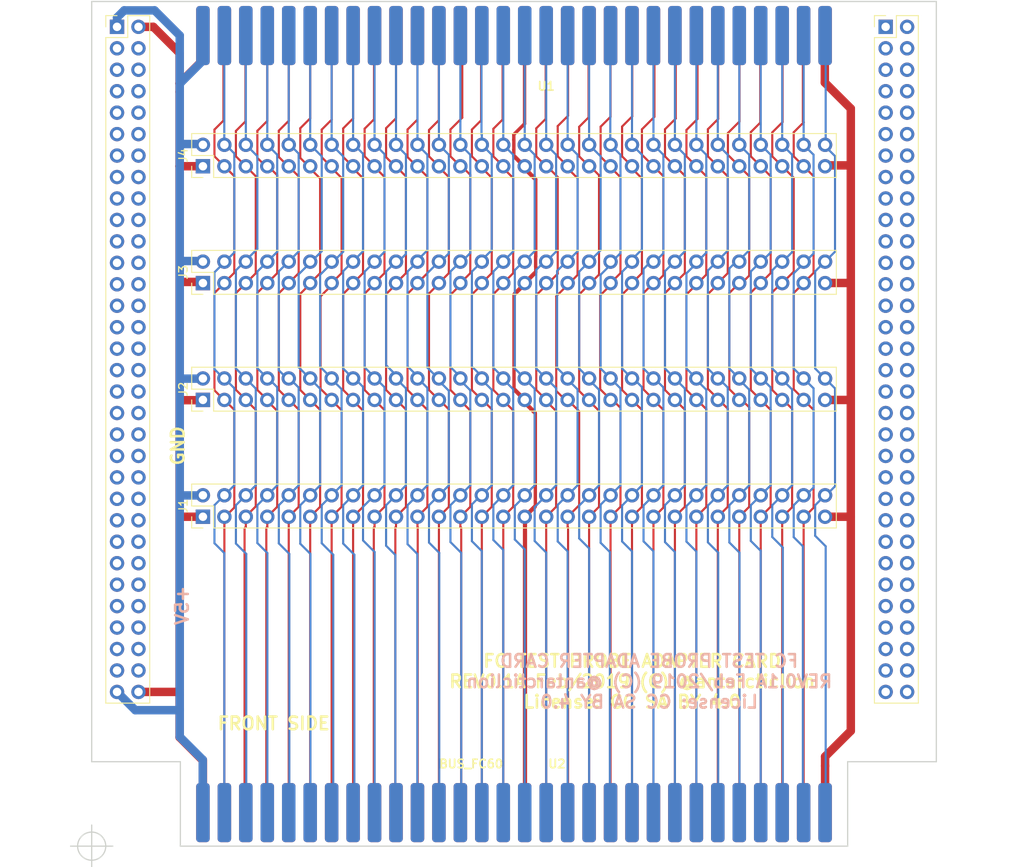
<source format=kicad_pcb>
(kicad_pcb (version 20171130) (host pcbnew "(5.0.1)-3")

  (general
    (thickness 1.6)
    (drawings 14)
    (tracks 961)
    (zones 0)
    (modules 8)
    (nets 61)
  )

  (page A4)
  (layers
    (0 F.Cu signal)
    (31 B.Cu signal)
    (32 B.Adhes user)
    (33 F.Adhes user)
    (34 B.Paste user)
    (35 F.Paste user)
    (36 B.SilkS user)
    (37 F.SilkS user)
    (38 B.Mask user)
    (39 F.Mask user)
    (40 Dwgs.User user)
    (41 Cmts.User user)
    (42 Eco1.User user)
    (43 Eco2.User user)
    (44 Edge.Cuts user)
    (45 Margin user)
    (46 B.CrtYd user)
    (47 F.CrtYd user)
    (48 B.Fab user)
    (49 F.Fab user)
  )

  (setup
    (last_trace_width 0.25)
    (trace_clearance 0.2)
    (zone_clearance 0.508)
    (zone_45_only no)
    (trace_min 0.2)
    (segment_width 0.2)
    (edge_width 0.15)
    (via_size 0.8)
    (via_drill 0.4)
    (via_min_size 0.4)
    (via_min_drill 0.3)
    (uvia_size 0.3)
    (uvia_drill 0.1)
    (uvias_allowed no)
    (uvia_min_size 0.2)
    (uvia_min_drill 0.1)
    (pcb_text_width 0.3)
    (pcb_text_size 1.5 1.5)
    (mod_edge_width 0.15)
    (mod_text_size 1 1)
    (mod_text_width 0.15)
    (pad_size 1.7 1.7)
    (pad_drill 1)
    (pad_to_mask_clearance 0.051)
    (solder_mask_min_width 0.25)
    (aux_axis_origin 0 100)
    (visible_elements 7FFFFFFF)
    (pcbplotparams
      (layerselection 0x010f0_ffffffff)
      (usegerberextensions true)
      (usegerberattributes false)
      (usegerberadvancedattributes false)
      (creategerberjobfile false)
      (excludeedgelayer true)
      (linewidth 0.100000)
      (plotframeref false)
      (viasonmask false)
      (mode 1)
      (useauxorigin false)
      (hpglpennumber 1)
      (hpglpenspeed 20)
      (hpglpendiameter 15.000000)
      (psnegative false)
      (psa4output false)
      (plotreference true)
      (plotvalue true)
      (plotinvisibletext false)
      (padsonsilk false)
      (subtractmaskfromsilk false)
      (outputformat 1)
      (mirror false)
      (drillshape 0)
      (scaleselection 1)
      (outputdirectory "gerber/"))
  )

  (net 0 "")
  (net 1 /B30)
  (net 2 /B29)
  (net 3 /B28)
  (net 4 /B27)
  (net 5 /B26)
  (net 6 /B25)
  (net 7 /B24)
  (net 8 /B23)
  (net 9 /B22)
  (net 10 /B21)
  (net 11 /B20)
  (net 12 /B19)
  (net 13 /B18)
  (net 14 /B17)
  (net 15 /B16)
  (net 16 /B15)
  (net 17 /B14)
  (net 18 /B13)
  (net 19 /B12)
  (net 20 /B11)
  (net 21 /B10)
  (net 22 /B9)
  (net 23 /B8)
  (net 24 /B7)
  (net 25 /B6)
  (net 26 /B5)
  (net 27 /B4)
  (net 28 /B3)
  (net 29 /B2)
  (net 30 /B1)
  (net 31 /A30)
  (net 32 /A29)
  (net 33 /A28)
  (net 34 /A27)
  (net 35 /A26)
  (net 36 /A25)
  (net 37 /A24)
  (net 38 /A23)
  (net 39 /A22)
  (net 40 /A21)
  (net 41 /A20)
  (net 42 /A19)
  (net 43 /A18)
  (net 44 /A17)
  (net 45 /A16)
  (net 46 /A15)
  (net 47 /A14)
  (net 48 /A13)
  (net 49 /A12)
  (net 50 /A11)
  (net 51 /A10)
  (net 52 /A9)
  (net 53 /A8)
  (net 54 /A7)
  (net 55 /A6)
  (net 56 /A5)
  (net 57 /A4)
  (net 58 /A3)
  (net 59 /A2)
  (net 60 /A1)

  (net_class Default "これはデフォルトのネット クラスです。"
    (clearance 0.2)
    (trace_width 0.25)
    (via_dia 0.8)
    (via_drill 0.4)
    (uvia_dia 0.3)
    (uvia_drill 0.1)
    (add_net /A1)
    (add_net /A10)
    (add_net /A11)
    (add_net /A12)
    (add_net /A13)
    (add_net /A14)
    (add_net /A15)
    (add_net /A16)
    (add_net /A17)
    (add_net /A18)
    (add_net /A19)
    (add_net /A2)
    (add_net /A20)
    (add_net /A21)
    (add_net /A22)
    (add_net /A23)
    (add_net /A24)
    (add_net /A25)
    (add_net /A26)
    (add_net /A27)
    (add_net /A28)
    (add_net /A29)
    (add_net /A3)
    (add_net /A30)
    (add_net /A4)
    (add_net /A5)
    (add_net /A6)
    (add_net /A7)
    (add_net /A8)
    (add_net /A9)
    (add_net /B1)
    (add_net /B10)
    (add_net /B11)
    (add_net /B12)
    (add_net /B13)
    (add_net /B14)
    (add_net /B15)
    (add_net /B16)
    (add_net /B17)
    (add_net /B18)
    (add_net /B19)
    (add_net /B2)
    (add_net /B20)
    (add_net /B21)
    (add_net /B22)
    (add_net /B23)
    (add_net /B24)
    (add_net /B25)
    (add_net /B26)
    (add_net /B27)
    (add_net /B28)
    (add_net /B29)
    (add_net /B3)
    (add_net /B30)
    (add_net /B4)
    (add_net /B5)
    (add_net /B6)
    (add_net /B7)
    (add_net /B8)
    (add_net /B9)
  )

  (module Pin_Headers:Pin_Header_Straight_2x32_Pitch2.54mm (layer F.Cu) (tedit 5C4478A5) (tstamp 5C4B14B9)
    (at 3 3)
    (descr "Through hole straight pin header, 2x32, 2.54mm pitch, double rows")
    (tags "Through hole pin header THT 2x32 2.54mm double row")
    (fp_text reference REF01 (at 1.27 -2.33) (layer F.Fab)
      (effects (font (size 1 1) (thickness 0.15)))
    )
    (fp_text value Pin_Header_Straight_2x32_Pitch2.54mm (at 1.27 81.07) (layer F.Fab)
      (effects (font (size 1 1) (thickness 0.15)))
    )
    (fp_text user %R (at 1.27 39.37 90) (layer F.Fab)
      (effects (font (size 1 1) (thickness 0.15)))
    )
    (fp_line (start 4.35 -1.8) (end -1.8 -1.8) (layer F.CrtYd) (width 0.05))
    (fp_line (start 4.35 80.55) (end 4.35 -1.8) (layer F.CrtYd) (width 0.05))
    (fp_line (start -1.8 80.55) (end 4.35 80.55) (layer F.CrtYd) (width 0.05))
    (fp_line (start -1.8 -1.8) (end -1.8 80.55) (layer F.CrtYd) (width 0.05))
    (fp_line (start -1.33 -1.33) (end 0 -1.33) (layer F.SilkS) (width 0.12))
    (fp_line (start -1.33 0) (end -1.33 -1.33) (layer F.SilkS) (width 0.12))
    (fp_line (start 1.27 -1.33) (end 3.87 -1.33) (layer F.SilkS) (width 0.12))
    (fp_line (start 1.27 1.27) (end 1.27 -1.33) (layer F.SilkS) (width 0.12))
    (fp_line (start -1.33 1.27) (end 1.27 1.27) (layer F.SilkS) (width 0.12))
    (fp_line (start 3.87 -1.33) (end 3.87 80.07) (layer F.SilkS) (width 0.12))
    (fp_line (start -1.33 1.27) (end -1.33 80.07) (layer F.SilkS) (width 0.12))
    (fp_line (start -1.33 80.07) (end 3.87 80.07) (layer F.SilkS) (width 0.12))
    (fp_line (start -1.27 0) (end 0 -1.27) (layer F.Fab) (width 0.1))
    (fp_line (start -1.27 80.01) (end -1.27 0) (layer F.Fab) (width 0.1))
    (fp_line (start 3.81 80.01) (end -1.27 80.01) (layer F.Fab) (width 0.1))
    (fp_line (start 3.81 -1.27) (end 3.81 80.01) (layer F.Fab) (width 0.1))
    (fp_line (start 0 -1.27) (end 3.81 -1.27) (layer F.Fab) (width 0.1))
    (pad 64 thru_hole oval (at 2.54 78.74) (size 1.7 1.7) (drill 1) (layers *.Cu *.Mask)
      (net 60 /A1))
    (pad 63 thru_hole oval (at 0 78.74) (size 1.7 1.7) (drill 1) (layers *.Cu *.Mask)
      (net 30 /B1))
    (pad 62 thru_hole oval (at 2.54 76.2) (size 1.7 1.7) (drill 1) (layers *.Cu *.Mask))
    (pad 61 thru_hole oval (at 0 76.2) (size 1.7 1.7) (drill 1) (layers *.Cu *.Mask))
    (pad 60 thru_hole oval (at 2.54 73.66) (size 1.7 1.7) (drill 1) (layers *.Cu *.Mask))
    (pad 59 thru_hole oval (at 0 73.66) (size 1.7 1.7) (drill 1) (layers *.Cu *.Mask))
    (pad 58 thru_hole oval (at 2.54 71.12) (size 1.7 1.7) (drill 1) (layers *.Cu *.Mask))
    (pad 57 thru_hole oval (at 0 71.12) (size 1.7 1.7) (drill 1) (layers *.Cu *.Mask))
    (pad 56 thru_hole oval (at 2.54 68.58) (size 1.7 1.7) (drill 1) (layers *.Cu *.Mask))
    (pad 55 thru_hole oval (at 0 68.58) (size 1.7 1.7) (drill 1) (layers *.Cu *.Mask))
    (pad 54 thru_hole oval (at 2.54 66.04) (size 1.7 1.7) (drill 1) (layers *.Cu *.Mask))
    (pad 53 thru_hole oval (at 0 66.04) (size 1.7 1.7) (drill 1) (layers *.Cu *.Mask))
    (pad 52 thru_hole oval (at 2.54 63.5) (size 1.7 1.7) (drill 1) (layers *.Cu *.Mask))
    (pad 51 thru_hole oval (at 0 63.5) (size 1.7 1.7) (drill 1) (layers *.Cu *.Mask))
    (pad 50 thru_hole oval (at 2.54 60.96) (size 1.7 1.7) (drill 1) (layers *.Cu *.Mask))
    (pad 49 thru_hole oval (at 0 60.96) (size 1.7 1.7) (drill 1) (layers *.Cu *.Mask))
    (pad 48 thru_hole oval (at 2.54 58.42) (size 1.7 1.7) (drill 1) (layers *.Cu *.Mask))
    (pad 47 thru_hole oval (at 0 58.42) (size 1.7 1.7) (drill 1) (layers *.Cu *.Mask))
    (pad 46 thru_hole oval (at 2.54 55.88) (size 1.7 1.7) (drill 1) (layers *.Cu *.Mask))
    (pad 45 thru_hole oval (at 0 55.88) (size 1.7 1.7) (drill 1) (layers *.Cu *.Mask))
    (pad 44 thru_hole oval (at 2.54 53.34) (size 1.7 1.7) (drill 1) (layers *.Cu *.Mask))
    (pad 43 thru_hole oval (at 0 53.34) (size 1.7 1.7) (drill 1) (layers *.Cu *.Mask))
    (pad 42 thru_hole oval (at 2.54 50.8) (size 1.7 1.7) (drill 1) (layers *.Cu *.Mask))
    (pad 41 thru_hole oval (at 0 50.8) (size 1.7 1.7) (drill 1) (layers *.Cu *.Mask))
    (pad 40 thru_hole oval (at 2.54 48.26) (size 1.7 1.7) (drill 1) (layers *.Cu *.Mask))
    (pad 39 thru_hole oval (at 0 48.26) (size 1.7 1.7) (drill 1) (layers *.Cu *.Mask))
    (pad 38 thru_hole oval (at 2.54 45.72) (size 1.7 1.7) (drill 1) (layers *.Cu *.Mask))
    (pad 37 thru_hole oval (at 0 45.72) (size 1.7 1.7) (drill 1) (layers *.Cu *.Mask))
    (pad 36 thru_hole oval (at 2.54 43.18) (size 1.7 1.7) (drill 1) (layers *.Cu *.Mask))
    (pad 35 thru_hole oval (at 0 43.18) (size 1.7 1.7) (drill 1) (layers *.Cu *.Mask))
    (pad 34 thru_hole oval (at 2.54 40.64) (size 1.7 1.7) (drill 1) (layers *.Cu *.Mask))
    (pad 33 thru_hole oval (at 0 40.64) (size 1.7 1.7) (drill 1) (layers *.Cu *.Mask))
    (pad 32 thru_hole oval (at 2.54 38.1) (size 1.7 1.7) (drill 1) (layers *.Cu *.Mask))
    (pad 31 thru_hole oval (at 0 38.1) (size 1.7 1.7) (drill 1) (layers *.Cu *.Mask))
    (pad 30 thru_hole oval (at 2.54 35.56) (size 1.7 1.7) (drill 1) (layers *.Cu *.Mask))
    (pad 29 thru_hole oval (at 0 35.56) (size 1.7 1.7) (drill 1) (layers *.Cu *.Mask))
    (pad 28 thru_hole oval (at 2.54 33.02) (size 1.7 1.7) (drill 1) (layers *.Cu *.Mask))
    (pad 27 thru_hole oval (at 0 33.02) (size 1.7 1.7) (drill 1) (layers *.Cu *.Mask))
    (pad 26 thru_hole oval (at 2.54 30.48) (size 1.7 1.7) (drill 1) (layers *.Cu *.Mask))
    (pad 25 thru_hole oval (at 0 30.48) (size 1.7 1.7) (drill 1) (layers *.Cu *.Mask))
    (pad 24 thru_hole oval (at 2.54 27.94) (size 1.7 1.7) (drill 1) (layers *.Cu *.Mask))
    (pad 23 thru_hole oval (at 0 27.94) (size 1.7 1.7) (drill 1) (layers *.Cu *.Mask))
    (pad 22 thru_hole oval (at 2.54 25.4) (size 1.7 1.7) (drill 1) (layers *.Cu *.Mask))
    (pad 21 thru_hole oval (at 0 25.4) (size 1.7 1.7) (drill 1) (layers *.Cu *.Mask))
    (pad 20 thru_hole oval (at 2.54 22.86) (size 1.7 1.7) (drill 1) (layers *.Cu *.Mask))
    (pad 19 thru_hole oval (at 0 22.86) (size 1.7 1.7) (drill 1) (layers *.Cu *.Mask))
    (pad 18 thru_hole oval (at 2.54 20.32) (size 1.7 1.7) (drill 1) (layers *.Cu *.Mask))
    (pad 17 thru_hole oval (at 0 20.32) (size 1.7 1.7) (drill 1) (layers *.Cu *.Mask))
    (pad 16 thru_hole oval (at 2.54 17.78) (size 1.7 1.7) (drill 1) (layers *.Cu *.Mask))
    (pad 15 thru_hole oval (at 0 17.78) (size 1.7 1.7) (drill 1) (layers *.Cu *.Mask))
    (pad 14 thru_hole oval (at 2.54 15.24) (size 1.7 1.7) (drill 1) (layers *.Cu *.Mask))
    (pad 13 thru_hole oval (at 0 15.24) (size 1.7 1.7) (drill 1) (layers *.Cu *.Mask))
    (pad 12 thru_hole oval (at 2.54 12.7) (size 1.7 1.7) (drill 1) (layers *.Cu *.Mask))
    (pad 11 thru_hole oval (at 0 12.7) (size 1.7 1.7) (drill 1) (layers *.Cu *.Mask))
    (pad 10 thru_hole oval (at 2.54 10.16) (size 1.7 1.7) (drill 1) (layers *.Cu *.Mask))
    (pad 9 thru_hole oval (at 0 10.16) (size 1.7 1.7) (drill 1) (layers *.Cu *.Mask))
    (pad 8 thru_hole oval (at 2.54 7.62) (size 1.7 1.7) (drill 1) (layers *.Cu *.Mask))
    (pad 7 thru_hole oval (at 0 7.62) (size 1.7 1.7) (drill 1) (layers *.Cu *.Mask))
    (pad 6 thru_hole oval (at 2.54 5.08) (size 1.7 1.7) (drill 1) (layers *.Cu *.Mask))
    (pad 5 thru_hole oval (at 0 5.08) (size 1.7 1.7) (drill 1) (layers *.Cu *.Mask))
    (pad 4 thru_hole oval (at 2.54 2.54) (size 1.7 1.7) (drill 1) (layers *.Cu *.Mask))
    (pad 3 thru_hole oval (at 0 2.54) (size 1.7 1.7) (drill 1) (layers *.Cu *.Mask))
    (pad 2 thru_hole oval (at 2.54 0) (size 1.7 1.7) (drill 1) (layers *.Cu *.Mask)
      (net 60 /A1))
    (pad 1 thru_hole rect (at 0 0) (size 1.7 1.7) (drill 1) (layers *.Cu *.Mask)
      (net 30 /B1))
    (model ${KISYS3DMOD}/Pin_Headers.3dshapes/Pin_Header_Straight_2x32_Pitch2.54mm.wrl
      (at (xyz 0 0 0))
      (scale (xyz 1 1 1))
      (rotate (xyz 0 0 0))
    )
  )

  (module Pin_Headers:Pin_Header_Straight_2x30_Pitch2.54mm (layer F.Cu) (tedit 59650533) (tstamp 5C46808B)
    (at 13.17 19.5062 90)
    (descr "Through hole straight pin header, 2x30, 2.54mm pitch, double rows")
    (tags "Through hole pin header THT 2x30 2.54mm double row")
    (path /5D9D922A)
    (fp_text reference J4 (at 1.27 -2.33 90) (layer F.SilkS)
      (effects (font (size 1 1) (thickness 0.15)))
    )
    (fp_text value TEST4 (at 1.27 75.99 90) (layer F.Fab)
      (effects (font (size 1 1) (thickness 0.15)))
    )
    (fp_line (start 0 -1.27) (end 3.81 -1.27) (layer F.Fab) (width 0.1))
    (fp_line (start 3.81 -1.27) (end 3.81 74.93) (layer F.Fab) (width 0.1))
    (fp_line (start 3.81 74.93) (end -1.27 74.93) (layer F.Fab) (width 0.1))
    (fp_line (start -1.27 74.93) (end -1.27 0) (layer F.Fab) (width 0.1))
    (fp_line (start -1.27 0) (end 0 -1.27) (layer F.Fab) (width 0.1))
    (fp_line (start -1.33 74.99) (end 3.87 74.99) (layer F.SilkS) (width 0.12))
    (fp_line (start -1.33 1.27) (end -1.33 74.99) (layer F.SilkS) (width 0.12))
    (fp_line (start 3.87 -1.33) (end 3.87 74.99) (layer F.SilkS) (width 0.12))
    (fp_line (start -1.33 1.27) (end 1.27 1.27) (layer F.SilkS) (width 0.12))
    (fp_line (start 1.27 1.27) (end 1.27 -1.33) (layer F.SilkS) (width 0.12))
    (fp_line (start 1.27 -1.33) (end 3.87 -1.33) (layer F.SilkS) (width 0.12))
    (fp_line (start -1.33 0) (end -1.33 -1.33) (layer F.SilkS) (width 0.12))
    (fp_line (start -1.33 -1.33) (end 0 -1.33) (layer F.SilkS) (width 0.12))
    (fp_line (start -1.8 -1.8) (end -1.8 75.45) (layer F.CrtYd) (width 0.05))
    (fp_line (start -1.8 75.45) (end 4.35 75.45) (layer F.CrtYd) (width 0.05))
    (fp_line (start 4.35 75.45) (end 4.35 -1.8) (layer F.CrtYd) (width 0.05))
    (fp_line (start 4.35 -1.8) (end -1.8 -1.8) (layer F.CrtYd) (width 0.05))
    (fp_text user %R (at 1.27 36.83 180) (layer F.Fab)
      (effects (font (size 1 1) (thickness 0.15)))
    )
    (pad 1 thru_hole rect (at 0 0 90) (size 1.7 1.7) (drill 1) (layers *.Cu *.Mask)
      (net 60 /A1))
    (pad 2 thru_hole oval (at 2.54 0 90) (size 1.7 1.7) (drill 1) (layers *.Cu *.Mask)
      (net 30 /B1))
    (pad 3 thru_hole oval (at 0 2.54 90) (size 1.7 1.7) (drill 1) (layers *.Cu *.Mask)
      (net 59 /A2))
    (pad 4 thru_hole oval (at 2.54 2.54 90) (size 1.7 1.7) (drill 1) (layers *.Cu *.Mask)
      (net 29 /B2))
    (pad 5 thru_hole oval (at 0 5.08 90) (size 1.7 1.7) (drill 1) (layers *.Cu *.Mask)
      (net 58 /A3))
    (pad 6 thru_hole oval (at 2.54 5.08 90) (size 1.7 1.7) (drill 1) (layers *.Cu *.Mask)
      (net 28 /B3))
    (pad 7 thru_hole oval (at 0 7.62 90) (size 1.7 1.7) (drill 1) (layers *.Cu *.Mask)
      (net 57 /A4))
    (pad 8 thru_hole oval (at 2.54 7.62 90) (size 1.7 1.7) (drill 1) (layers *.Cu *.Mask)
      (net 27 /B4))
    (pad 9 thru_hole oval (at 0 10.16 90) (size 1.7 1.7) (drill 1) (layers *.Cu *.Mask)
      (net 56 /A5))
    (pad 10 thru_hole oval (at 2.54 10.16 90) (size 1.7 1.7) (drill 1) (layers *.Cu *.Mask)
      (net 26 /B5))
    (pad 11 thru_hole oval (at 0 12.7 90) (size 1.7 1.7) (drill 1) (layers *.Cu *.Mask)
      (net 55 /A6))
    (pad 12 thru_hole oval (at 2.54 12.7 90) (size 1.7 1.7) (drill 1) (layers *.Cu *.Mask)
      (net 25 /B6))
    (pad 13 thru_hole oval (at 0 15.24 90) (size 1.7 1.7) (drill 1) (layers *.Cu *.Mask)
      (net 54 /A7))
    (pad 14 thru_hole oval (at 2.54 15.24 90) (size 1.7 1.7) (drill 1) (layers *.Cu *.Mask)
      (net 24 /B7))
    (pad 15 thru_hole oval (at 0 17.78 90) (size 1.7 1.7) (drill 1) (layers *.Cu *.Mask)
      (net 53 /A8))
    (pad 16 thru_hole oval (at 2.54 17.78 90) (size 1.7 1.7) (drill 1) (layers *.Cu *.Mask)
      (net 23 /B8))
    (pad 17 thru_hole oval (at 0 20.32 90) (size 1.7 1.7) (drill 1) (layers *.Cu *.Mask)
      (net 52 /A9))
    (pad 18 thru_hole oval (at 2.54 20.32 90) (size 1.7 1.7) (drill 1) (layers *.Cu *.Mask)
      (net 22 /B9))
    (pad 19 thru_hole oval (at 0 22.86 90) (size 1.7 1.7) (drill 1) (layers *.Cu *.Mask)
      (net 51 /A10))
    (pad 20 thru_hole oval (at 2.54 22.86 90) (size 1.7 1.7) (drill 1) (layers *.Cu *.Mask)
      (net 21 /B10))
    (pad 21 thru_hole oval (at 0 25.4 90) (size 1.7 1.7) (drill 1) (layers *.Cu *.Mask)
      (net 50 /A11))
    (pad 22 thru_hole oval (at 2.54 25.4 90) (size 1.7 1.7) (drill 1) (layers *.Cu *.Mask)
      (net 20 /B11))
    (pad 23 thru_hole oval (at 0 27.94 90) (size 1.7 1.7) (drill 1) (layers *.Cu *.Mask)
      (net 49 /A12))
    (pad 24 thru_hole oval (at 2.54 27.94 90) (size 1.7 1.7) (drill 1) (layers *.Cu *.Mask)
      (net 19 /B12))
    (pad 25 thru_hole oval (at 0 30.48 90) (size 1.7 1.7) (drill 1) (layers *.Cu *.Mask)
      (net 48 /A13))
    (pad 26 thru_hole oval (at 2.54 30.48 90) (size 1.7 1.7) (drill 1) (layers *.Cu *.Mask)
      (net 18 /B13))
    (pad 27 thru_hole oval (at 0 33.02 90) (size 1.7 1.7) (drill 1) (layers *.Cu *.Mask)
      (net 47 /A14))
    (pad 28 thru_hole oval (at 2.54 33.02 90) (size 1.7 1.7) (drill 1) (layers *.Cu *.Mask)
      (net 17 /B14))
    (pad 29 thru_hole oval (at 0 35.56 90) (size 1.7 1.7) (drill 1) (layers *.Cu *.Mask)
      (net 46 /A15))
    (pad 30 thru_hole oval (at 2.54 35.56 90) (size 1.7 1.7) (drill 1) (layers *.Cu *.Mask)
      (net 16 /B15))
    (pad 31 thru_hole oval (at 0 38.1 90) (size 1.7 1.7) (drill 1) (layers *.Cu *.Mask)
      (net 45 /A16))
    (pad 32 thru_hole oval (at 2.54 38.1 90) (size 1.7 1.7) (drill 1) (layers *.Cu *.Mask)
      (net 15 /B16))
    (pad 33 thru_hole oval (at 0 40.64 90) (size 1.7 1.7) (drill 1) (layers *.Cu *.Mask)
      (net 44 /A17))
    (pad 34 thru_hole oval (at 2.54 40.64 90) (size 1.7 1.7) (drill 1) (layers *.Cu *.Mask)
      (net 14 /B17))
    (pad 35 thru_hole oval (at 0 43.18 90) (size 1.7 1.7) (drill 1) (layers *.Cu *.Mask)
      (net 43 /A18))
    (pad 36 thru_hole oval (at 2.54 43.18 90) (size 1.7 1.7) (drill 1) (layers *.Cu *.Mask)
      (net 13 /B18))
    (pad 37 thru_hole oval (at 0 45.72 90) (size 1.7 1.7) (drill 1) (layers *.Cu *.Mask)
      (net 42 /A19))
    (pad 38 thru_hole oval (at 2.54 45.72 90) (size 1.7 1.7) (drill 1) (layers *.Cu *.Mask)
      (net 12 /B19))
    (pad 39 thru_hole oval (at 0 48.26 90) (size 1.7 1.7) (drill 1) (layers *.Cu *.Mask)
      (net 41 /A20))
    (pad 40 thru_hole oval (at 2.54 48.26 90) (size 1.7 1.7) (drill 1) (layers *.Cu *.Mask)
      (net 11 /B20))
    (pad 41 thru_hole oval (at 0 50.8 90) (size 1.7 1.7) (drill 1) (layers *.Cu *.Mask)
      (net 40 /A21))
    (pad 42 thru_hole oval (at 2.54 50.8 90) (size 1.7 1.7) (drill 1) (layers *.Cu *.Mask)
      (net 10 /B21))
    (pad 43 thru_hole oval (at 0 53.34 90) (size 1.7 1.7) (drill 1) (layers *.Cu *.Mask)
      (net 39 /A22))
    (pad 44 thru_hole oval (at 2.54 53.34 90) (size 1.7 1.7) (drill 1) (layers *.Cu *.Mask)
      (net 9 /B22))
    (pad 45 thru_hole oval (at 0 55.88 90) (size 1.7 1.7) (drill 1) (layers *.Cu *.Mask)
      (net 38 /A23))
    (pad 46 thru_hole oval (at 2.54 55.88 90) (size 1.7 1.7) (drill 1) (layers *.Cu *.Mask)
      (net 8 /B23))
    (pad 47 thru_hole oval (at 0 58.42 90) (size 1.7 1.7) (drill 1) (layers *.Cu *.Mask)
      (net 37 /A24))
    (pad 48 thru_hole oval (at 2.54 58.42 90) (size 1.7 1.7) (drill 1) (layers *.Cu *.Mask)
      (net 7 /B24))
    (pad 49 thru_hole oval (at 0 60.96 90) (size 1.7 1.7) (drill 1) (layers *.Cu *.Mask)
      (net 36 /A25))
    (pad 50 thru_hole oval (at 2.54 60.96 90) (size 1.7 1.7) (drill 1) (layers *.Cu *.Mask)
      (net 6 /B25))
    (pad 51 thru_hole oval (at 0 63.5 90) (size 1.7 1.7) (drill 1) (layers *.Cu *.Mask)
      (net 35 /A26))
    (pad 52 thru_hole oval (at 2.54 63.5 90) (size 1.7 1.7) (drill 1) (layers *.Cu *.Mask)
      (net 5 /B26))
    (pad 53 thru_hole oval (at 0 66.04 90) (size 1.7 1.7) (drill 1) (layers *.Cu *.Mask)
      (net 34 /A27))
    (pad 54 thru_hole oval (at 2.54 66.04 90) (size 1.7 1.7) (drill 1) (layers *.Cu *.Mask)
      (net 4 /B27))
    (pad 55 thru_hole oval (at 0 68.58 90) (size 1.7 1.7) (drill 1) (layers *.Cu *.Mask)
      (net 33 /A28))
    (pad 56 thru_hole oval (at 2.54 68.58 90) (size 1.7 1.7) (drill 1) (layers *.Cu *.Mask)
      (net 3 /B28))
    (pad 57 thru_hole oval (at 0 71.12 90) (size 1.7 1.7) (drill 1) (layers *.Cu *.Mask)
      (net 32 /A29))
    (pad 58 thru_hole oval (at 2.54 71.12 90) (size 1.7 1.7) (drill 1) (layers *.Cu *.Mask)
      (net 2 /B29))
    (pad 59 thru_hole oval (at 0 73.66 90) (size 1.7 1.7) (drill 1) (layers *.Cu *.Mask)
      (net 31 /A30))
    (pad 60 thru_hole oval (at 2.54 73.66 90) (size 1.7 1.7) (drill 1) (layers *.Cu *.Mask)
      (net 1 /B30))
    (model ${KISYS3DMOD}/Pin_Headers.3dshapes/Pin_Header_Straight_2x30_Pitch2.54mm.wrl
      (at (xyz 0 0 0))
      (scale (xyz 1 1 1))
      (rotate (xyz 0 0 0))
    )
  )

  (module Pin_Headers:Pin_Header_Straight_2x30_Pitch2.54mm (layer F.Cu) (tedit 59650533) (tstamp 5C467F95)
    (at 13.17 61 90)
    (descr "Through hole straight pin header, 2x30, 2.54mm pitch, double rows")
    (tags "Through hole pin header THT 2x30 2.54mm double row")
    (path /5D852F79)
    (fp_text reference J1 (at 1.27 -2.33 90) (layer F.SilkS)
      (effects (font (size 1 1) (thickness 0.15)))
    )
    (fp_text value TEST1 (at 1.27 75.99 90) (layer F.Fab)
      (effects (font (size 1 1) (thickness 0.15)))
    )
    (fp_text user %R (at 1.27 36.83 180) (layer F.Fab)
      (effects (font (size 1 1) (thickness 0.15)))
    )
    (fp_line (start 4.35 -1.8) (end -1.8 -1.8) (layer F.CrtYd) (width 0.05))
    (fp_line (start 4.35 75.45) (end 4.35 -1.8) (layer F.CrtYd) (width 0.05))
    (fp_line (start -1.8 75.45) (end 4.35 75.45) (layer F.CrtYd) (width 0.05))
    (fp_line (start -1.8 -1.8) (end -1.8 75.45) (layer F.CrtYd) (width 0.05))
    (fp_line (start -1.33 -1.33) (end 0 -1.33) (layer F.SilkS) (width 0.12))
    (fp_line (start -1.33 0) (end -1.33 -1.33) (layer F.SilkS) (width 0.12))
    (fp_line (start 1.27 -1.33) (end 3.87 -1.33) (layer F.SilkS) (width 0.12))
    (fp_line (start 1.27 1.27) (end 1.27 -1.33) (layer F.SilkS) (width 0.12))
    (fp_line (start -1.33 1.27) (end 1.27 1.27) (layer F.SilkS) (width 0.12))
    (fp_line (start 3.87 -1.33) (end 3.87 74.99) (layer F.SilkS) (width 0.12))
    (fp_line (start -1.33 1.27) (end -1.33 74.99) (layer F.SilkS) (width 0.12))
    (fp_line (start -1.33 74.99) (end 3.87 74.99) (layer F.SilkS) (width 0.12))
    (fp_line (start -1.27 0) (end 0 -1.27) (layer F.Fab) (width 0.1))
    (fp_line (start -1.27 74.93) (end -1.27 0) (layer F.Fab) (width 0.1))
    (fp_line (start 3.81 74.93) (end -1.27 74.93) (layer F.Fab) (width 0.1))
    (fp_line (start 3.81 -1.27) (end 3.81 74.93) (layer F.Fab) (width 0.1))
    (fp_line (start 0 -1.27) (end 3.81 -1.27) (layer F.Fab) (width 0.1))
    (pad 60 thru_hole oval (at 2.54 73.66 90) (size 1.7 1.7) (drill 1) (layers *.Cu *.Mask)
      (net 1 /B30))
    (pad 59 thru_hole oval (at 0 73.66 90) (size 1.7 1.7) (drill 1) (layers *.Cu *.Mask)
      (net 31 /A30))
    (pad 58 thru_hole oval (at 2.54 71.12 90) (size 1.7 1.7) (drill 1) (layers *.Cu *.Mask)
      (net 2 /B29))
    (pad 57 thru_hole oval (at 0 71.12 90) (size 1.7 1.7) (drill 1) (layers *.Cu *.Mask)
      (net 32 /A29))
    (pad 56 thru_hole oval (at 2.54 68.58 90) (size 1.7 1.7) (drill 1) (layers *.Cu *.Mask)
      (net 3 /B28))
    (pad 55 thru_hole oval (at 0 68.58 90) (size 1.7 1.7) (drill 1) (layers *.Cu *.Mask)
      (net 33 /A28))
    (pad 54 thru_hole oval (at 2.54 66.04 90) (size 1.7 1.7) (drill 1) (layers *.Cu *.Mask)
      (net 4 /B27))
    (pad 53 thru_hole oval (at 0 66.04 90) (size 1.7 1.7) (drill 1) (layers *.Cu *.Mask)
      (net 34 /A27))
    (pad 52 thru_hole oval (at 2.54 63.5 90) (size 1.7 1.7) (drill 1) (layers *.Cu *.Mask)
      (net 5 /B26))
    (pad 51 thru_hole oval (at 0 63.5 90) (size 1.7 1.7) (drill 1) (layers *.Cu *.Mask)
      (net 35 /A26))
    (pad 50 thru_hole oval (at 2.54 60.96 90) (size 1.7 1.7) (drill 1) (layers *.Cu *.Mask)
      (net 6 /B25))
    (pad 49 thru_hole oval (at 0 60.96 90) (size 1.7 1.7) (drill 1) (layers *.Cu *.Mask)
      (net 36 /A25))
    (pad 48 thru_hole oval (at 2.54 58.42 90) (size 1.7 1.7) (drill 1) (layers *.Cu *.Mask)
      (net 7 /B24))
    (pad 47 thru_hole oval (at 0 58.42 90) (size 1.7 1.7) (drill 1) (layers *.Cu *.Mask)
      (net 37 /A24))
    (pad 46 thru_hole oval (at 2.54 55.88 90) (size 1.7 1.7) (drill 1) (layers *.Cu *.Mask)
      (net 8 /B23))
    (pad 45 thru_hole oval (at 0 55.88 90) (size 1.7 1.7) (drill 1) (layers *.Cu *.Mask)
      (net 38 /A23))
    (pad 44 thru_hole oval (at 2.54 53.34 90) (size 1.7 1.7) (drill 1) (layers *.Cu *.Mask)
      (net 9 /B22))
    (pad 43 thru_hole oval (at 0 53.34 90) (size 1.7 1.7) (drill 1) (layers *.Cu *.Mask)
      (net 39 /A22))
    (pad 42 thru_hole oval (at 2.54 50.8 90) (size 1.7 1.7) (drill 1) (layers *.Cu *.Mask)
      (net 10 /B21))
    (pad 41 thru_hole oval (at 0 50.8 90) (size 1.7 1.7) (drill 1) (layers *.Cu *.Mask)
      (net 40 /A21))
    (pad 40 thru_hole oval (at 2.54 48.26 90) (size 1.7 1.7) (drill 1) (layers *.Cu *.Mask)
      (net 11 /B20))
    (pad 39 thru_hole oval (at 0 48.26 90) (size 1.7 1.7) (drill 1) (layers *.Cu *.Mask)
      (net 41 /A20))
    (pad 38 thru_hole oval (at 2.54 45.72 90) (size 1.7 1.7) (drill 1) (layers *.Cu *.Mask)
      (net 12 /B19))
    (pad 37 thru_hole oval (at 0 45.72 90) (size 1.7 1.7) (drill 1) (layers *.Cu *.Mask)
      (net 42 /A19))
    (pad 36 thru_hole oval (at 2.54 43.18 90) (size 1.7 1.7) (drill 1) (layers *.Cu *.Mask)
      (net 13 /B18))
    (pad 35 thru_hole oval (at 0 43.18 90) (size 1.7 1.7) (drill 1) (layers *.Cu *.Mask)
      (net 43 /A18))
    (pad 34 thru_hole oval (at 2.54 40.64 90) (size 1.7 1.7) (drill 1) (layers *.Cu *.Mask)
      (net 14 /B17))
    (pad 33 thru_hole oval (at 0 40.64 90) (size 1.7 1.7) (drill 1) (layers *.Cu *.Mask)
      (net 44 /A17))
    (pad 32 thru_hole oval (at 2.54 38.1 90) (size 1.7 1.7) (drill 1) (layers *.Cu *.Mask)
      (net 15 /B16))
    (pad 31 thru_hole oval (at 0 38.1 90) (size 1.7 1.7) (drill 1) (layers *.Cu *.Mask)
      (net 45 /A16))
    (pad 30 thru_hole oval (at 2.54 35.56 90) (size 1.7 1.7) (drill 1) (layers *.Cu *.Mask)
      (net 16 /B15))
    (pad 29 thru_hole oval (at 0 35.56 90) (size 1.7 1.7) (drill 1) (layers *.Cu *.Mask)
      (net 46 /A15))
    (pad 28 thru_hole oval (at 2.54 33.02 90) (size 1.7 1.7) (drill 1) (layers *.Cu *.Mask)
      (net 17 /B14))
    (pad 27 thru_hole oval (at 0 33.02 90) (size 1.7 1.7) (drill 1) (layers *.Cu *.Mask)
      (net 47 /A14))
    (pad 26 thru_hole oval (at 2.54 30.48 90) (size 1.7 1.7) (drill 1) (layers *.Cu *.Mask)
      (net 18 /B13))
    (pad 25 thru_hole oval (at 0 30.48 90) (size 1.7 1.7) (drill 1) (layers *.Cu *.Mask)
      (net 48 /A13))
    (pad 24 thru_hole oval (at 2.54 27.94 90) (size 1.7 1.7) (drill 1) (layers *.Cu *.Mask)
      (net 19 /B12))
    (pad 23 thru_hole oval (at 0 27.94 90) (size 1.7 1.7) (drill 1) (layers *.Cu *.Mask)
      (net 49 /A12))
    (pad 22 thru_hole oval (at 2.54 25.4 90) (size 1.7 1.7) (drill 1) (layers *.Cu *.Mask)
      (net 20 /B11))
    (pad 21 thru_hole oval (at 0 25.4 90) (size 1.7 1.7) (drill 1) (layers *.Cu *.Mask)
      (net 50 /A11))
    (pad 20 thru_hole oval (at 2.54 22.86 90) (size 1.7 1.7) (drill 1) (layers *.Cu *.Mask)
      (net 21 /B10))
    (pad 19 thru_hole oval (at 0 22.86 90) (size 1.7 1.7) (drill 1) (layers *.Cu *.Mask)
      (net 51 /A10))
    (pad 18 thru_hole oval (at 2.54 20.32 90) (size 1.7 1.7) (drill 1) (layers *.Cu *.Mask)
      (net 22 /B9))
    (pad 17 thru_hole oval (at 0 20.32 90) (size 1.7 1.7) (drill 1) (layers *.Cu *.Mask)
      (net 52 /A9))
    (pad 16 thru_hole oval (at 2.54 17.78 90) (size 1.7 1.7) (drill 1) (layers *.Cu *.Mask)
      (net 23 /B8))
    (pad 15 thru_hole oval (at 0 17.78 90) (size 1.7 1.7) (drill 1) (layers *.Cu *.Mask)
      (net 53 /A8))
    (pad 14 thru_hole oval (at 2.54 15.24 90) (size 1.7 1.7) (drill 1) (layers *.Cu *.Mask)
      (net 24 /B7))
    (pad 13 thru_hole oval (at 0 15.24 90) (size 1.7 1.7) (drill 1) (layers *.Cu *.Mask)
      (net 54 /A7))
    (pad 12 thru_hole oval (at 2.54 12.7 90) (size 1.7 1.7) (drill 1) (layers *.Cu *.Mask)
      (net 25 /B6))
    (pad 11 thru_hole oval (at 0 12.7 90) (size 1.7 1.7) (drill 1) (layers *.Cu *.Mask)
      (net 55 /A6))
    (pad 10 thru_hole oval (at 2.54 10.16 90) (size 1.7 1.7) (drill 1) (layers *.Cu *.Mask)
      (net 26 /B5))
    (pad 9 thru_hole oval (at 0 10.16 90) (size 1.7 1.7) (drill 1) (layers *.Cu *.Mask)
      (net 56 /A5))
    (pad 8 thru_hole oval (at 2.54 7.62 90) (size 1.7 1.7) (drill 1) (layers *.Cu *.Mask)
      (net 27 /B4))
    (pad 7 thru_hole oval (at 0 7.62 90) (size 1.7 1.7) (drill 1) (layers *.Cu *.Mask)
      (net 57 /A4))
    (pad 6 thru_hole oval (at 2.54 5.08 90) (size 1.7 1.7) (drill 1) (layers *.Cu *.Mask)
      (net 28 /B3))
    (pad 5 thru_hole oval (at 0 5.08 90) (size 1.7 1.7) (drill 1) (layers *.Cu *.Mask)
      (net 58 /A3))
    (pad 4 thru_hole oval (at 2.54 2.54 90) (size 1.7 1.7) (drill 1) (layers *.Cu *.Mask)
      (net 29 /B2))
    (pad 3 thru_hole oval (at 0 2.54 90) (size 1.7 1.7) (drill 1) (layers *.Cu *.Mask)
      (net 59 /A2))
    (pad 2 thru_hole oval (at 2.54 0 90) (size 1.7 1.7) (drill 1) (layers *.Cu *.Mask)
      (net 30 /B1))
    (pad 1 thru_hole rect (at 0 0 90) (size 1.7 1.7) (drill 1) (layers *.Cu *.Mask)
      (net 60 /A1))
    (model ${KISYS3DMOD}/Pin_Headers.3dshapes/Pin_Header_Straight_2x30_Pitch2.54mm.wrl
      (at (xyz 0 0 0))
      (scale (xyz 1 1 1))
      (rotate (xyz 0 0 0))
    )
  )

  (module ryuk_org_lib:BUS_FC_60 (layer F.Cu) (tedit 5BA82D03) (tstamp 5C44F998)
    (at 50 0.8)
    (path /5C445F0F)
    (fp_text reference U1 (at 3.81 9.23) (layer F.SilkS)
      (effects (font (size 1 1) (thickness 0.2)))
    )
    (fp_text value BUS_FC60 (at -6.19 9.23) (layer F.Fab)
      (effects (font (size 1 1) (thickness 0.2)))
    )
    (pad 1 smd roundrect (at -36.83 3.23) (size 1.6 7) (layers F.Cu F.Paste F.Mask) (roundrect_rratio 0.25)
      (net 60 /A1))
    (pad 2 smd roundrect (at -34.29 3.23) (size 1.6 7) (layers F.Cu F.Paste F.Mask) (roundrect_rratio 0.25)
      (net 59 /A2))
    (pad 4 smd roundrect (at -29.21 3.23) (size 1.6 7) (layers F.Cu F.Paste F.Mask) (roundrect_rratio 0.25)
      (net 57 /A4))
    (pad 3 smd roundrect (at -31.75 3.23) (size 1.6 7) (layers F.Cu F.Paste F.Mask) (roundrect_rratio 0.25)
      (net 58 /A3))
    (pad 8 smd roundrect (at -19.05 3.23) (size 1.6 7) (layers F.Cu F.Paste F.Mask) (roundrect_rratio 0.25)
      (net 53 /A8))
    (pad 6 smd roundrect (at -24.13 3.23) (size 1.6 7) (layers F.Cu F.Paste F.Mask) (roundrect_rratio 0.25)
      (net 55 /A6))
    (pad 7 smd roundrect (at -21.59 3.23) (size 1.6 7) (layers F.Cu F.Paste F.Mask) (roundrect_rratio 0.25)
      (net 54 /A7))
    (pad 5 smd roundrect (at -26.67 3.23) (size 1.6 7) (layers F.Cu F.Paste F.Mask) (roundrect_rratio 0.25)
      (net 56 /A5))
    (pad 12 smd roundrect (at -8.89 3.23) (size 1.6 7) (layers F.Cu F.Paste F.Mask) (roundrect_rratio 0.25)
      (net 49 /A12))
    (pad 10 smd roundrect (at -13.97 3.23) (size 1.6 7) (layers F.Cu F.Paste F.Mask) (roundrect_rratio 0.25)
      (net 51 /A10))
    (pad 15 smd roundrect (at -1.27 3.23) (size 1.6 7) (layers F.Cu F.Paste F.Mask) (roundrect_rratio 0.25)
      (net 46 /A15))
    (pad 11 smd roundrect (at -11.43 3.23) (size 1.6 7) (layers F.Cu F.Paste F.Mask) (roundrect_rratio 0.25)
      (net 50 /A11))
    (pad 14 smd roundrect (at -3.81 3.23) (size 1.6 7) (layers F.Cu F.Paste F.Mask) (roundrect_rratio 0.25)
      (net 47 /A14))
    (pad 13 smd roundrect (at -6.35 3.23) (size 1.6 7) (layers F.Cu F.Paste F.Mask) (roundrect_rratio 0.25)
      (net 48 /A13))
    (pad 9 smd roundrect (at -16.51 3.23) (size 1.6 7) (layers F.Cu F.Paste F.Mask) (roundrect_rratio 0.25)
      (net 52 /A9))
    (pad 24 smd roundrect (at 21.59 3.23) (size 1.6 7) (layers F.Cu F.Paste F.Mask) (roundrect_rratio 0.25)
      (net 37 /A24))
    (pad 19 smd roundrect (at 8.89 3.23) (size 1.6 7) (layers F.Cu F.Paste F.Mask) (roundrect_rratio 0.25)
      (net 42 /A19))
    (pad 27 smd roundrect (at 29.21 3.23) (size 1.6 7) (layers F.Cu F.Paste F.Mask) (roundrect_rratio 0.25)
      (net 34 /A27))
    (pad 17 smd roundrect (at 3.81 3.23) (size 1.6 7) (layers F.Cu F.Paste F.Mask) (roundrect_rratio 0.25)
      (net 44 /A17))
    (pad 22 smd roundrect (at 16.51 3.23) (size 1.6 7) (layers F.Cu F.Paste F.Mask) (roundrect_rratio 0.25)
      (net 39 /A22))
    (pad 25 smd roundrect (at 24.13 3.23) (size 1.6 7) (layers F.Cu F.Paste F.Mask) (roundrect_rratio 0.25)
      (net 36 /A25))
    (pad 18 smd roundrect (at 6.35 3.23) (size 1.6 7) (layers F.Cu F.Paste F.Mask) (roundrect_rratio 0.25)
      (net 43 /A18))
    (pad 23 smd roundrect (at 19.05 3.23) (size 1.6 7) (layers F.Cu F.Paste F.Mask) (roundrect_rratio 0.25)
      (net 38 /A23))
    (pad 26 smd roundrect (at 26.67 3.23) (size 1.6 7) (layers F.Cu F.Paste F.Mask) (roundrect_rratio 0.25)
      (net 35 /A26))
    (pad 30 smd roundrect (at 36.83 3.23) (size 1.6 7) (layers F.Cu F.Paste F.Mask) (roundrect_rratio 0.25)
      (net 31 /A30))
    (pad 21 smd roundrect (at 13.97 3.23) (size 1.6 7) (layers F.Cu F.Paste F.Mask) (roundrect_rratio 0.25)
      (net 40 /A21))
    (pad 20 smd roundrect (at 11.43 3.23) (size 1.6 7) (layers F.Cu F.Paste F.Mask) (roundrect_rratio 0.25)
      (net 41 /A20))
    (pad 28 smd roundrect (at 31.75 3.23) (size 1.6 7) (layers F.Cu F.Paste F.Mask) (roundrect_rratio 0.25)
      (net 33 /A28))
    (pad 29 smd roundrect (at 34.29 3.23) (size 1.6 7) (layers F.Cu F.Paste F.Mask) (roundrect_rratio 0.25)
      (net 32 /A29))
    (pad 16 smd roundrect (at 1.27 3.23) (size 1.6 7) (layers F.Cu F.Paste F.Mask) (roundrect_rratio 0.25)
      (net 45 /A16))
    (pad 54 smd roundrect (at 21.59 3.23) (size 1.6 7) (layers B.Cu B.Paste B.Mask) (roundrect_rratio 0.25)
      (net 7 /B24))
    (pad 33 smd roundrect (at -31.75 3.23) (size 1.6 7) (layers B.Cu B.Paste B.Mask) (roundrect_rratio 0.25)
      (net 28 /B3))
    (pad 35 smd roundrect (at -26.67 3.23) (size 1.6 7) (layers B.Cu B.Paste B.Mask) (roundrect_rratio 0.25)
      (net 26 /B5))
    (pad 49 smd roundrect (at 8.89 3.23) (size 1.6 7) (layers B.Cu B.Paste B.Mask) (roundrect_rratio 0.25)
      (net 12 /B19))
    (pad 48 smd roundrect (at 6.35 3.23) (size 1.6 7) (layers B.Cu B.Paste B.Mask) (roundrect_rratio 0.25)
      (net 13 /B18))
    (pad 53 smd roundrect (at 19.05 3.23) (size 1.6 7) (layers B.Cu B.Paste B.Mask) (roundrect_rratio 0.25)
      (net 8 /B23))
    (pad 56 smd roundrect (at 26.67 3.23) (size 1.6 7) (layers B.Cu B.Paste B.Mask) (roundrect_rratio 0.25)
      (net 5 /B26))
    (pad 60 smd roundrect (at 36.83 3.23) (size 1.6 7) (layers B.Cu B.Paste B.Mask) (roundrect_rratio 0.25)
      (net 1 /B30))
    (pad 51 smd roundrect (at 13.97 3.23) (size 1.6 7) (layers B.Cu B.Paste B.Mask) (roundrect_rratio 0.25)
      (net 10 /B21))
    (pad 47 smd roundrect (at 3.81 3.23) (size 1.6 7) (layers B.Cu B.Paste B.Mask) (roundrect_rratio 0.25)
      (net 14 /B17))
    (pad 58 smd roundrect (at 31.75 3.23) (size 1.6 7) (layers B.Cu B.Paste B.Mask) (roundrect_rratio 0.25)
      (net 3 /B28))
    (pad 41 smd roundrect (at -11.43 3.23) (size 1.6 7) (layers B.Cu B.Paste B.Mask) (roundrect_rratio 0.25)
      (net 20 /B11))
    (pad 38 smd roundrect (at -19.05 3.23) (size 1.6 7) (layers B.Cu B.Paste B.Mask) (roundrect_rratio 0.25)
      (net 23 /B8))
    (pad 55 smd roundrect (at 24.13 3.23) (size 1.6 7) (layers B.Cu B.Paste B.Mask) (roundrect_rratio 0.25)
      (net 6 /B25))
    (pad 40 smd roundrect (at -13.97 3.23) (size 1.6 7) (layers B.Cu B.Paste B.Mask) (roundrect_rratio 0.25)
      (net 21 /B10))
    (pad 43 smd roundrect (at -6.35 3.23) (size 1.6 7) (layers B.Cu B.Paste B.Mask) (roundrect_rratio 0.25)
      (net 18 /B13))
    (pad 44 smd roundrect (at -3.81 3.23) (size 1.6 7) (layers B.Cu B.Paste B.Mask) (roundrect_rratio 0.25)
      (net 17 /B14))
    (pad 59 smd roundrect (at 34.29 3.23) (size 1.6 7) (layers B.Cu B.Paste B.Mask) (roundrect_rratio 0.25)
      (net 2 /B29))
    (pad 39 smd roundrect (at -16.51 3.23) (size 1.6 7) (layers B.Cu B.Paste B.Mask) (roundrect_rratio 0.25)
      (net 22 /B9))
    (pad 50 smd roundrect (at 11.43 3.23) (size 1.6 7) (layers B.Cu B.Paste B.Mask) (roundrect_rratio 0.25)
      (net 11 /B20))
    (pad 45 smd roundrect (at -1.27 3.23) (size 1.6 7) (layers B.Cu B.Paste B.Mask) (roundrect_rratio 0.25)
      (net 16 /B15))
    (pad 52 smd roundrect (at 16.51 3.23) (size 1.6 7) (layers B.Cu B.Paste B.Mask) (roundrect_rratio 0.25)
      (net 9 /B22))
    (pad 42 smd roundrect (at -8.89 3.23) (size 1.6 7) (layers B.Cu B.Paste B.Mask) (roundrect_rratio 0.25)
      (net 19 /B12))
    (pad 46 smd roundrect (at 1.27 3.23) (size 1.6 7) (layers B.Cu B.Paste B.Mask) (roundrect_rratio 0.25)
      (net 15 /B16))
    (pad 37 smd roundrect (at -21.59 3.23) (size 1.6 7) (layers B.Cu B.Paste B.Mask) (roundrect_rratio 0.25)
      (net 24 /B7))
    (pad 31 smd roundrect (at -36.83 3.23) (size 1.6 7) (layers B.Cu B.Paste B.Mask) (roundrect_rratio 0.25)
      (net 30 /B1))
    (pad 32 smd roundrect (at -34.29 3.23) (size 1.6 7) (layers B.Cu B.Paste B.Mask) (roundrect_rratio 0.25)
      (net 29 /B2))
    (pad 36 smd roundrect (at -24.13 3.23) (size 1.6 7) (layers B.Cu B.Paste B.Mask) (roundrect_rratio 0.25)
      (net 25 /B6))
    (pad 57 smd roundrect (at 29.21 3.23) (size 1.6 7) (layers B.Cu B.Paste B.Mask) (roundrect_rratio 0.25)
      (net 4 /B27))
    (pad 34 smd roundrect (at -29.21 3.23) (size 1.6 7) (layers B.Cu B.Paste B.Mask) (roundrect_rratio 0.25)
      (net 27 /B4))
  )

  (module ryuk_org_lib:BUS_FC_60 (layer F.Cu) (tedit 5C446833) (tstamp 5C44F9D8)
    (at 50 92.8)
    (path /5C445F73)
    (fp_text reference U2 (at 5.08 -2.54) (layer F.SilkS)
      (effects (font (size 1 1) (thickness 0.2)))
    )
    (fp_text value BUS_FC60 (at -5.08 -2.54) (layer F.SilkS)
      (effects (font (size 1 1) (thickness 0.2)))
    )
    (pad 34 smd roundrect (at -29.21 3.23) (size 1.6 7) (layers B.Cu B.Paste B.Mask) (roundrect_rratio 0.25)
      (net 27 /B4))
    (pad 57 smd roundrect (at 29.21 3.23) (size 1.6 7) (layers B.Cu B.Paste B.Mask) (roundrect_rratio 0.25)
      (net 4 /B27))
    (pad 36 smd roundrect (at -24.13 3.23) (size 1.6 7) (layers B.Cu B.Paste B.Mask) (roundrect_rratio 0.25)
      (net 25 /B6))
    (pad 32 smd roundrect (at -34.29 3.23) (size 1.6 7) (layers B.Cu B.Paste B.Mask) (roundrect_rratio 0.25)
      (net 29 /B2))
    (pad 31 smd roundrect (at -36.83 3.23) (size 1.6 7) (layers B.Cu B.Paste B.Mask) (roundrect_rratio 0.25)
      (net 30 /B1))
    (pad 37 smd roundrect (at -21.59 3.23) (size 1.6 7) (layers B.Cu B.Paste B.Mask) (roundrect_rratio 0.25)
      (net 24 /B7))
    (pad 46 smd roundrect (at 1.27 3.23) (size 1.6 7) (layers B.Cu B.Paste B.Mask) (roundrect_rratio 0.25)
      (net 15 /B16))
    (pad 42 smd roundrect (at -8.89 3.23) (size 1.6 7) (layers B.Cu B.Paste B.Mask) (roundrect_rratio 0.25)
      (net 19 /B12))
    (pad 52 smd roundrect (at 16.51 3.23) (size 1.6 7) (layers B.Cu B.Paste B.Mask) (roundrect_rratio 0.25)
      (net 9 /B22))
    (pad 45 smd roundrect (at -1.27 3.23) (size 1.6 7) (layers B.Cu B.Paste B.Mask) (roundrect_rratio 0.25)
      (net 16 /B15))
    (pad 50 smd roundrect (at 11.43 3.23) (size 1.6 7) (layers B.Cu B.Paste B.Mask) (roundrect_rratio 0.25)
      (net 11 /B20))
    (pad 39 smd roundrect (at -16.51 3.23) (size 1.6 7) (layers B.Cu B.Paste B.Mask) (roundrect_rratio 0.25)
      (net 22 /B9))
    (pad 59 smd roundrect (at 34.29 3.23) (size 1.6 7) (layers B.Cu B.Paste B.Mask) (roundrect_rratio 0.25)
      (net 2 /B29))
    (pad 44 smd roundrect (at -3.81 3.23) (size 1.6 7) (layers B.Cu B.Paste B.Mask) (roundrect_rratio 0.25)
      (net 17 /B14))
    (pad 43 smd roundrect (at -6.35 3.23) (size 1.6 7) (layers B.Cu B.Paste B.Mask) (roundrect_rratio 0.25)
      (net 18 /B13))
    (pad 40 smd roundrect (at -13.97 3.23) (size 1.6 7) (layers B.Cu B.Paste B.Mask) (roundrect_rratio 0.25)
      (net 21 /B10))
    (pad 55 smd roundrect (at 24.13 3.23) (size 1.6 7) (layers B.Cu B.Paste B.Mask) (roundrect_rratio 0.25)
      (net 6 /B25))
    (pad 38 smd roundrect (at -19.05 3.23) (size 1.6 7) (layers B.Cu B.Paste B.Mask) (roundrect_rratio 0.25)
      (net 23 /B8))
    (pad 41 smd roundrect (at -11.43 3.23) (size 1.6 7) (layers B.Cu B.Paste B.Mask) (roundrect_rratio 0.25)
      (net 20 /B11))
    (pad 58 smd roundrect (at 31.75 3.23) (size 1.6 7) (layers B.Cu B.Paste B.Mask) (roundrect_rratio 0.25)
      (net 3 /B28))
    (pad 47 smd roundrect (at 3.81 3.23) (size 1.6 7) (layers B.Cu B.Paste B.Mask) (roundrect_rratio 0.25)
      (net 14 /B17))
    (pad 51 smd roundrect (at 13.97 3.23) (size 1.6 7) (layers B.Cu B.Paste B.Mask) (roundrect_rratio 0.25)
      (net 10 /B21))
    (pad 60 smd roundrect (at 36.83 3.23) (size 1.6 7) (layers B.Cu B.Paste B.Mask) (roundrect_rratio 0.25)
      (net 1 /B30))
    (pad 56 smd roundrect (at 26.67 3.23) (size 1.6 7) (layers B.Cu B.Paste B.Mask) (roundrect_rratio 0.25)
      (net 5 /B26))
    (pad 53 smd roundrect (at 19.05 3.23) (size 1.6 7) (layers B.Cu B.Paste B.Mask) (roundrect_rratio 0.25)
      (net 8 /B23))
    (pad 48 smd roundrect (at 6.35 3.23) (size 1.6 7) (layers B.Cu B.Paste B.Mask) (roundrect_rratio 0.25)
      (net 13 /B18))
    (pad 49 smd roundrect (at 8.89 3.23) (size 1.6 7) (layers B.Cu B.Paste B.Mask) (roundrect_rratio 0.25)
      (net 12 /B19))
    (pad 35 smd roundrect (at -26.67 3.23) (size 1.6 7) (layers B.Cu B.Paste B.Mask) (roundrect_rratio 0.25)
      (net 26 /B5))
    (pad 33 smd roundrect (at -31.75 3.23) (size 1.6 7) (layers B.Cu B.Paste B.Mask) (roundrect_rratio 0.25)
      (net 28 /B3))
    (pad 54 smd roundrect (at 21.59 3.23) (size 1.6 7) (layers B.Cu B.Paste B.Mask) (roundrect_rratio 0.25)
      (net 7 /B24))
    (pad 16 smd roundrect (at 1.27 3.23) (size 1.6 7) (layers F.Cu F.Paste F.Mask) (roundrect_rratio 0.25)
      (net 45 /A16))
    (pad 29 smd roundrect (at 34.29 3.23) (size 1.6 7) (layers F.Cu F.Paste F.Mask) (roundrect_rratio 0.25)
      (net 32 /A29))
    (pad 28 smd roundrect (at 31.75 3.23) (size 1.6 7) (layers F.Cu F.Paste F.Mask) (roundrect_rratio 0.25)
      (net 33 /A28))
    (pad 20 smd roundrect (at 11.43 3.23) (size 1.6 7) (layers F.Cu F.Paste F.Mask) (roundrect_rratio 0.25)
      (net 41 /A20))
    (pad 21 smd roundrect (at 13.97 3.23) (size 1.6 7) (layers F.Cu F.Paste F.Mask) (roundrect_rratio 0.25)
      (net 40 /A21))
    (pad 30 smd roundrect (at 36.83 3.23) (size 1.6 7) (layers F.Cu F.Paste F.Mask) (roundrect_rratio 0.25)
      (net 31 /A30))
    (pad 26 smd roundrect (at 26.67 3.23) (size 1.6 7) (layers F.Cu F.Paste F.Mask) (roundrect_rratio 0.25)
      (net 35 /A26))
    (pad 23 smd roundrect (at 19.05 3.23) (size 1.6 7) (layers F.Cu F.Paste F.Mask) (roundrect_rratio 0.25)
      (net 38 /A23))
    (pad 18 smd roundrect (at 6.35 3.23) (size 1.6 7) (layers F.Cu F.Paste F.Mask) (roundrect_rratio 0.25)
      (net 43 /A18))
    (pad 25 smd roundrect (at 24.13 3.23) (size 1.6 7) (layers F.Cu F.Paste F.Mask) (roundrect_rratio 0.25)
      (net 36 /A25))
    (pad 22 smd roundrect (at 16.51 3.23) (size 1.6 7) (layers F.Cu F.Paste F.Mask) (roundrect_rratio 0.25)
      (net 39 /A22))
    (pad 17 smd roundrect (at 3.81 3.23) (size 1.6 7) (layers F.Cu F.Paste F.Mask) (roundrect_rratio 0.25)
      (net 44 /A17))
    (pad 27 smd roundrect (at 29.21 3.23) (size 1.6 7) (layers F.Cu F.Paste F.Mask) (roundrect_rratio 0.25)
      (net 34 /A27))
    (pad 19 smd roundrect (at 8.89 3.23) (size 1.6 7) (layers F.Cu F.Paste F.Mask) (roundrect_rratio 0.25)
      (net 42 /A19))
    (pad 24 smd roundrect (at 21.59 3.23) (size 1.6 7) (layers F.Cu F.Paste F.Mask) (roundrect_rratio 0.25)
      (net 37 /A24))
    (pad 9 smd roundrect (at -16.51 3.23) (size 1.6 7) (layers F.Cu F.Paste F.Mask) (roundrect_rratio 0.25)
      (net 52 /A9))
    (pad 13 smd roundrect (at -6.35 3.23) (size 1.6 7) (layers F.Cu F.Paste F.Mask) (roundrect_rratio 0.25)
      (net 48 /A13))
    (pad 14 smd roundrect (at -3.81 3.23) (size 1.6 7) (layers F.Cu F.Paste F.Mask) (roundrect_rratio 0.25)
      (net 47 /A14))
    (pad 11 smd roundrect (at -11.43 3.23) (size 1.6 7) (layers F.Cu F.Paste F.Mask) (roundrect_rratio 0.25)
      (net 50 /A11))
    (pad 15 smd roundrect (at -1.27 3.23) (size 1.6 7) (layers F.Cu F.Paste F.Mask) (roundrect_rratio 0.25)
      (net 46 /A15))
    (pad 10 smd roundrect (at -13.97 3.23) (size 1.6 7) (layers F.Cu F.Paste F.Mask) (roundrect_rratio 0.25)
      (net 51 /A10))
    (pad 12 smd roundrect (at -8.89 3.23) (size 1.6 7) (layers F.Cu F.Paste F.Mask) (roundrect_rratio 0.25)
      (net 49 /A12))
    (pad 5 smd roundrect (at -26.67 3.23) (size 1.6 7) (layers F.Cu F.Paste F.Mask) (roundrect_rratio 0.25)
      (net 56 /A5))
    (pad 7 smd roundrect (at -21.59 3.23) (size 1.6 7) (layers F.Cu F.Paste F.Mask) (roundrect_rratio 0.25)
      (net 54 /A7))
    (pad 6 smd roundrect (at -24.13 3.23) (size 1.6 7) (layers F.Cu F.Paste F.Mask) (roundrect_rratio 0.25)
      (net 55 /A6))
    (pad 8 smd roundrect (at -19.05 3.23) (size 1.6 7) (layers F.Cu F.Paste F.Mask) (roundrect_rratio 0.25)
      (net 53 /A8))
    (pad 3 smd roundrect (at -31.75 3.23) (size 1.6 7) (layers F.Cu F.Paste F.Mask) (roundrect_rratio 0.25)
      (net 58 /A3))
    (pad 4 smd roundrect (at -29.21 3.23) (size 1.6 7) (layers F.Cu F.Paste F.Mask) (roundrect_rratio 0.25)
      (net 57 /A4))
    (pad 2 smd roundrect (at -34.29 3.23) (size 1.6 7) (layers F.Cu F.Paste F.Mask) (roundrect_rratio 0.25)
      (net 59 /A2))
    (pad 1 smd roundrect (at -36.83 3.23) (size 1.6 7) (layers F.Cu F.Paste F.Mask) (roundrect_rratio 0.25)
      (net 60 /A1))
  )

  (module Pin_Headers:Pin_Header_Straight_2x30_Pitch2.54mm (layer F.Cu) (tedit 59650533) (tstamp 5C467FE7)
    (at 13.17 47.1687 90)
    (descr "Through hole straight pin header, 2x30, 2.54mm pitch, double rows")
    (tags "Through hole pin header THT 2x30 2.54mm double row")
    (path /5D957154)
    (fp_text reference J2 (at 1.27 -2.33 90) (layer F.SilkS)
      (effects (font (size 1 1) (thickness 0.15)))
    )
    (fp_text value TEST2 (at 1.27 75.99 90) (layer F.Fab)
      (effects (font (size 1 1) (thickness 0.15)))
    )
    (fp_line (start 0 -1.27) (end 3.81 -1.27) (layer F.Fab) (width 0.1))
    (fp_line (start 3.81 -1.27) (end 3.81 74.93) (layer F.Fab) (width 0.1))
    (fp_line (start 3.81 74.93) (end -1.27 74.93) (layer F.Fab) (width 0.1))
    (fp_line (start -1.27 74.93) (end -1.27 0) (layer F.Fab) (width 0.1))
    (fp_line (start -1.27 0) (end 0 -1.27) (layer F.Fab) (width 0.1))
    (fp_line (start -1.33 74.99) (end 3.87 74.99) (layer F.SilkS) (width 0.12))
    (fp_line (start -1.33 1.27) (end -1.33 74.99) (layer F.SilkS) (width 0.12))
    (fp_line (start 3.87 -1.33) (end 3.87 74.99) (layer F.SilkS) (width 0.12))
    (fp_line (start -1.33 1.27) (end 1.27 1.27) (layer F.SilkS) (width 0.12))
    (fp_line (start 1.27 1.27) (end 1.27 -1.33) (layer F.SilkS) (width 0.12))
    (fp_line (start 1.27 -1.33) (end 3.87 -1.33) (layer F.SilkS) (width 0.12))
    (fp_line (start -1.33 0) (end -1.33 -1.33) (layer F.SilkS) (width 0.12))
    (fp_line (start -1.33 -1.33) (end 0 -1.33) (layer F.SilkS) (width 0.12))
    (fp_line (start -1.8 -1.8) (end -1.8 75.45) (layer F.CrtYd) (width 0.05))
    (fp_line (start -1.8 75.45) (end 4.35 75.45) (layer F.CrtYd) (width 0.05))
    (fp_line (start 4.35 75.45) (end 4.35 -1.8) (layer F.CrtYd) (width 0.05))
    (fp_line (start 4.35 -1.8) (end -1.8 -1.8) (layer F.CrtYd) (width 0.05))
    (fp_text user %R (at 1.27 36.83 180) (layer F.Fab)
      (effects (font (size 1 1) (thickness 0.15)))
    )
    (pad 1 thru_hole rect (at 0 0 90) (size 1.7 1.7) (drill 1) (layers *.Cu *.Mask)
      (net 60 /A1))
    (pad 2 thru_hole oval (at 2.54 0 90) (size 1.7 1.7) (drill 1) (layers *.Cu *.Mask)
      (net 30 /B1))
    (pad 3 thru_hole oval (at 0 2.54 90) (size 1.7 1.7) (drill 1) (layers *.Cu *.Mask)
      (net 59 /A2))
    (pad 4 thru_hole oval (at 2.54 2.54 90) (size 1.7 1.7) (drill 1) (layers *.Cu *.Mask)
      (net 29 /B2))
    (pad 5 thru_hole oval (at 0 5.08 90) (size 1.7 1.7) (drill 1) (layers *.Cu *.Mask)
      (net 58 /A3))
    (pad 6 thru_hole oval (at 2.54 5.08 90) (size 1.7 1.7) (drill 1) (layers *.Cu *.Mask)
      (net 28 /B3))
    (pad 7 thru_hole oval (at 0 7.62 90) (size 1.7 1.7) (drill 1) (layers *.Cu *.Mask)
      (net 57 /A4))
    (pad 8 thru_hole oval (at 2.54 7.62 90) (size 1.7 1.7) (drill 1) (layers *.Cu *.Mask)
      (net 27 /B4))
    (pad 9 thru_hole oval (at 0 10.16 90) (size 1.7 1.7) (drill 1) (layers *.Cu *.Mask)
      (net 56 /A5))
    (pad 10 thru_hole oval (at 2.54 10.16 90) (size 1.7 1.7) (drill 1) (layers *.Cu *.Mask)
      (net 26 /B5))
    (pad 11 thru_hole oval (at 0 12.7 90) (size 1.7 1.7) (drill 1) (layers *.Cu *.Mask)
      (net 55 /A6))
    (pad 12 thru_hole oval (at 2.54 12.7 90) (size 1.7 1.7) (drill 1) (layers *.Cu *.Mask)
      (net 25 /B6))
    (pad 13 thru_hole oval (at 0 15.24 90) (size 1.7 1.7) (drill 1) (layers *.Cu *.Mask)
      (net 54 /A7))
    (pad 14 thru_hole oval (at 2.54 15.24 90) (size 1.7 1.7) (drill 1) (layers *.Cu *.Mask)
      (net 24 /B7))
    (pad 15 thru_hole oval (at 0 17.78 90) (size 1.7 1.7) (drill 1) (layers *.Cu *.Mask)
      (net 53 /A8))
    (pad 16 thru_hole oval (at 2.54 17.78 90) (size 1.7 1.7) (drill 1) (layers *.Cu *.Mask)
      (net 23 /B8))
    (pad 17 thru_hole oval (at 0 20.32 90) (size 1.7 1.7) (drill 1) (layers *.Cu *.Mask)
      (net 52 /A9))
    (pad 18 thru_hole oval (at 2.54 20.32 90) (size 1.7 1.7) (drill 1) (layers *.Cu *.Mask)
      (net 22 /B9))
    (pad 19 thru_hole oval (at 0 22.86 90) (size 1.7 1.7) (drill 1) (layers *.Cu *.Mask)
      (net 51 /A10))
    (pad 20 thru_hole oval (at 2.54 22.86 90) (size 1.7 1.7) (drill 1) (layers *.Cu *.Mask)
      (net 21 /B10))
    (pad 21 thru_hole oval (at 0 25.4 90) (size 1.7 1.7) (drill 1) (layers *.Cu *.Mask)
      (net 50 /A11))
    (pad 22 thru_hole oval (at 2.54 25.4 90) (size 1.7 1.7) (drill 1) (layers *.Cu *.Mask)
      (net 20 /B11))
    (pad 23 thru_hole oval (at 0 27.94 90) (size 1.7 1.7) (drill 1) (layers *.Cu *.Mask)
      (net 49 /A12))
    (pad 24 thru_hole oval (at 2.54 27.94 90) (size 1.7 1.7) (drill 1) (layers *.Cu *.Mask)
      (net 19 /B12))
    (pad 25 thru_hole oval (at 0 30.48 90) (size 1.7 1.7) (drill 1) (layers *.Cu *.Mask)
      (net 48 /A13))
    (pad 26 thru_hole oval (at 2.54 30.48 90) (size 1.7 1.7) (drill 1) (layers *.Cu *.Mask)
      (net 18 /B13))
    (pad 27 thru_hole oval (at 0 33.02 90) (size 1.7 1.7) (drill 1) (layers *.Cu *.Mask)
      (net 47 /A14))
    (pad 28 thru_hole oval (at 2.54 33.02 90) (size 1.7 1.7) (drill 1) (layers *.Cu *.Mask)
      (net 17 /B14))
    (pad 29 thru_hole oval (at 0 35.56 90) (size 1.7 1.7) (drill 1) (layers *.Cu *.Mask)
      (net 46 /A15))
    (pad 30 thru_hole oval (at 2.54 35.56 90) (size 1.7 1.7) (drill 1) (layers *.Cu *.Mask)
      (net 16 /B15))
    (pad 31 thru_hole oval (at 0 38.1 90) (size 1.7 1.7) (drill 1) (layers *.Cu *.Mask)
      (net 45 /A16))
    (pad 32 thru_hole oval (at 2.54 38.1 90) (size 1.7 1.7) (drill 1) (layers *.Cu *.Mask)
      (net 15 /B16))
    (pad 33 thru_hole oval (at 0 40.64 90) (size 1.7 1.7) (drill 1) (layers *.Cu *.Mask)
      (net 44 /A17))
    (pad 34 thru_hole oval (at 2.54 40.64 90) (size 1.7 1.7) (drill 1) (layers *.Cu *.Mask)
      (net 14 /B17))
    (pad 35 thru_hole oval (at 0 43.18 90) (size 1.7 1.7) (drill 1) (layers *.Cu *.Mask)
      (net 43 /A18))
    (pad 36 thru_hole oval (at 2.54 43.18 90) (size 1.7 1.7) (drill 1) (layers *.Cu *.Mask)
      (net 13 /B18))
    (pad 37 thru_hole oval (at 0 45.72 90) (size 1.7 1.7) (drill 1) (layers *.Cu *.Mask)
      (net 42 /A19))
    (pad 38 thru_hole oval (at 2.54 45.72 90) (size 1.7 1.7) (drill 1) (layers *.Cu *.Mask)
      (net 12 /B19))
    (pad 39 thru_hole oval (at 0 48.26 90) (size 1.7 1.7) (drill 1) (layers *.Cu *.Mask)
      (net 41 /A20))
    (pad 40 thru_hole oval (at 2.54 48.26 90) (size 1.7 1.7) (drill 1) (layers *.Cu *.Mask)
      (net 11 /B20))
    (pad 41 thru_hole oval (at 0 50.8 90) (size 1.7 1.7) (drill 1) (layers *.Cu *.Mask)
      (net 40 /A21))
    (pad 42 thru_hole oval (at 2.54 50.8 90) (size 1.7 1.7) (drill 1) (layers *.Cu *.Mask)
      (net 10 /B21))
    (pad 43 thru_hole oval (at 0 53.34 90) (size 1.7 1.7) (drill 1) (layers *.Cu *.Mask)
      (net 39 /A22))
    (pad 44 thru_hole oval (at 2.54 53.34 90) (size 1.7 1.7) (drill 1) (layers *.Cu *.Mask)
      (net 9 /B22))
    (pad 45 thru_hole oval (at 0 55.88 90) (size 1.7 1.7) (drill 1) (layers *.Cu *.Mask)
      (net 38 /A23))
    (pad 46 thru_hole oval (at 2.54 55.88 90) (size 1.7 1.7) (drill 1) (layers *.Cu *.Mask)
      (net 8 /B23))
    (pad 47 thru_hole oval (at 0 58.42 90) (size 1.7 1.7) (drill 1) (layers *.Cu *.Mask)
      (net 37 /A24))
    (pad 48 thru_hole oval (at 2.54 58.42 90) (size 1.7 1.7) (drill 1) (layers *.Cu *.Mask)
      (net 7 /B24))
    (pad 49 thru_hole oval (at 0 60.96 90) (size 1.7 1.7) (drill 1) (layers *.Cu *.Mask)
      (net 36 /A25))
    (pad 50 thru_hole oval (at 2.54 60.96 90) (size 1.7 1.7) (drill 1) (layers *.Cu *.Mask)
      (net 6 /B25))
    (pad 51 thru_hole oval (at 0 63.5 90) (size 1.7 1.7) (drill 1) (layers *.Cu *.Mask)
      (net 35 /A26))
    (pad 52 thru_hole oval (at 2.54 63.5 90) (size 1.7 1.7) (drill 1) (layers *.Cu *.Mask)
      (net 5 /B26))
    (pad 53 thru_hole oval (at 0 66.04 90) (size 1.7 1.7) (drill 1) (layers *.Cu *.Mask)
      (net 34 /A27))
    (pad 54 thru_hole oval (at 2.54 66.04 90) (size 1.7 1.7) (drill 1) (layers *.Cu *.Mask)
      (net 4 /B27))
    (pad 55 thru_hole oval (at 0 68.58 90) (size 1.7 1.7) (drill 1) (layers *.Cu *.Mask)
      (net 33 /A28))
    (pad 56 thru_hole oval (at 2.54 68.58 90) (size 1.7 1.7) (drill 1) (layers *.Cu *.Mask)
      (net 3 /B28))
    (pad 57 thru_hole oval (at 0 71.12 90) (size 1.7 1.7) (drill 1) (layers *.Cu *.Mask)
      (net 32 /A29))
    (pad 58 thru_hole oval (at 2.54 71.12 90) (size 1.7 1.7) (drill 1) (layers *.Cu *.Mask)
      (net 2 /B29))
    (pad 59 thru_hole oval (at 0 73.66 90) (size 1.7 1.7) (drill 1) (layers *.Cu *.Mask)
      (net 31 /A30))
    (pad 60 thru_hole oval (at 2.54 73.66 90) (size 1.7 1.7) (drill 1) (layers *.Cu *.Mask)
      (net 1 /B30))
    (model ${KISYS3DMOD}/Pin_Headers.3dshapes/Pin_Header_Straight_2x30_Pitch2.54mm.wrl
      (at (xyz 0 0 0))
      (scale (xyz 1 1 1))
      (rotate (xyz 0 0 0))
    )
  )

  (module Pin_Headers:Pin_Header_Straight_2x30_Pitch2.54mm (layer F.Cu) (tedit 59650533) (tstamp 5C468039)
    (at 13.17 33.3375 90)
    (descr "Through hole straight pin header, 2x30, 2.54mm pitch, double rows")
    (tags "Through hole pin header THT 2x30 2.54mm double row")
    (path /5D9981BF)
    (fp_text reference J3 (at 1.27 -2.33 90) (layer F.SilkS)
      (effects (font (size 1 1) (thickness 0.15)))
    )
    (fp_text value TEST3 (at 1.27 75.99 90) (layer F.Fab)
      (effects (font (size 1 1) (thickness 0.15)))
    )
    (fp_text user %R (at 1.27 36.83 180) (layer F.Fab)
      (effects (font (size 1 1) (thickness 0.15)))
    )
    (fp_line (start 4.35 -1.8) (end -1.8 -1.8) (layer F.CrtYd) (width 0.05))
    (fp_line (start 4.35 75.45) (end 4.35 -1.8) (layer F.CrtYd) (width 0.05))
    (fp_line (start -1.8 75.45) (end 4.35 75.45) (layer F.CrtYd) (width 0.05))
    (fp_line (start -1.8 -1.8) (end -1.8 75.45) (layer F.CrtYd) (width 0.05))
    (fp_line (start -1.33 -1.33) (end 0 -1.33) (layer F.SilkS) (width 0.12))
    (fp_line (start -1.33 0) (end -1.33 -1.33) (layer F.SilkS) (width 0.12))
    (fp_line (start 1.27 -1.33) (end 3.87 -1.33) (layer F.SilkS) (width 0.12))
    (fp_line (start 1.27 1.27) (end 1.27 -1.33) (layer F.SilkS) (width 0.12))
    (fp_line (start -1.33 1.27) (end 1.27 1.27) (layer F.SilkS) (width 0.12))
    (fp_line (start 3.87 -1.33) (end 3.87 74.99) (layer F.SilkS) (width 0.12))
    (fp_line (start -1.33 1.27) (end -1.33 74.99) (layer F.SilkS) (width 0.12))
    (fp_line (start -1.33 74.99) (end 3.87 74.99) (layer F.SilkS) (width 0.12))
    (fp_line (start -1.27 0) (end 0 -1.27) (layer F.Fab) (width 0.1))
    (fp_line (start -1.27 74.93) (end -1.27 0) (layer F.Fab) (width 0.1))
    (fp_line (start 3.81 74.93) (end -1.27 74.93) (layer F.Fab) (width 0.1))
    (fp_line (start 3.81 -1.27) (end 3.81 74.93) (layer F.Fab) (width 0.1))
    (fp_line (start 0 -1.27) (end 3.81 -1.27) (layer F.Fab) (width 0.1))
    (pad 60 thru_hole oval (at 2.54 73.66 90) (size 1.7 1.7) (drill 1) (layers *.Cu *.Mask)
      (net 1 /B30))
    (pad 59 thru_hole oval (at 0 73.66 90) (size 1.7 1.7) (drill 1) (layers *.Cu *.Mask)
      (net 31 /A30))
    (pad 58 thru_hole oval (at 2.54 71.12 90) (size 1.7 1.7) (drill 1) (layers *.Cu *.Mask)
      (net 2 /B29))
    (pad 57 thru_hole oval (at 0 71.12 90) (size 1.7 1.7) (drill 1) (layers *.Cu *.Mask)
      (net 32 /A29))
    (pad 56 thru_hole oval (at 2.54 68.58 90) (size 1.7 1.7) (drill 1) (layers *.Cu *.Mask)
      (net 3 /B28))
    (pad 55 thru_hole oval (at 0 68.58 90) (size 1.7 1.7) (drill 1) (layers *.Cu *.Mask)
      (net 33 /A28))
    (pad 54 thru_hole oval (at 2.54 66.04 90) (size 1.7 1.7) (drill 1) (layers *.Cu *.Mask)
      (net 4 /B27))
    (pad 53 thru_hole oval (at 0 66.04 90) (size 1.7 1.7) (drill 1) (layers *.Cu *.Mask)
      (net 34 /A27))
    (pad 52 thru_hole oval (at 2.54 63.5 90) (size 1.7 1.7) (drill 1) (layers *.Cu *.Mask)
      (net 5 /B26))
    (pad 51 thru_hole oval (at 0 63.5 90) (size 1.7 1.7) (drill 1) (layers *.Cu *.Mask)
      (net 35 /A26))
    (pad 50 thru_hole oval (at 2.54 60.96 90) (size 1.7 1.7) (drill 1) (layers *.Cu *.Mask)
      (net 6 /B25))
    (pad 49 thru_hole oval (at 0 60.96 90) (size 1.7 1.7) (drill 1) (layers *.Cu *.Mask)
      (net 36 /A25))
    (pad 48 thru_hole oval (at 2.54 58.42 90) (size 1.7 1.7) (drill 1) (layers *.Cu *.Mask)
      (net 7 /B24))
    (pad 47 thru_hole oval (at 0 58.42 90) (size 1.7 1.7) (drill 1) (layers *.Cu *.Mask)
      (net 37 /A24))
    (pad 46 thru_hole oval (at 2.54 55.88 90) (size 1.7 1.7) (drill 1) (layers *.Cu *.Mask)
      (net 8 /B23))
    (pad 45 thru_hole oval (at 0 55.88 90) (size 1.7 1.7) (drill 1) (layers *.Cu *.Mask)
      (net 38 /A23))
    (pad 44 thru_hole oval (at 2.54 53.34 90) (size 1.7 1.7) (drill 1) (layers *.Cu *.Mask)
      (net 9 /B22))
    (pad 43 thru_hole oval (at 0 53.34 90) (size 1.7 1.7) (drill 1) (layers *.Cu *.Mask)
      (net 39 /A22))
    (pad 42 thru_hole oval (at 2.54 50.8 90) (size 1.7 1.7) (drill 1) (layers *.Cu *.Mask)
      (net 10 /B21))
    (pad 41 thru_hole oval (at 0 50.8 90) (size 1.7 1.7) (drill 1) (layers *.Cu *.Mask)
      (net 40 /A21))
    (pad 40 thru_hole oval (at 2.54 48.26 90) (size 1.7 1.7) (drill 1) (layers *.Cu *.Mask)
      (net 11 /B20))
    (pad 39 thru_hole oval (at 0 48.26 90) (size 1.7 1.7) (drill 1) (layers *.Cu *.Mask)
      (net 41 /A20))
    (pad 38 thru_hole oval (at 2.54 45.72 90) (size 1.7 1.7) (drill 1) (layers *.Cu *.Mask)
      (net 12 /B19))
    (pad 37 thru_hole oval (at 0 45.72 90) (size 1.7 1.7) (drill 1) (layers *.Cu *.Mask)
      (net 42 /A19))
    (pad 36 thru_hole oval (at 2.54 43.18 90) (size 1.7 1.7) (drill 1) (layers *.Cu *.Mask)
      (net 13 /B18))
    (pad 35 thru_hole oval (at 0 43.18 90) (size 1.7 1.7) (drill 1) (layers *.Cu *.Mask)
      (net 43 /A18))
    (pad 34 thru_hole oval (at 2.54 40.64 90) (size 1.7 1.7) (drill 1) (layers *.Cu *.Mask)
      (net 14 /B17))
    (pad 33 thru_hole oval (at 0 40.64 90) (size 1.7 1.7) (drill 1) (layers *.Cu *.Mask)
      (net 44 /A17))
    (pad 32 thru_hole oval (at 2.54 38.1 90) (size 1.7 1.7) (drill 1) (layers *.Cu *.Mask)
      (net 15 /B16))
    (pad 31 thru_hole oval (at 0 38.1 90) (size 1.7 1.7) (drill 1) (layers *.Cu *.Mask)
      (net 45 /A16))
    (pad 30 thru_hole oval (at 2.54 35.56 90) (size 1.7 1.7) (drill 1) (layers *.Cu *.Mask)
      (net 16 /B15))
    (pad 29 thru_hole oval (at 0 35.56 90) (size 1.7 1.7) (drill 1) (layers *.Cu *.Mask)
      (net 46 /A15))
    (pad 28 thru_hole oval (at 2.54 33.02 90) (size 1.7 1.7) (drill 1) (layers *.Cu *.Mask)
      (net 17 /B14))
    (pad 27 thru_hole oval (at 0 33.02 90) (size 1.7 1.7) (drill 1) (layers *.Cu *.Mask)
      (net 47 /A14))
    (pad 26 thru_hole oval (at 2.54 30.48 90) (size 1.7 1.7) (drill 1) (layers *.Cu *.Mask)
      (net 18 /B13))
    (pad 25 thru_hole oval (at 0 30.48 90) (size 1.7 1.7) (drill 1) (layers *.Cu *.Mask)
      (net 48 /A13))
    (pad 24 thru_hole oval (at 2.54 27.94 90) (size 1.7 1.7) (drill 1) (layers *.Cu *.Mask)
      (net 19 /B12))
    (pad 23 thru_hole oval (at 0 27.94 90) (size 1.7 1.7) (drill 1) (layers *.Cu *.Mask)
      (net 49 /A12))
    (pad 22 thru_hole oval (at 2.54 25.4 90) (size 1.7 1.7) (drill 1) (layers *.Cu *.Mask)
      (net 20 /B11))
    (pad 21 thru_hole oval (at 0 25.4 90) (size 1.7 1.7) (drill 1) (layers *.Cu *.Mask)
      (net 50 /A11))
    (pad 20 thru_hole oval (at 2.54 22.86 90) (size 1.7 1.7) (drill 1) (layers *.Cu *.Mask)
      (net 21 /B10))
    (pad 19 thru_hole oval (at 0 22.86 90) (size 1.7 1.7) (drill 1) (layers *.Cu *.Mask)
      (net 51 /A10))
    (pad 18 thru_hole oval (at 2.54 20.32 90) (size 1.7 1.7) (drill 1) (layers *.Cu *.Mask)
      (net 22 /B9))
    (pad 17 thru_hole oval (at 0 20.32 90) (size 1.7 1.7) (drill 1) (layers *.Cu *.Mask)
      (net 52 /A9))
    (pad 16 thru_hole oval (at 2.54 17.78 90) (size 1.7 1.7) (drill 1) (layers *.Cu *.Mask)
      (net 23 /B8))
    (pad 15 thru_hole oval (at 0 17.78 90) (size 1.7 1.7) (drill 1) (layers *.Cu *.Mask)
      (net 53 /A8))
    (pad 14 thru_hole oval (at 2.54 15.24 90) (size 1.7 1.7) (drill 1) (layers *.Cu *.Mask)
      (net 24 /B7))
    (pad 13 thru_hole oval (at 0 15.24 90) (size 1.7 1.7) (drill 1) (layers *.Cu *.Mask)
      (net 54 /A7))
    (pad 12 thru_hole oval (at 2.54 12.7 90) (size 1.7 1.7) (drill 1) (layers *.Cu *.Mask)
      (net 25 /B6))
    (pad 11 thru_hole oval (at 0 12.7 90) (size 1.7 1.7) (drill 1) (layers *.Cu *.Mask)
      (net 55 /A6))
    (pad 10 thru_hole oval (at 2.54 10.16 90) (size 1.7 1.7) (drill 1) (layers *.Cu *.Mask)
      (net 26 /B5))
    (pad 9 thru_hole oval (at 0 10.16 90) (size 1.7 1.7) (drill 1) (layers *.Cu *.Mask)
      (net 56 /A5))
    (pad 8 thru_hole oval (at 2.54 7.62 90) (size 1.7 1.7) (drill 1) (layers *.Cu *.Mask)
      (net 27 /B4))
    (pad 7 thru_hole oval (at 0 7.62 90) (size 1.7 1.7) (drill 1) (layers *.Cu *.Mask)
      (net 57 /A4))
    (pad 6 thru_hole oval (at 2.54 5.08 90) (size 1.7 1.7) (drill 1) (layers *.Cu *.Mask)
      (net 28 /B3))
    (pad 5 thru_hole oval (at 0 5.08 90) (size 1.7 1.7) (drill 1) (layers *.Cu *.Mask)
      (net 58 /A3))
    (pad 4 thru_hole oval (at 2.54 2.54 90) (size 1.7 1.7) (drill 1) (layers *.Cu *.Mask)
      (net 29 /B2))
    (pad 3 thru_hole oval (at 0 2.54 90) (size 1.7 1.7) (drill 1) (layers *.Cu *.Mask)
      (net 59 /A2))
    (pad 2 thru_hole oval (at 2.54 0 90) (size 1.7 1.7) (drill 1) (layers *.Cu *.Mask)
      (net 30 /B1))
    (pad 1 thru_hole rect (at 0 0 90) (size 1.7 1.7) (drill 1) (layers *.Cu *.Mask)
      (net 60 /A1))
    (model ${KISYS3DMOD}/Pin_Headers.3dshapes/Pin_Header_Straight_2x30_Pitch2.54mm.wrl
      (at (xyz 0 0 0))
      (scale (xyz 1 1 1))
      (rotate (xyz 0 0 0))
    )
  )

  (module Pin_Headers:Pin_Header_Straight_2x32_Pitch2.54mm (layer F.Cu) (tedit 5C44779A) (tstamp 5C4AED91)
    (at 94 3)
    (descr "Through hole straight pin header, 2x32, 2.54mm pitch, double rows")
    (tags "Through hole pin header THT 2x32 2.54mm double row")
    (fp_text reference REF01 (at 1.27 -2.33) (layer F.Fab)
      (effects (font (size 1 1) (thickness 0.15)))
    )
    (fp_text value Pin_Header_Straight_2x32_Pitch2.54mm (at 1.27 81.07) (layer F.Fab)
      (effects (font (size 1 1) (thickness 0.15)))
    )
    (fp_line (start 0 -1.27) (end 3.81 -1.27) (layer F.Fab) (width 0.1))
    (fp_line (start 3.81 -1.27) (end 3.81 80.01) (layer F.Fab) (width 0.1))
    (fp_line (start 3.81 80.01) (end -1.27 80.01) (layer F.Fab) (width 0.1))
    (fp_line (start -1.27 80.01) (end -1.27 0) (layer F.Fab) (width 0.1))
    (fp_line (start -1.27 0) (end 0 -1.27) (layer F.Fab) (width 0.1))
    (fp_line (start -1.33 80.07) (end 3.87 80.07) (layer F.SilkS) (width 0.12))
    (fp_line (start -1.33 1.27) (end -1.33 80.07) (layer F.SilkS) (width 0.12))
    (fp_line (start 3.87 -1.33) (end 3.87 80.07) (layer F.SilkS) (width 0.12))
    (fp_line (start -1.33 1.27) (end 1.27 1.27) (layer F.SilkS) (width 0.12))
    (fp_line (start 1.27 1.27) (end 1.27 -1.33) (layer F.SilkS) (width 0.12))
    (fp_line (start 1.27 -1.33) (end 3.87 -1.33) (layer F.SilkS) (width 0.12))
    (fp_line (start -1.33 0) (end -1.33 -1.33) (layer F.SilkS) (width 0.12))
    (fp_line (start -1.33 -1.33) (end 0 -1.33) (layer F.SilkS) (width 0.12))
    (fp_line (start -1.8 -1.8) (end -1.8 80.55) (layer F.CrtYd) (width 0.05))
    (fp_line (start -1.8 80.55) (end 4.35 80.55) (layer F.CrtYd) (width 0.05))
    (fp_line (start 4.35 80.55) (end 4.35 -1.8) (layer F.CrtYd) (width 0.05))
    (fp_line (start 4.35 -1.8) (end -1.8 -1.8) (layer F.CrtYd) (width 0.05))
    (fp_text user %R (at 1.27 39.37 90) (layer F.Fab)
      (effects (font (size 1 1) (thickness 0.15)))
    )
    (pad 1 thru_hole rect (at 0 0) (size 1.7 1.7) (drill 1) (layers *.Cu *.Mask))
    (pad 2 thru_hole oval (at 2.54 0) (size 1.7 1.7) (drill 1) (layers *.Cu *.Mask))
    (pad 3 thru_hole oval (at 0 2.54) (size 1.7 1.7) (drill 1) (layers *.Cu *.Mask))
    (pad 4 thru_hole oval (at 2.54 2.54) (size 1.7 1.7) (drill 1) (layers *.Cu *.Mask))
    (pad 5 thru_hole oval (at 0 5.08) (size 1.7 1.7) (drill 1) (layers *.Cu *.Mask))
    (pad 6 thru_hole oval (at 2.54 5.08) (size 1.7 1.7) (drill 1) (layers *.Cu *.Mask))
    (pad 7 thru_hole oval (at 0 7.62) (size 1.7 1.7) (drill 1) (layers *.Cu *.Mask))
    (pad 8 thru_hole oval (at 2.54 7.62) (size 1.7 1.7) (drill 1) (layers *.Cu *.Mask))
    (pad 9 thru_hole oval (at 0 10.16) (size 1.7 1.7) (drill 1) (layers *.Cu *.Mask))
    (pad 10 thru_hole oval (at 2.54 10.16) (size 1.7 1.7) (drill 1) (layers *.Cu *.Mask))
    (pad 11 thru_hole oval (at 0 12.7) (size 1.7 1.7) (drill 1) (layers *.Cu *.Mask))
    (pad 12 thru_hole oval (at 2.54 12.7) (size 1.7 1.7) (drill 1) (layers *.Cu *.Mask))
    (pad 13 thru_hole oval (at 0 15.24) (size 1.7 1.7) (drill 1) (layers *.Cu *.Mask))
    (pad 14 thru_hole oval (at 2.54 15.24) (size 1.7 1.7) (drill 1) (layers *.Cu *.Mask))
    (pad 15 thru_hole oval (at 0 17.78) (size 1.7 1.7) (drill 1) (layers *.Cu *.Mask))
    (pad 16 thru_hole oval (at 2.54 17.78) (size 1.7 1.7) (drill 1) (layers *.Cu *.Mask))
    (pad 17 thru_hole oval (at 0 20.32) (size 1.7 1.7) (drill 1) (layers *.Cu *.Mask))
    (pad 18 thru_hole oval (at 2.54 20.32) (size 1.7 1.7) (drill 1) (layers *.Cu *.Mask))
    (pad 19 thru_hole oval (at 0 22.86) (size 1.7 1.7) (drill 1) (layers *.Cu *.Mask))
    (pad 20 thru_hole oval (at 2.54 22.86) (size 1.7 1.7) (drill 1) (layers *.Cu *.Mask))
    (pad 21 thru_hole oval (at 0 25.4) (size 1.7 1.7) (drill 1) (layers *.Cu *.Mask))
    (pad 22 thru_hole oval (at 2.54 25.4) (size 1.7 1.7) (drill 1) (layers *.Cu *.Mask))
    (pad 23 thru_hole oval (at 0 27.94) (size 1.7 1.7) (drill 1) (layers *.Cu *.Mask))
    (pad 24 thru_hole oval (at 2.54 27.94) (size 1.7 1.7) (drill 1) (layers *.Cu *.Mask))
    (pad 25 thru_hole oval (at 0 30.48) (size 1.7 1.7) (drill 1) (layers *.Cu *.Mask))
    (pad 26 thru_hole oval (at 2.54 30.48) (size 1.7 1.7) (drill 1) (layers *.Cu *.Mask))
    (pad 27 thru_hole oval (at 0 33.02) (size 1.7 1.7) (drill 1) (layers *.Cu *.Mask))
    (pad 28 thru_hole oval (at 2.54 33.02) (size 1.7 1.7) (drill 1) (layers *.Cu *.Mask))
    (pad 29 thru_hole oval (at 0 35.56) (size 1.7 1.7) (drill 1) (layers *.Cu *.Mask))
    (pad 30 thru_hole oval (at 2.54 35.56) (size 1.7 1.7) (drill 1) (layers *.Cu *.Mask))
    (pad 31 thru_hole oval (at 0 38.1) (size 1.7 1.7) (drill 1) (layers *.Cu *.Mask))
    (pad 32 thru_hole oval (at 2.54 38.1) (size 1.7 1.7) (drill 1) (layers *.Cu *.Mask))
    (pad 33 thru_hole oval (at 0 40.64) (size 1.7 1.7) (drill 1) (layers *.Cu *.Mask))
    (pad 34 thru_hole oval (at 2.54 40.64) (size 1.7 1.7) (drill 1) (layers *.Cu *.Mask))
    (pad 35 thru_hole oval (at 0 43.18) (size 1.7 1.7) (drill 1) (layers *.Cu *.Mask))
    (pad 36 thru_hole oval (at 2.54 43.18) (size 1.7 1.7) (drill 1) (layers *.Cu *.Mask))
    (pad 37 thru_hole oval (at 0 45.72) (size 1.7 1.7) (drill 1) (layers *.Cu *.Mask))
    (pad 38 thru_hole oval (at 2.54 45.72) (size 1.7 1.7) (drill 1) (layers *.Cu *.Mask))
    (pad 39 thru_hole oval (at 0 48.26) (size 1.7 1.7) (drill 1) (layers *.Cu *.Mask))
    (pad 40 thru_hole oval (at 2.54 48.26) (size 1.7 1.7) (drill 1) (layers *.Cu *.Mask))
    (pad 41 thru_hole oval (at 0 50.8) (size 1.7 1.7) (drill 1) (layers *.Cu *.Mask))
    (pad 42 thru_hole oval (at 2.54 50.8) (size 1.7 1.7) (drill 1) (layers *.Cu *.Mask))
    (pad 43 thru_hole oval (at 0 53.34) (size 1.7 1.7) (drill 1) (layers *.Cu *.Mask))
    (pad 44 thru_hole oval (at 2.54 53.34) (size 1.7 1.7) (drill 1) (layers *.Cu *.Mask))
    (pad 45 thru_hole oval (at 0 55.88) (size 1.7 1.7) (drill 1) (layers *.Cu *.Mask))
    (pad 46 thru_hole oval (at 2.54 55.88) (size 1.7 1.7) (drill 1) (layers *.Cu *.Mask))
    (pad 47 thru_hole oval (at 0 58.42) (size 1.7 1.7) (drill 1) (layers *.Cu *.Mask))
    (pad 48 thru_hole oval (at 2.54 58.42) (size 1.7 1.7) (drill 1) (layers *.Cu *.Mask))
    (pad 49 thru_hole oval (at 0 60.96) (size 1.7 1.7) (drill 1) (layers *.Cu *.Mask))
    (pad 50 thru_hole oval (at 2.54 60.96) (size 1.7 1.7) (drill 1) (layers *.Cu *.Mask))
    (pad 51 thru_hole oval (at 0 63.5) (size 1.7 1.7) (drill 1) (layers *.Cu *.Mask))
    (pad 52 thru_hole oval (at 2.54 63.5) (size 1.7 1.7) (drill 1) (layers *.Cu *.Mask))
    (pad 53 thru_hole oval (at 0 66.04) (size 1.7 1.7) (drill 1) (layers *.Cu *.Mask))
    (pad 54 thru_hole oval (at 2.54 66.04) (size 1.7 1.7) (drill 1) (layers *.Cu *.Mask))
    (pad 55 thru_hole oval (at 0 68.58) (size 1.7 1.7) (drill 1) (layers *.Cu *.Mask))
    (pad 56 thru_hole oval (at 2.54 68.58) (size 1.7 1.7) (drill 1) (layers *.Cu *.Mask))
    (pad 57 thru_hole oval (at 0 71.12) (size 1.7 1.7) (drill 1) (layers *.Cu *.Mask))
    (pad 58 thru_hole oval (at 2.54 71.12) (size 1.7 1.7) (drill 1) (layers *.Cu *.Mask))
    (pad 59 thru_hole oval (at 0 73.66) (size 1.7 1.7) (drill 1) (layers *.Cu *.Mask))
    (pad 60 thru_hole oval (at 2.54 73.66) (size 1.7 1.7) (drill 1) (layers *.Cu *.Mask))
    (pad 61 thru_hole oval (at 0 76.2) (size 1.7 1.7) (drill 1) (layers *.Cu *.Mask))
    (pad 62 thru_hole oval (at 2.54 76.2) (size 1.7 1.7) (drill 1) (layers *.Cu *.Mask))
    (pad 63 thru_hole oval (at 0 78.74) (size 1.7 1.7) (drill 1) (layers *.Cu *.Mask))
    (pad 64 thru_hole oval (at 2.54 78.74) (size 1.7 1.7) (drill 1) (layers *.Cu *.Mask))
    (model ${KISYS3DMOD}/Pin_Headers.3dshapes/Pin_Header_Straight_2x32_Pitch2.54mm.wrl
      (at (xyz 0 0 0))
      (scale (xyz 1 1 1))
      (rotate (xyz 0 0 0))
    )
  )

  (gr_text "FC TEST PROBE ADAPTER CARD\nREV0.1A Feb/2019 (C) @antarcticlion\nLicense: CC SA BY 4.0" (at 66 80.5) (layer B.SilkS) (tstamp 5C7AE5E5)
    (effects (font (size 1.5 1.5) (thickness 0.3)) (justify mirror))
  )
  (gr_text "+5V\n" (at 10.7 71.5 90) (layer B.SilkS)
    (effects (font (size 1.5 1.5) (thickness 0.3)) (justify mirror))
  )
  (gr_text GND (at 10.2 52.6 90) (layer F.SilkS)
    (effects (font (size 1.5 1.5) (thickness 0.3)))
  )
  (target plus (at 0 100) (size 5) (width 0.15) (layer Edge.Cuts))
  (gr_text "FC TEST PROBE ADAPTER CARD\nREV0.1A Feb/2019 (C) @antarcticlion\nLicense: CC SA BY 4.0" (at 64 80.5) (layer F.SilkS)
    (effects (font (size 1.5 1.5) (thickness 0.3)))
  )
  (gr_text "FRONT SIDE" (at 21.55 85.475) (layer F.SilkS)
    (effects (font (size 1.5 1.5) (thickness 0.3)))
  )
  (gr_line (start 0 90) (end 0 0) (layer Edge.Cuts) (width 0.15))
  (gr_line (start 10.5 90) (end 0 90) (layer Edge.Cuts) (width 0.15))
  (gr_line (start 10.5 100) (end 10.5 90) (layer Edge.Cuts) (width 0.15))
  (gr_line (start 89.5 100) (end 10.5 100) (layer Edge.Cuts) (width 0.15))
  (gr_line (start 89.5 90) (end 89.5 100) (layer Edge.Cuts) (width 0.15))
  (gr_line (start 100 90) (end 89.5 90) (layer Edge.Cuts) (width 0.15))
  (gr_line (start 100 0) (end 100 90) (layer Edge.Cuts) (width 0.15))
  (gr_line (start 0 0) (end 100 0) (layer Edge.Cuts) (width 0.15))

  (segment (start 85.654999 59.635001) (end 85.654999 63.254999) (width 0.25) (layer B.Cu) (net 1))
  (segment (start 86.83 58.46) (end 85.654999 59.635001) (width 0.25) (layer B.Cu) (net 1))
  (segment (start 85.654999 63.254999) (end 86.9 64.5) (width 0.25) (layer B.Cu) (net 1))
  (segment (start 86.9 64.5) (end 86.9 95.9) (width 0.25) (layer B.Cu) (net 1))
  (segment (start 86.83 44.6287) (end 88.005001 45.803701) (width 0.25) (layer B.Cu) (net 1))
  (segment (start 88.005001 57.394999) (end 86.8 58.6) (width 0.25) (layer B.Cu) (net 1))
  (segment (start 85.654999 43.453699) (end 85.654999 31.945001) (width 0.25) (layer B.Cu) (net 1))
  (segment (start 86.83 44.6287) (end 85.654999 43.453699) (width 0.25) (layer B.Cu) (net 1))
  (segment (start 85.654999 31.945001) (end 86.8 30.8) (width 0.25) (layer B.Cu) (net 1))
  (segment (start 88.005001 29.622499) (end 88.005001 18.305001) (width 0.25) (layer B.Cu) (net 1))
  (segment (start 86.83 30.7975) (end 88.005001 29.622499) (width 0.25) (layer B.Cu) (net 1))
  (segment (start 88.005001 18.305001) (end 86.9 17.2) (width 0.25) (layer B.Cu) (net 1))
  (segment (start 86.9 17.2) (end 86.9 4.3) (width 0.25) (layer B.Cu) (net 1))
  (segment (start 88.005001 45.803701) (end 88.005001 57.394999) (width 0.25) (layer B.Cu) (net 1))
  (segment (start 83.114999 59.635001) (end 83.114999 63.414999) (width 0.25) (layer B.Cu) (net 2))
  (segment (start 84.29 58.46) (end 83.114999 59.635001) (width 0.25) (layer B.Cu) (net 2))
  (segment (start 83.114999 63.414999) (end 84.2 64.5) (width 0.25) (layer B.Cu) (net 2))
  (segment (start 84.2 64.5) (end 84.2 96.3) (width 0.25) (layer B.Cu) (net 2))
  (segment (start 83.114999 43.453699) (end 83.114999 32.185001) (width 0.25) (layer B.Cu) (net 2))
  (segment (start 84.29 44.6287) (end 83.114999 43.453699) (width 0.25) (layer B.Cu) (net 2))
  (segment (start 83.114999 32.185001) (end 84.4 30.9) (width 0.25) (layer B.Cu) (net 2))
  (segment (start 85.465001 45.803701) (end 85.465001 57.534999) (width 0.25) (layer B.Cu) (net 2))
  (segment (start 84.29 44.6287) (end 85.465001 45.803701) (width 0.25) (layer B.Cu) (net 2))
  (segment (start 85.465001 57.534999) (end 84.3 58.7) (width 0.25) (layer B.Cu) (net 2))
  (segment (start 84.29 16.9662) (end 84.29 4.21) (width 0.25) (layer B.Cu) (net 2))
  (segment (start 84.29 4.21) (end 84.3 4.2) (width 0.25) (layer B.Cu) (net 2))
  (segment (start 85.465001 18.141201) (end 85.465001 29.834999) (width 0.25) (layer B.Cu) (net 2))
  (segment (start 84.29 16.9662) (end 85.465001 18.141201) (width 0.25) (layer B.Cu) (net 2))
  (segment (start 85.465001 29.834999) (end 84.3 31) (width 0.25) (layer B.Cu) (net 2))
  (segment (start 82.925001 57.284999) (end 82.925001 45.925001) (width 0.25) (layer B.Cu) (net 3))
  (segment (start 81.75 58.46) (end 82.925001 57.284999) (width 0.25) (layer B.Cu) (net 3))
  (segment (start 82.925001 45.925001) (end 81.7 44.7) (width 0.25) (layer B.Cu) (net 3))
  (segment (start 82.925001 18.141201) (end 82.925001 29.674999) (width 0.25) (layer B.Cu) (net 3))
  (segment (start 81.75 16.9662) (end 82.925001 18.141201) (width 0.25) (layer B.Cu) (net 3))
  (segment (start 82.925001 29.674999) (end 81.8 30.8) (width 0.25) (layer B.Cu) (net 3))
  (segment (start 80.574999 43.453699) (end 80.574999 31.825001) (width 0.25) (layer B.Cu) (net 3))
  (segment (start 81.75 44.6287) (end 80.574999 43.453699) (width 0.25) (layer B.Cu) (net 3))
  (segment (start 80.574999 31.825001) (end 81.7 30.7) (width 0.25) (layer B.Cu) (net 3))
  (segment (start 81.825 64.65) (end 81.825 94.875) (width 0.25) (layer B.Cu) (net 3))
  (segment (start 80.574999 63.399999) (end 81.825 64.65) (width 0.25) (layer B.Cu) (net 3))
  (segment (start 81.75 58.46) (end 80.574999 59.635001) (width 0.25) (layer B.Cu) (net 3))
  (segment (start 80.574999 59.635001) (end 80.574999 63.399999) (width 0.25) (layer B.Cu) (net 3))
  (segment (start 81.75 16.9662) (end 81.75 4.4) (width 0.25) (layer B.Cu) (net 3))
  (segment (start 80.385001 57.284999) (end 80.385001 45.685001) (width 0.25) (layer B.Cu) (net 4))
  (segment (start 79.21 58.46) (end 80.385001 57.284999) (width 0.25) (layer B.Cu) (net 4))
  (segment (start 80.385001 45.685001) (end 79.2 44.5) (width 0.25) (layer B.Cu) (net 4))
  (segment (start 79.2 44.5) (end 79.1 44.5) (width 0.25) (layer B.Cu) (net 4))
  (segment (start 80.385001 18.141201) (end 80.385001 29.714999) (width 0.25) (layer B.Cu) (net 4))
  (segment (start 79.21 16.9662) (end 80.385001 18.141201) (width 0.25) (layer B.Cu) (net 4))
  (segment (start 80.385001 29.714999) (end 79.3 30.8) (width 0.25) (layer B.Cu) (net 4))
  (segment (start 78.034999 43.453699) (end 78.034999 31.965001) (width 0.25) (layer B.Cu) (net 4))
  (segment (start 79.21 44.6287) (end 78.034999 43.453699) (width 0.25) (layer B.Cu) (net 4))
  (segment (start 78.034999 31.965001) (end 79.2 30.8) (width 0.25) (layer B.Cu) (net 4))
  (segment (start 79.125 58.55) (end 79.15 58.575) (width 0.25) (layer B.Cu) (net 4))
  (segment (start 78.034999 59.640001) (end 79.125 58.55) (width 0.25) (layer B.Cu) (net 4))
  (segment (start 78.034999 63.859999) (end 78.034999 59.640001) (width 0.25) (layer B.Cu) (net 4))
  (segment (start 79.21 96.03) (end 79.21 65.035) (width 0.25) (layer B.Cu) (net 4))
  (segment (start 79.21 65.035) (end 78.034999 63.859999) (width 0.25) (layer B.Cu) (net 4))
  (segment (start 79.21 16.9662) (end 79.21 4.29) (width 0.25) (layer B.Cu) (net 4))
  (segment (start 77.845001 57.284999) (end 77.845001 45.945001) (width 0.25) (layer B.Cu) (net 5))
  (segment (start 76.67 58.46) (end 77.845001 57.284999) (width 0.25) (layer B.Cu) (net 5))
  (segment (start 77.845001 45.945001) (end 76.7 44.8) (width 0.25) (layer B.Cu) (net 5))
  (segment (start 77.845001 18.141201) (end 77.845001 29.454999) (width 0.25) (layer B.Cu) (net 5))
  (segment (start 76.67 16.9662) (end 77.845001 18.141201) (width 0.25) (layer B.Cu) (net 5))
  (segment (start 77.845001 29.454999) (end 76.6 30.7) (width 0.25) (layer B.Cu) (net 5))
  (segment (start 75.494999 43.453699) (end 75.494999 31.605001) (width 0.25) (layer B.Cu) (net 5))
  (segment (start 76.67 44.6287) (end 75.494999 43.453699) (width 0.25) (layer B.Cu) (net 5))
  (segment (start 75.494999 31.605001) (end 76.4 30.7) (width 0.25) (layer B.Cu) (net 5))
  (segment (start 76.4 30.7) (end 76.5 30.7) (width 0.25) (layer B.Cu) (net 5))
  (segment (start 76.5 30.7) (end 76.5 30.8) (width 0.25) (layer B.Cu) (net 5))
  (segment (start 76.7 65.25) (end 76.7 95.35) (width 0.25) (layer B.Cu) (net 5))
  (segment (start 75.494999 64.044999) (end 76.7 65.25) (width 0.25) (layer B.Cu) (net 5))
  (segment (start 76.67 58.46) (end 75.494999 59.635001) (width 0.25) (layer B.Cu) (net 5))
  (segment (start 75.494999 59.635001) (end 75.494999 64.044999) (width 0.25) (layer B.Cu) (net 5))
  (segment (start 76.67 16.9662) (end 76.67 4.28) (width 0.25) (layer B.Cu) (net 5))
  (segment (start 76.67 4.28) (end 76.75 4.2) (width 0.25) (layer B.Cu) (net 5))
  (segment (start 75.305001 57.284999) (end 75.305001 45.705001) (width 0.25) (layer B.Cu) (net 6))
  (segment (start 74.13 58.46) (end 75.305001 57.284999) (width 0.25) (layer B.Cu) (net 6))
  (segment (start 75.305001 45.705001) (end 74.2 44.6) (width 0.25) (layer B.Cu) (net 6))
  (segment (start 75.305001 18.141201) (end 74.13 16.9662) (width 0.25) (layer B.Cu) (net 6))
  (segment (start 75.305001 29.494999) (end 75.305001 18.141201) (width 0.25) (layer B.Cu) (net 6))
  (segment (start 72.954999 31.845001) (end 75.305001 29.494999) (width 0.25) (layer B.Cu) (net 6))
  (segment (start 72.954999 43.454999) (end 72.954999 31.845001) (width 0.25) (layer B.Cu) (net 6))
  (segment (start 74.13 44.6287) (end 74.1287 44.6287) (width 0.25) (layer B.Cu) (net 6))
  (segment (start 74.1287 44.6287) (end 72.954999 43.454999) (width 0.25) (layer B.Cu) (net 6))
  (segment (start 72.954999 59.670001) (end 74.2 58.425) (width 0.25) (layer B.Cu) (net 6))
  (segment (start 72.954999 64.029999) (end 72.954999 59.670001) (width 0.25) (layer B.Cu) (net 6))
  (segment (start 74.175 65.25) (end 72.954999 64.029999) (width 0.25) (layer B.Cu) (net 6))
  (segment (start 74.13 96.03) (end 74.175 95.985) (width 0.25) (layer B.Cu) (net 6))
  (segment (start 74.175 95.985) (end 74.175 65.25) (width 0.25) (layer B.Cu) (net 6))
  (segment (start 74.13 4.03) (end 74.13 5.48) (width 0.25) (layer B.Cu) (net 6))
  (segment (start 74.13 5.48) (end 74.125 5.485) (width 0.25) (layer B.Cu) (net 6))
  (segment (start 74.125 5.485) (end 74.125 17.05) (width 0.25) (layer B.Cu) (net 6))
  (segment (start 72.765001 57.284999) (end 72.765001 45.965001) (width 0.25) (layer B.Cu) (net 7))
  (segment (start 71.59 58.46) (end 72.765001 57.284999) (width 0.25) (layer B.Cu) (net 7))
  (segment (start 72.765001 45.965001) (end 71.6 44.8) (width 0.25) (layer B.Cu) (net 7))
  (segment (start 72.765001 18.141201) (end 72.765001 29.734999) (width 0.25) (layer B.Cu) (net 7))
  (segment (start 71.59 16.9662) (end 72.765001 18.141201) (width 0.25) (layer B.Cu) (net 7))
  (segment (start 72.765001 29.734999) (end 71.8 30.7) (width 0.25) (layer B.Cu) (net 7))
  (segment (start 70.414999 43.453699) (end 70.414999 32.185001) (width 0.25) (layer B.Cu) (net 7))
  (segment (start 71.59 44.6287) (end 70.414999 43.453699) (width 0.25) (layer B.Cu) (net 7))
  (segment (start 70.414999 32.185001) (end 71.7 30.9) (width 0.25) (layer B.Cu) (net 7))
  (segment (start 70.414999 59.735001) (end 71.6 58.55) (width 0.25) (layer B.Cu) (net 7))
  (segment (start 70.414999 63.939999) (end 70.414999 59.735001) (width 0.25) (layer B.Cu) (net 7))
  (segment (start 71.59 96.03) (end 71.59 65.115) (width 0.25) (layer B.Cu) (net 7))
  (segment (start 71.59 65.115) (end 70.414999 63.939999) (width 0.25) (layer B.Cu) (net 7))
  (segment (start 71.59 16.9662) (end 71.59 4.61) (width 0.25) (layer B.Cu) (net 7))
  (segment (start 70.225001 57.284999) (end 70.225001 45.825001) (width 0.25) (layer B.Cu) (net 8))
  (segment (start 69.05 58.46) (end 70.225001 57.284999) (width 0.25) (layer B.Cu) (net 8))
  (segment (start 70.225001 45.825001) (end 69.1 44.7) (width 0.25) (layer B.Cu) (net 8))
  (segment (start 70.225001 18.141201) (end 70.225001 29.574999) (width 0.25) (layer B.Cu) (net 8))
  (segment (start 69.05 16.9662) (end 70.225001 18.141201) (width 0.25) (layer B.Cu) (net 8))
  (segment (start 70.225001 29.574999) (end 69 30.8) (width 0.25) (layer B.Cu) (net 8))
  (segment (start 69 30.8) (end 69 30.9) (width 0.25) (layer B.Cu) (net 8))
  (segment (start 67.874999 43.453699) (end 67.874999 31.925001) (width 0.25) (layer B.Cu) (net 8))
  (segment (start 69.05 44.6287) (end 67.874999 43.453699) (width 0.25) (layer B.Cu) (net 8))
  (segment (start 67.874999 31.925001) (end 69.1 30.7) (width 0.25) (layer B.Cu) (net 8))
  (segment (start 67.874999 59.625001) (end 68.95 58.55) (width 0.25) (layer B.Cu) (net 8))
  (segment (start 67.874999 63.999999) (end 67.874999 59.625001) (width 0.25) (layer B.Cu) (net 8))
  (segment (start 69.05 96.03) (end 69.05 65.175) (width 0.25) (layer B.Cu) (net 8))
  (segment (start 69.05 65.175) (end 67.874999 63.999999) (width 0.25) (layer B.Cu) (net 8))
  (segment (start 69.05 4.03) (end 69.05 16.9) (width 0.25) (layer B.Cu) (net 8))
  (segment (start 67.685001 57.284999) (end 67.685001 45.685001) (width 0.25) (layer B.Cu) (net 9))
  (segment (start 66.51 58.46) (end 67.685001 57.284999) (width 0.25) (layer B.Cu) (net 9))
  (segment (start 67.685001 45.685001) (end 66.6 44.6) (width 0.25) (layer B.Cu) (net 9))
  (segment (start 67.685001 18.141201) (end 67.685001 29.814999) (width 0.25) (layer B.Cu) (net 9))
  (segment (start 66.51 16.9662) (end 67.685001 18.141201) (width 0.25) (layer B.Cu) (net 9))
  (segment (start 67.685001 29.814999) (end 66.4 31.1) (width 0.25) (layer B.Cu) (net 9))
  (segment (start 65.334999 43.453699) (end 65.334999 31.665001) (width 0.25) (layer B.Cu) (net 9))
  (segment (start 66.51 44.6287) (end 65.334999 43.453699) (width 0.25) (layer B.Cu) (net 9))
  (segment (start 65.334999 31.665001) (end 66.3 30.7) (width 0.25) (layer B.Cu) (net 9))
  (segment (start 65.334999 59.665001) (end 66.625 58.375) (width 0.25) (layer B.Cu) (net 9))
  (segment (start 65.334999 63.909999) (end 65.334999 59.665001) (width 0.25) (layer B.Cu) (net 9))
  (segment (start 66.51 96.03) (end 66.51 65.085) (width 0.25) (layer B.Cu) (net 9))
  (segment (start 66.51 65.085) (end 65.334999 63.909999) (width 0.25) (layer B.Cu) (net 9))
  (segment (start 66.51 16.9662) (end 66.51 4.165) (width 0.25) (layer B.Cu) (net 9))
  (segment (start 65.145001 57.284999) (end 65.145001 45.645001) (width 0.25) (layer B.Cu) (net 10))
  (segment (start 63.97 58.46) (end 65.145001 57.284999) (width 0.25) (layer B.Cu) (net 10))
  (segment (start 65.145001 45.645001) (end 64 44.5) (width 0.25) (layer B.Cu) (net 10))
  (segment (start 65.145001 18.141201) (end 65.145001 29.354999) (width 0.25) (layer B.Cu) (net 10))
  (segment (start 63.97 16.9662) (end 65.145001 18.141201) (width 0.25) (layer B.Cu) (net 10))
  (segment (start 65.145001 29.354999) (end 63.8 30.7) (width 0.25) (layer B.Cu) (net 10))
  (segment (start 62.794999 43.453699) (end 62.794999 32.005001) (width 0.25) (layer B.Cu) (net 10))
  (segment (start 63.97 44.6287) (end 62.794999 43.453699) (width 0.25) (layer B.Cu) (net 10))
  (segment (start 62.794999 32.005001) (end 64.2 30.6) (width 0.25) (layer B.Cu) (net 10))
  (segment (start 64.1 58.375) (end 64.125 58.375) (width 0.25) (layer B.Cu) (net 10))
  (segment (start 62.794999 59.680001) (end 64.1 58.375) (width 0.25) (layer B.Cu) (net 10))
  (segment (start 62.794999 63.919999) (end 62.794999 59.680001) (width 0.25) (layer B.Cu) (net 10))
  (segment (start 63.97 96.03) (end 63.97 65.095) (width 0.25) (layer B.Cu) (net 10))
  (segment (start 63.97 65.095) (end 62.794999 63.919999) (width 0.25) (layer B.Cu) (net 10))
  (segment (start 63.97 16.9662) (end 63.97 4.655) (width 0.25) (layer B.Cu) (net 10))
  (segment (start 62.605001 57.284999) (end 62.605001 45.805001) (width 0.25) (layer B.Cu) (net 11))
  (segment (start 61.43 58.46) (end 62.605001 57.284999) (width 0.25) (layer B.Cu) (net 11))
  (segment (start 62.605001 45.805001) (end 61.4 44.6) (width 0.25) (layer B.Cu) (net 11))
  (segment (start 62.605001 18.141201) (end 62.605001 29.794999) (width 0.25) (layer B.Cu) (net 11))
  (segment (start 61.43 16.9662) (end 62.605001 18.141201) (width 0.25) (layer B.Cu) (net 11))
  (segment (start 62.605001 29.794999) (end 61.5 30.9) (width 0.25) (layer B.Cu) (net 11))
  (segment (start 61.5 30.9) (end 61.5 31.1) (width 0.25) (layer B.Cu) (net 11))
  (segment (start 60.254999 43.453699) (end 60.254999 32.345001) (width 0.25) (layer B.Cu) (net 11))
  (segment (start 61.43 44.6287) (end 60.254999 43.453699) (width 0.25) (layer B.Cu) (net 11))
  (segment (start 60.254999 32.345001) (end 61.6 31) (width 0.25) (layer B.Cu) (net 11))
  (segment (start 61.6 31) (end 61.6 31.1) (width 0.25) (layer B.Cu) (net 11))
  (segment (start 60.254999 59.570001) (end 61.6 58.225) (width 0.25) (layer B.Cu) (net 11))
  (segment (start 60.254999 64.079999) (end 60.254999 59.570001) (width 0.25) (layer B.Cu) (net 11))
  (segment (start 61.35 65.175) (end 60.254999 64.079999) (width 0.25) (layer B.Cu) (net 11))
  (segment (start 61.43 96.03) (end 61.35 95.95) (width 0.25) (layer B.Cu) (net 11))
  (segment (start 61.35 95.95) (end 61.35 65.175) (width 0.25) (layer B.Cu) (net 11))
  (segment (start 61.43 4.03) (end 61.43 5.22) (width 0.25) (layer B.Cu) (net 11))
  (segment (start 61.43 5.22) (end 61.4 5.25) (width 0.25) (layer B.Cu) (net 11))
  (segment (start 61.4 5.25) (end 61.4 17.075) (width 0.25) (layer B.Cu) (net 11))
  (segment (start 60.065001 57.284999) (end 60.065001 45.965001) (width 0.25) (layer B.Cu) (net 12))
  (segment (start 58.89 58.46) (end 60.065001 57.284999) (width 0.25) (layer B.Cu) (net 12))
  (segment (start 60.065001 45.965001) (end 58.8 44.7) (width 0.25) (layer B.Cu) (net 12))
  (segment (start 60.254999 18.331199) (end 60.254999 29.445001) (width 0.25) (layer B.Cu) (net 12))
  (segment (start 58.89 16.9662) (end 60.254999 18.331199) (width 0.25) (layer B.Cu) (net 12))
  (segment (start 60.254999 29.445001) (end 59 30.7) (width 0.25) (layer B.Cu) (net 12))
  (segment (start 59 30.7) (end 59.1 30.7) (width 0.25) (layer B.Cu) (net 12))
  (segment (start 57.714999 43.453699) (end 57.714999 31.985001) (width 0.25) (layer B.Cu) (net 12))
  (segment (start 58.89 44.6287) (end 57.714999 43.453699) (width 0.25) (layer B.Cu) (net 12))
  (segment (start 57.714999 31.985001) (end 59.1 30.6) (width 0.25) (layer B.Cu) (net 12))
  (segment (start 57.714999 59.685001) (end 58.85 58.55) (width 0.25) (layer B.Cu) (net 12))
  (segment (start 57.714999 63.564999) (end 57.714999 59.685001) (width 0.25) (layer B.Cu) (net 12))
  (segment (start 58.89 96.03) (end 58.89 64.74) (width 0.25) (layer B.Cu) (net 12))
  (segment (start 58.89 64.74) (end 57.714999 63.564999) (width 0.25) (layer B.Cu) (net 12))
  (segment (start 58.89 16.9662) (end 58.89 4.19) (width 0.25) (layer B.Cu) (net 12))
  (segment (start 57.525001 57.284999) (end 57.525001 45.925001) (width 0.25) (layer B.Cu) (net 13))
  (segment (start 56.35 58.46) (end 57.525001 57.284999) (width 0.25) (layer B.Cu) (net 13))
  (segment (start 57.525001 45.925001) (end 56.3 44.7) (width 0.25) (layer B.Cu) (net 13))
  (segment (start 57.525001 18.141201) (end 57.525001 29.574999) (width 0.25) (layer B.Cu) (net 13))
  (segment (start 56.35 16.9662) (end 57.525001 18.141201) (width 0.25) (layer B.Cu) (net 13))
  (segment (start 57.525001 29.574999) (end 56.6 30.5) (width 0.25) (layer B.Cu) (net 13))
  (segment (start 55.1 31.9) (end 56.3 30.7) (width 0.25) (layer B.Cu) (net 13))
  (segment (start 56.35 44.6287) (end 55.1 43.3787) (width 0.25) (layer B.Cu) (net 13))
  (segment (start 55.1 43.3787) (end 55.1 31.9) (width 0.25) (layer B.Cu) (net 13))
  (segment (start 55.174999 59.600001) (end 56.35 58.425) (width 0.25) (layer B.Cu) (net 13))
  (segment (start 55.174999 63.924999) (end 55.174999 59.600001) (width 0.25) (layer B.Cu) (net 13))
  (segment (start 56.35 96.03) (end 56.35 65.1) (width 0.25) (layer B.Cu) (net 13))
  (segment (start 56.35 65.1) (end 55.174999 63.924999) (width 0.25) (layer B.Cu) (net 13))
  (segment (start 56.35 4.03) (end 56.35 4.95) (width 0.25) (layer B.Cu) (net 13))
  (segment (start 56.35 4.95) (end 56.35 17.175) (width 0.25) (layer B.Cu) (net 13))
  (segment (start 54.985001 57.284999) (end 54.985001 45.785001) (width 0.25) (layer B.Cu) (net 14))
  (segment (start 53.81 58.46) (end 54.985001 57.284999) (width 0.25) (layer B.Cu) (net 14))
  (segment (start 54.985001 45.785001) (end 53.9 44.7) (width 0.25) (layer B.Cu) (net 14))
  (segment (start 54.985001 18.141201) (end 54.985001 29.614999) (width 0.25) (layer B.Cu) (net 14))
  (segment (start 53.81 16.9662) (end 54.985001 18.141201) (width 0.25) (layer B.Cu) (net 14))
  (segment (start 54.985001 29.614999) (end 53.9 30.7) (width 0.25) (layer B.Cu) (net 14))
  (segment (start 52.634999 43.453699) (end 52.634999 31.765001) (width 0.25) (layer B.Cu) (net 14))
  (segment (start 53.81 44.6287) (end 52.634999 43.453699) (width 0.25) (layer B.Cu) (net 14))
  (segment (start 52.634999 31.765001) (end 53.6 30.8) (width 0.25) (layer B.Cu) (net 14))
  (segment (start 53.85 58.45) (end 53.9 58.45) (width 0.25) (layer B.Cu) (net 14))
  (segment (start 52.445001 59.854999) (end 53.85 58.45) (width 0.25) (layer B.Cu) (net 14))
  (segment (start 52.445001 63.870001) (end 52.445001 59.854999) (width 0.25) (layer B.Cu) (net 14))
  (segment (start 53.81 96.03) (end 53.81 65.235) (width 0.25) (layer B.Cu) (net 14))
  (segment (start 53.81 65.235) (end 52.445001 63.870001) (width 0.25) (layer B.Cu) (net 14))
  (segment (start 53.81 16.9662) (end 53.81 4.04) (width 0.25) (layer B.Cu) (net 14))
  (segment (start 52.445001 57.284999) (end 52.445001 45.845001) (width 0.25) (layer B.Cu) (net 15))
  (segment (start 51.27 58.46) (end 52.445001 57.284999) (width 0.25) (layer B.Cu) (net 15))
  (segment (start 52.445001 45.845001) (end 51.2 44.6) (width 0.25) (layer B.Cu) (net 15))
  (segment (start 52.445001 18.141201) (end 52.445001 29.554999) (width 0.25) (layer B.Cu) (net 15))
  (segment (start 51.27 16.9662) (end 52.445001 18.141201) (width 0.25) (layer B.Cu) (net 15))
  (segment (start 52.445001 29.554999) (end 51.3 30.7) (width 0.25) (layer B.Cu) (net 15))
  (segment (start 50.094999 43.453699) (end 50.094999 31.805001) (width 0.25) (layer B.Cu) (net 15))
  (segment (start 51.27 44.6287) (end 50.094999 43.453699) (width 0.25) (layer B.Cu) (net 15))
  (segment (start 50.094999 31.805001) (end 51.3 30.6) (width 0.25) (layer B.Cu) (net 15))
  (segment (start 51.35 58.475) (end 51.35 58.375) (width 0.25) (layer B.Cu) (net 15))
  (segment (start 50.094999 59.730001) (end 51.35 58.475) (width 0.25) (layer B.Cu) (net 15))
  (segment (start 50.094999 63.694999) (end 50.094999 59.730001) (width 0.25) (layer B.Cu) (net 15))
  (segment (start 51.27 96.03) (end 51.27 64.87) (width 0.25) (layer B.Cu) (net 15))
  (segment (start 51.27 64.87) (end 50.094999 63.694999) (width 0.25) (layer B.Cu) (net 15))
  (segment (start 51.27 4.03) (end 51.27 16.845) (width 0.25) (layer B.Cu) (net 15))
  (segment (start 49.905001 57.284999) (end 49.905001 45.905001) (width 0.25) (layer B.Cu) (net 16))
  (segment (start 48.73 58.46) (end 49.905001 57.284999) (width 0.25) (layer B.Cu) (net 16))
  (segment (start 49.905001 45.905001) (end 48.8 44.8) (width 0.25) (layer B.Cu) (net 16))
  (segment (start 49.905001 18.141201) (end 49.905001 29.594999) (width 0.25) (layer B.Cu) (net 16))
  (segment (start 48.73 16.9662) (end 49.905001 18.141201) (width 0.25) (layer B.Cu) (net 16))
  (segment (start 49.905001 29.594999) (end 48.8 30.7) (width 0.25) (layer B.Cu) (net 16))
  (segment (start 47.554999 31.972501) (end 47.554999 43.354999) (width 0.25) (layer B.Cu) (net 16))
  (segment (start 48.73 30.7975) (end 47.554999 31.972501) (width 0.25) (layer B.Cu) (net 16))
  (segment (start 47.554999 43.354999) (end 48.9 44.7) (width 0.25) (layer B.Cu) (net 16))
  (segment (start 48.725 58.45) (end 48.75 58.45) (width 0.25) (layer B.Cu) (net 16))
  (segment (start 47.554999 59.620001) (end 48.725 58.45) (width 0.25) (layer B.Cu) (net 16))
  (segment (start 47.554999 63.754999) (end 47.554999 59.620001) (width 0.25) (layer B.Cu) (net 16))
  (segment (start 48.725 64.925) (end 47.554999 63.754999) (width 0.25) (layer B.Cu) (net 16))
  (segment (start 48.73 96.03) (end 48.725 96.025) (width 0.25) (layer B.Cu) (net 16))
  (segment (start 48.725 96.025) (end 48.725 64.925) (width 0.25) (layer B.Cu) (net 16))
  (segment (start 48.73 16.9662) (end 48.73 4.33) (width 0.25) (layer B.Cu) (net 16))
  (segment (start 47.365001 57.284999) (end 47.365001 45.965001) (width 0.25) (layer B.Cu) (net 17))
  (segment (start 46.19 58.46) (end 47.365001 57.284999) (width 0.25) (layer B.Cu) (net 17))
  (segment (start 47.365001 45.965001) (end 46.2 44.8) (width 0.25) (layer B.Cu) (net 17))
  (segment (start 47.365001 18.141201) (end 47.365001 29.434999) (width 0.25) (layer B.Cu) (net 17))
  (segment (start 46.19 16.9662) (end 47.365001 18.141201) (width 0.25) (layer B.Cu) (net 17))
  (segment (start 47.365001 29.434999) (end 46.1 30.7) (width 0.25) (layer B.Cu) (net 17))
  (segment (start 45.014999 31.972501) (end 45.014999 43.214999) (width 0.25) (layer B.Cu) (net 17))
  (segment (start 46.19 30.7975) (end 45.014999 31.972501) (width 0.25) (layer B.Cu) (net 17))
  (segment (start 45.014999 43.214999) (end 46.4 44.6) (width 0.25) (layer B.Cu) (net 17))
  (segment (start 45.014999 59.535001) (end 46.1 58.45) (width 0.25) (layer B.Cu) (net 17))
  (segment (start 45.014999 63.889999) (end 45.014999 59.535001) (width 0.25) (layer B.Cu) (net 17))
  (segment (start 46.19 96.03) (end 46.19 65.065) (width 0.25) (layer B.Cu) (net 17))
  (segment (start 46.19 65.065) (end 45.014999 63.889999) (width 0.25) (layer B.Cu) (net 17))
  (segment (start 46.19 15.764119) (end 46.15 15.724119) (width 0.25) (layer B.Cu) (net 17))
  (segment (start 46.19 16.9662) (end 46.19 15.764119) (width 0.25) (layer B.Cu) (net 17))
  (segment (start 46.15 15.724119) (end 46.15 4.225) (width 0.25) (layer B.Cu) (net 17))
  (segment (start 44.825001 57.284999) (end 44.825001 46.025001) (width 0.25) (layer B.Cu) (net 18))
  (segment (start 43.65 58.46) (end 44.825001 57.284999) (width 0.25) (layer B.Cu) (net 18))
  (segment (start 44.825001 46.025001) (end 43.5 44.7) (width 0.25) (layer B.Cu) (net 18))
  (segment (start 44.825001 18.141201) (end 44.825001 29.774999) (width 0.25) (layer B.Cu) (net 18))
  (segment (start 43.65 16.9662) (end 44.825001 18.141201) (width 0.25) (layer B.Cu) (net 18))
  (segment (start 44.825001 29.774999) (end 43.7 30.9) (width 0.25) (layer B.Cu) (net 18))
  (segment (start 42.474999 31.972501) (end 42.474999 43.274999) (width 0.25) (layer B.Cu) (net 18))
  (segment (start 43.65 30.7975) (end 42.474999 31.972501) (width 0.25) (layer B.Cu) (net 18))
  (segment (start 42.474999 43.274999) (end 43.8 44.6) (width 0.25) (layer B.Cu) (net 18))
  (segment (start 43.75 65.275) (end 43.75 93.85) (width 0.25) (layer B.Cu) (net 18))
  (segment (start 42.474999 63.999999) (end 43.75 65.275) (width 0.25) (layer B.Cu) (net 18))
  (segment (start 43.65 58.46) (end 42.474999 59.635001) (width 0.25) (layer B.Cu) (net 18))
  (segment (start 42.474999 59.635001) (end 42.474999 63.999999) (width 0.25) (layer B.Cu) (net 18))
  (segment (start 43.65 16.9662) (end 43.65 4.3) (width 0.25) (layer B.Cu) (net 18))
  (segment (start 42.285001 57.284999) (end 42.285001 46.085001) (width 0.25) (layer B.Cu) (net 19))
  (segment (start 41.11 58.46) (end 42.285001 57.284999) (width 0.25) (layer B.Cu) (net 19))
  (segment (start 42.285001 46.085001) (end 40.9 44.7) (width 0.25) (layer B.Cu) (net 19))
  (segment (start 42.285001 18.141201) (end 42.285001 29.814999) (width 0.25) (layer B.Cu) (net 19))
  (segment (start 41.11 16.9662) (end 42.285001 18.141201) (width 0.25) (layer B.Cu) (net 19))
  (segment (start 42.285001 29.814999) (end 41.3 30.8) (width 0.25) (layer B.Cu) (net 19))
  (segment (start 39.745001 32.162499) (end 39.745001 43.345001) (width 0.25) (layer B.Cu) (net 19))
  (segment (start 41.11 30.7975) (end 39.745001 32.162499) (width 0.25) (layer B.Cu) (net 19))
  (segment (start 39.745001 43.345001) (end 41.2 44.8) (width 0.25) (layer B.Cu) (net 19))
  (segment (start 41.15 65.275) (end 41.15 93.9) (width 0.25) (layer B.Cu) (net 19))
  (segment (start 39.934999 64.059999) (end 41.15 65.275) (width 0.25) (layer B.Cu) (net 19))
  (segment (start 41.11 58.46) (end 39.934999 59.635001) (width 0.25) (layer B.Cu) (net 19))
  (segment (start 39.934999 59.635001) (end 39.934999 64.059999) (width 0.25) (layer B.Cu) (net 19))
  (segment (start 41.11 16.9662) (end 41.11 4.34) (width 0.25) (layer B.Cu) (net 19))
  (segment (start 39.745001 57.284999) (end 39.745001 45.745001) (width 0.25) (layer B.Cu) (net 20))
  (segment (start 38.57 58.46) (end 39.745001 57.284999) (width 0.25) (layer B.Cu) (net 20))
  (segment (start 39.745001 45.745001) (end 38.5 44.5) (width 0.25) (layer B.Cu) (net 20))
  (segment (start 39.745001 18.141201) (end 39.745001 29.454999) (width 0.25) (layer B.Cu) (net 20))
  (segment (start 38.57 16.9662) (end 39.745001 18.141201) (width 0.25) (layer B.Cu) (net 20))
  (segment (start 39.745001 29.454999) (end 38.6 30.6) (width 0.25) (layer B.Cu) (net 20))
  (segment (start 37.394999 31.972501) (end 37.394999 43.194999) (width 0.25) (layer B.Cu) (net 20))
  (segment (start 38.57 30.7975) (end 37.394999 31.972501) (width 0.25) (layer B.Cu) (net 20))
  (segment (start 37.394999 43.194999) (end 38.7 44.5) (width 0.25) (layer B.Cu) (net 20))
  (segment (start 38.55 65.4) (end 38.55 93.65) (width 0.25) (layer B.Cu) (net 20))
  (segment (start 37.394999 64.244999) (end 38.55 65.4) (width 0.25) (layer B.Cu) (net 20))
  (segment (start 38.57 58.46) (end 37.394999 59.635001) (width 0.25) (layer B.Cu) (net 20))
  (segment (start 37.394999 59.635001) (end 37.394999 64.244999) (width 0.25) (layer B.Cu) (net 20))
  (segment (start 38.57 16.9662) (end 38.57 4.145) (width 0.25) (layer B.Cu) (net 20))
  (segment (start 37.205001 57.284999) (end 37.205001 45.805001) (width 0.25) (layer B.Cu) (net 21))
  (segment (start 36.03 58.46) (end 37.205001 57.284999) (width 0.25) (layer B.Cu) (net 21))
  (segment (start 37.205001 45.805001) (end 36 44.6) (width 0.25) (layer B.Cu) (net 21))
  (segment (start 37.205001 18.141201) (end 37.205001 29.894999) (width 0.25) (layer B.Cu) (net 21))
  (segment (start 36.03 16.9662) (end 37.205001 18.141201) (width 0.25) (layer B.Cu) (net 21))
  (segment (start 37.205001 29.894999) (end 36.1 31) (width 0.25) (layer B.Cu) (net 21))
  (segment (start 34.854999 31.972501) (end 34.854999 43.054999) (width 0.25) (layer B.Cu) (net 21))
  (segment (start 36.03 30.7975) (end 34.854999 31.972501) (width 0.25) (layer B.Cu) (net 21))
  (segment (start 34.854999 43.054999) (end 36.3 44.5) (width 0.25) (layer B.Cu) (net 21))
  (segment (start 36.3 44.5) (end 36.3 44.6) (width 0.25) (layer B.Cu) (net 21))
  (segment (start 35.95 65.525) (end 35.95 93.325) (width 0.25) (layer B.Cu) (net 21))
  (segment (start 34.854999 64.429999) (end 35.95 65.525) (width 0.25) (layer B.Cu) (net 21))
  (segment (start 36.03 58.46) (end 34.854999 59.635001) (width 0.25) (layer B.Cu) (net 21))
  (segment (start 34.854999 59.635001) (end 34.854999 64.429999) (width 0.25) (layer B.Cu) (net 21))
  (segment (start 36.03 15.764119) (end 36.025 15.759119) (width 0.25) (layer B.Cu) (net 21))
  (segment (start 36.03 16.9662) (end 36.03 15.764119) (width 0.25) (layer B.Cu) (net 21))
  (segment (start 36.03 15.764119) (end 36.03 4.27) (width 0.25) (layer B.Cu) (net 21))
  (segment (start 36.03 4.27) (end 36.2 4.1) (width 0.25) (layer B.Cu) (net 21))
  (segment (start 34.665001 57.284999) (end 34.665001 45.665001) (width 0.25) (layer B.Cu) (net 22))
  (segment (start 33.49 58.46) (end 34.665001 57.284999) (width 0.25) (layer B.Cu) (net 22))
  (segment (start 34.665001 45.665001) (end 33.5 44.5) (width 0.25) (layer B.Cu) (net 22))
  (segment (start 34.665001 18.065001) (end 33.4 16.8) (width 0.25) (layer B.Cu) (net 22))
  (segment (start 34.665001 29.634999) (end 34.665001 18.065001) (width 0.25) (layer B.Cu) (net 22))
  (segment (start 32.314999 31.985001) (end 34.665001 29.634999) (width 0.25) (layer B.Cu) (net 22))
  (segment (start 32.314999 43.314999) (end 32.314999 31.985001) (width 0.25) (layer B.Cu) (net 22))
  (segment (start 33.49 44.6287) (end 33.49 44.49) (width 0.25) (layer B.Cu) (net 22))
  (segment (start 33.49 44.49) (end 32.314999 43.314999) (width 0.25) (layer B.Cu) (net 22))
  (segment (start 33.5 65.175) (end 33.5 93.7) (width 0.25) (layer B.Cu) (net 22))
  (segment (start 32.125001 63.800001) (end 33.5 65.175) (width 0.25) (layer B.Cu) (net 22))
  (segment (start 33.49 58.46) (end 32.125001 59.824999) (width 0.25) (layer B.Cu) (net 22))
  (segment (start 32.125001 59.824999) (end 32.125001 63.800001) (width 0.25) (layer B.Cu) (net 22))
  (segment (start 33.49 16.9662) (end 33.49 4.335) (width 0.25) (layer B.Cu) (net 22))
  (segment (start 29.774999 59.635001) (end 29.774999 64.174999) (width 0.25) (layer B.Cu) (net 23))
  (segment (start 30.95 58.46) (end 29.774999 59.635001) (width 0.25) (layer B.Cu) (net 23))
  (segment (start 29.774999 64.174999) (end 30.8 65.2) (width 0.25) (layer B.Cu) (net 23))
  (segment (start 30.8 65.2) (end 31.1 65.5) (width 0.25) (layer B.Cu) (net 23))
  (segment (start 31.1 65.5) (end 31.1 96) (width 0.25) (layer B.Cu) (net 23))
  (segment (start 32.125001 57.284999) (end 32.125001 45.625001) (width 0.25) (layer B.Cu) (net 23))
  (segment (start 30.95 58.46) (end 32.125001 57.284999) (width 0.25) (layer B.Cu) (net 23))
  (segment (start 32.125001 45.625001) (end 31 44.5) (width 0.25) (layer B.Cu) (net 23))
  (segment (start 29.774999 43.453699) (end 29.774999 31.925001) (width 0.25) (layer B.Cu) (net 23))
  (segment (start 30.95 44.6287) (end 29.774999 43.453699) (width 0.25) (layer B.Cu) (net 23))
  (segment (start 29.774999 31.925001) (end 30.9 30.8) (width 0.25) (layer B.Cu) (net 23))
  (segment (start 32.125001 29.574999) (end 32.125001 18.025001) (width 0.25) (layer B.Cu) (net 23))
  (segment (start 30.9 30.8) (end 32.125001 29.574999) (width 0.25) (layer B.Cu) (net 23))
  (segment (start 32.125001 18.025001) (end 30.9 16.8) (width 0.25) (layer B.Cu) (net 23))
  (segment (start 30.95 4.03) (end 30.95 16.9) (width 0.25) (layer B.Cu) (net 23))
  (segment (start 27.234999 59.635001) (end 27.234999 64.134999) (width 0.25) (layer B.Cu) (net 24))
  (segment (start 28.41 58.46) (end 27.234999 59.635001) (width 0.25) (layer B.Cu) (net 24))
  (segment (start 27.234999 64.134999) (end 28.6 65.5) (width 0.25) (layer B.Cu) (net 24))
  (segment (start 28.6 65.5) (end 28.6 96.3) (width 0.25) (layer B.Cu) (net 24))
  (segment (start 29.585001 57.284999) (end 29.585001 45.885001) (width 0.25) (layer B.Cu) (net 24))
  (segment (start 28.41 58.46) (end 29.585001 57.284999) (width 0.25) (layer B.Cu) (net 24))
  (segment (start 29.585001 45.885001) (end 28.4 44.7) (width 0.25) (layer B.Cu) (net 24))
  (segment (start 29.774999 18.331199) (end 29.774999 29.625001) (width 0.25) (layer B.Cu) (net 24))
  (segment (start 28.41 16.9662) (end 29.774999 18.331199) (width 0.25) (layer B.Cu) (net 24))
  (segment (start 29.774999 29.625001) (end 28.4 31) (width 0.25) (layer B.Cu) (net 24))
  (segment (start 27.045001 32.354999) (end 27.045001 43.245001) (width 0.25) (layer B.Cu) (net 24))
  (segment (start 28.4 31) (end 27.045001 32.354999) (width 0.25) (layer B.Cu) (net 24))
  (segment (start 27.045001 43.245001) (end 28.5 44.7) (width 0.25) (layer B.Cu) (net 24))
  (segment (start 28.41 16.9662) (end 28.41 4.215) (width 0.25) (layer B.Cu) (net 24))
  (segment (start 24.694999 59.635001) (end 24.694999 64.194999) (width 0.25) (layer B.Cu) (net 25))
  (segment (start 25.87 58.46) (end 24.694999 59.635001) (width 0.25) (layer B.Cu) (net 25))
  (segment (start 24.694999 64.194999) (end 25.8 65.3) (width 0.25) (layer B.Cu) (net 25))
  (segment (start 25.8 65.3) (end 25.9 65.4) (width 0.25) (layer B.Cu) (net 25))
  (segment (start 25.9 65.4) (end 25.9 96.2) (width 0.25) (layer B.Cu) (net 25))
  (segment (start 27.045001 57.284999) (end 27.045001 45.845001) (width 0.25) (layer B.Cu) (net 25))
  (segment (start 25.87 58.46) (end 27.045001 57.284999) (width 0.25) (layer B.Cu) (net 25))
  (segment (start 27.045001 45.845001) (end 25.8 44.6) (width 0.25) (layer B.Cu) (net 25))
  (segment (start 27.234999 18.331199) (end 27.234999 29.565001) (width 0.25) (layer B.Cu) (net 25))
  (segment (start 25.87 16.9662) (end 27.234999 18.331199) (width 0.25) (layer B.Cu) (net 25))
  (segment (start 27.234999 29.565001) (end 25.9 30.9) (width 0.25) (layer B.Cu) (net 25))
  (segment (start 24.505001 32.294999) (end 24.505001 43.305001) (width 0.25) (layer B.Cu) (net 25))
  (segment (start 25.9 30.9) (end 24.505001 32.294999) (width 0.25) (layer B.Cu) (net 25))
  (segment (start 24.505001 43.305001) (end 25.9 44.7) (width 0.25) (layer B.Cu) (net 25))
  (segment (start 25.87 4.03) (end 25.87 17.045) (width 0.25) (layer B.Cu) (net 25))
  (segment (start 22.154999 59.635001) (end 22.154999 64.154999) (width 0.25) (layer B.Cu) (net 26))
  (segment (start 23.33 58.46) (end 22.154999 59.635001) (width 0.25) (layer B.Cu) (net 26))
  (segment (start 22.154999 64.154999) (end 23.4 65.4) (width 0.25) (layer B.Cu) (net 26))
  (segment (start 23.4 65.4) (end 23.4 95.8) (width 0.25) (layer B.Cu) (net 26))
  (segment (start 24.505001 57.284999) (end 24.505001 45.705001) (width 0.25) (layer B.Cu) (net 26))
  (segment (start 23.33 58.46) (end 24.505001 57.284999) (width 0.25) (layer B.Cu) (net 26))
  (segment (start 24.505001 45.705001) (end 23.3 44.5) (width 0.25) (layer B.Cu) (net 26))
  (segment (start 24.505001 18.005001) (end 23.4 16.9) (width 0.25) (layer B.Cu) (net 26))
  (segment (start 24.505001 29.594999) (end 24.505001 18.005001) (width 0.25) (layer B.Cu) (net 26))
  (segment (start 22.154999 31.945001) (end 24.505001 29.594999) (width 0.25) (layer B.Cu) (net 26))
  (segment (start 22.154999 43.654999) (end 22.154999 31.945001) (width 0.25) (layer B.Cu) (net 26))
  (segment (start 23.33 44.6287) (end 23.1287 44.6287) (width 0.25) (layer B.Cu) (net 26))
  (segment (start 23.1287 44.6287) (end 22.154999 43.654999) (width 0.25) (layer B.Cu) (net 26))
  (segment (start 23.33 16.9662) (end 23.33 4.245) (width 0.25) (layer B.Cu) (net 26))
  (segment (start 19.614999 59.635001) (end 19.614999 64.114999) (width 0.25) (layer B.Cu) (net 27))
  (segment (start 20.79 58.46) (end 19.614999 59.635001) (width 0.25) (layer B.Cu) (net 27))
  (segment (start 19.614999 64.114999) (end 20.8 65.3) (width 0.25) (layer B.Cu) (net 27))
  (segment (start 20.8 65.3) (end 20.8 96) (width 0.25) (layer B.Cu) (net 27))
  (segment (start 21.965001 57.284999) (end 21.965001 45.665001) (width 0.25) (layer B.Cu) (net 27))
  (segment (start 20.79 58.46) (end 21.965001 57.284999) (width 0.25) (layer B.Cu) (net 27))
  (segment (start 21.965001 45.665001) (end 20.8 44.5) (width 0.25) (layer B.Cu) (net 27))
  (segment (start 21.965001 18.141201) (end 21.965001 29.634999) (width 0.25) (layer B.Cu) (net 27))
  (segment (start 20.79 16.9662) (end 21.965001 18.141201) (width 0.25) (layer B.Cu) (net 27))
  (segment (start 21.965001 29.634999) (end 20.7 30.9) (width 0.25) (layer B.Cu) (net 27))
  (segment (start 19.614999 31.972501) (end 19.614999 43.414999) (width 0.25) (layer B.Cu) (net 27))
  (segment (start 20.79 30.7975) (end 19.614999 31.972501) (width 0.25) (layer B.Cu) (net 27))
  (segment (start 19.614999 43.414999) (end 20.8 44.6) (width 0.25) (layer B.Cu) (net 27))
  (segment (start 20.79 4.03) (end 20.79 17.035) (width 0.25) (layer B.Cu) (net 27))
  (segment (start 17.074999 59.635001) (end 17.074999 64.174999) (width 0.25) (layer B.Cu) (net 28))
  (segment (start 18.25 58.46) (end 17.074999 59.635001) (width 0.25) (layer B.Cu) (net 28))
  (segment (start 17.074999 64.174999) (end 18.3 65.4) (width 0.25) (layer B.Cu) (net 28))
  (segment (start 18.3 65.4) (end 18.3 95.2) (width 0.25) (layer B.Cu) (net 28))
  (segment (start 19.425001 57.284999) (end 19.425001 45.825001) (width 0.25) (layer B.Cu) (net 28))
  (segment (start 18.25 58.46) (end 19.425001 57.284999) (width 0.25) (layer B.Cu) (net 28))
  (segment (start 19.425001 45.825001) (end 18.2 44.6) (width 0.25) (layer B.Cu) (net 28))
  (segment (start 17.074999 43.453699) (end 17.074999 31.825001) (width 0.25) (layer B.Cu) (net 28))
  (segment (start 18.25 44.6287) (end 17.074999 43.453699) (width 0.25) (layer B.Cu) (net 28))
  (segment (start 17.074999 31.825001) (end 18.1 30.8) (width 0.25) (layer B.Cu) (net 28))
  (segment (start 19.614999 29.285001) (end 19.614999 18.314999) (width 0.25) (layer B.Cu) (net 28))
  (segment (start 18.1 30.8) (end 19.614999 29.285001) (width 0.25) (layer B.Cu) (net 28))
  (segment (start 19.614999 18.314999) (end 18.2 16.9) (width 0.25) (layer B.Cu) (net 28))
  (segment (start 18.25 16.9662) (end 18.25 4.375) (width 0.25) (layer B.Cu) (net 28))
  (segment (start 14.534999 59.635001) (end 14.534999 64.134999) (width 0.25) (layer B.Cu) (net 29))
  (segment (start 15.71 58.46) (end 14.534999 59.635001) (width 0.25) (layer B.Cu) (net 29))
  (segment (start 14.534999 64.134999) (end 15.7 65.3) (width 0.25) (layer B.Cu) (net 29))
  (segment (start 15.7 65.3) (end 15.7 96.1) (width 0.25) (layer B.Cu) (net 29))
  (segment (start 16.885001 57.284999) (end 16.885001 45.785001) (width 0.25) (layer B.Cu) (net 29))
  (segment (start 15.71 58.46) (end 16.885001 57.284999) (width 0.25) (layer B.Cu) (net 29))
  (segment (start 16.885001 45.785001) (end 15.7 44.6) (width 0.25) (layer B.Cu) (net 29))
  (segment (start 15.6287 44.6287) (end 14.534999 43.534999) (width 0.25) (layer B.Cu) (net 29))
  (segment (start 15.7 16.8) (end 15.7 4.1) (width 0.25) (layer B.Cu) (net 29))
  (segment (start 15.71 44.6287) (end 15.6287 44.6287) (width 0.25) (layer B.Cu) (net 29))
  (segment (start 14.534999 32.065001) (end 16.885001 29.714999) (width 0.25) (layer B.Cu) (net 29))
  (segment (start 14.534999 43.534999) (end 14.534999 32.065001) (width 0.25) (layer B.Cu) (net 29))
  (segment (start 16.885001 29.714999) (end 16.885001 17.985001) (width 0.25) (layer B.Cu) (net 29))
  (segment (start 16.885001 17.985001) (end 15.7 16.8) (width 0.25) (layer B.Cu) (net 29))
  (segment (start 3 1.9) (end 3.85 1.05) (width 1) (layer B.Cu) (net 30))
  (segment (start 3 3) (end 3 1.9) (width 1) (layer B.Cu) (net 30))
  (segment (start 3.85 1.05) (end 7.45 1.05) (width 1) (layer B.Cu) (net 30))
  (segment (start 7.45 1.05) (end 10.425 4.025) (width 1) (layer B.Cu) (net 30))
  (segment (start 13.17 96.03) (end 13.17 95.23) (width 0.25) (layer B.Cu) (net 30))
  (segment (start 13.17 95.23) (end 13.2 95.2) (width 0.25) (layer B.Cu) (net 30))
  (segment (start 13.2 95.2) (end 13.2 92.7) (width 0.25) (layer B.Cu) (net 30))
  (segment (start 13 31.2) (end 13.3 30.9) (width 0.25) (layer B.Cu) (net 30))
  (segment (start 13.2 4.4) (end 13.2 4.3) (width 0.25) (layer B.Cu) (net 30))
  (segment (start 13.15 94.075) (end 13.15 89.775) (width 1) (layer B.Cu) (net 30))
  (segment (start 13.15 89.775) (end 10.425 87.05) (width 1) (layer B.Cu) (net 30))
  (segment (start 13.2 58.475) (end 10.5 58.475) (width 1) (layer B.Cu) (net 30))
  (segment (start 13.2 44.65) (end 10.5 44.65) (width 1) (layer B.Cu) (net 30) (tstamp 5C453F68))
  (segment (start 13.25 30.725) (end 10.55 30.725) (width 1) (layer B.Cu) (net 30) (tstamp 5C454574))
  (segment (start 13.225 16.875) (end 10.525 16.875) (width 1) (layer B.Cu) (net 30) (tstamp 5C454A8E))
  (segment (start 5.16 83.9) (end 10.425 83.9) (width 1) (layer B.Cu) (net 30))
  (segment (start 3 81.74) (end 5.16 83.9) (width 1) (layer B.Cu) (net 30))
  (segment (start 10.425 87.05) (end 10.425 83.9) (width 1) (layer B.Cu) (net 30))
  (segment (start 10.425 83.9) (end 10.425 58.45) (width 1) (layer B.Cu) (net 30))
  (segment (start 10.425 58.45) (end 10.425 8.799991) (width 1) (layer B.Cu) (net 30))
  (segment (start 10.425 8.799991) (end 10.425 9.65) (width 1) (layer B.Cu) (net 30))
  (segment (start 10.425 8.799991) (end 10.425 4.025) (width 1) (layer B.Cu) (net 30))
  (segment (start 13.24999 6.90001) (end 13.24999 6.82501) (width 1) (layer B.Cu) (net 30))
  (segment (start 10.500011 9.649989) (end 13.24999 6.90001) (width 1) (layer B.Cu) (net 30))
  (segment (start 10.45 9.625) (end 10.500011 9.675011) (width 1) (layer B.Cu) (net 30))
  (segment (start 10.500011 9.675011) (end 10.500011 9.649989) (width 1) (layer B.Cu) (net 30))
  (segment (start 89.925 86.35) (end 89.875 86.35) (width 0.25) (layer F.Cu) (net 31))
  (segment (start 86.83 96.03) (end 86.83 90.5) (width 1) (layer F.Cu) (net 31))
  (segment (start 89.875 12.675) (end 86.8 9.6) (width 1) (layer F.Cu) (net 31))
  (segment (start 86.8 9.6) (end 86.8 4.1) (width 1) (layer F.Cu) (net 31))
  (segment (start 86.83 89.395) (end 86.83 90.5) (width 1) (layer F.Cu) (net 31))
  (segment (start 89.875 86.35) (end 86.83 89.395) (width 1) (layer F.Cu) (net 31))
  (segment (start 89.85 61) (end 89.875 61.025) (width 0.25) (layer F.Cu) (net 31))
  (segment (start 86.83 61) (end 89.85 61) (width 1) (layer F.Cu) (net 31))
  (segment (start 89.875 86.35) (end 89.875 61.025) (width 1) (layer F.Cu) (net 31))
  (segment (start 89.875 61.025) (end 89.875 12.675) (width 1) (layer F.Cu) (net 31))
  (segment (start 86.83 47.175) (end 89.85 47.175) (width 1) (layer F.Cu) (net 31) (tstamp 5C449441))
  (segment (start 86.805 33.325) (end 89.825 33.325) (width 1) (layer F.Cu) (net 31) (tstamp 5C449443))
  (segment (start 86.78 19.4) (end 89.8 19.4) (width 1) (layer F.Cu) (net 31) (tstamp 5C449445))
  (segment (start 83.114999 18.331199) (end 83.114999 15.485001) (width 0.25) (layer F.Cu) (net 32))
  (segment (start 84.29 19.5062) (end 83.114999 18.331199) (width 0.25) (layer F.Cu) (net 32))
  (segment (start 83.114999 15.485001) (end 84.3 14.3) (width 0.25) (layer F.Cu) (net 32))
  (segment (start 84.3 14.3) (end 84.2 14.2) (width 0.25) (layer F.Cu) (net 32))
  (segment (start 84.2 14.2) (end 84.2 4) (width 0.25) (layer F.Cu) (net 32))
  (segment (start 85.465001 20.681201) (end 85.465001 32.134999) (width 0.25) (layer F.Cu) (net 32))
  (segment (start 84.29 19.5062) (end 85.465001 20.681201) (width 0.25) (layer F.Cu) (net 32))
  (segment (start 85.465001 32.134999) (end 84.2 33.4) (width 0.25) (layer F.Cu) (net 32))
  (segment (start 83.114999 34.512501) (end 83.114999 45.914999) (width 0.25) (layer F.Cu) (net 32))
  (segment (start 84.29 33.3375) (end 83.114999 34.512501) (width 0.25) (layer F.Cu) (net 32))
  (segment (start 83.114999 45.914999) (end 84.4 47.2) (width 0.25) (layer F.Cu) (net 32))
  (segment (start 85.465001 48.343701) (end 85.465001 59.934999) (width 0.25) (layer F.Cu) (net 32))
  (segment (start 84.29 47.1687) (end 85.465001 48.343701) (width 0.25) (layer F.Cu) (net 32))
  (segment (start 85.465001 59.934999) (end 84.3 61.1) (width 0.25) (layer F.Cu) (net 32))
  (segment (start 84.3 61.1) (end 84.3 61.2) (width 0.25) (layer F.Cu) (net 32))
  (segment (start 84.29 61) (end 84.29 95.535) (width 0.25) (layer F.Cu) (net 32))
  (segment (start 80.574999 45.993699) (end 80.574999 34.425001) (width 0.25) (layer F.Cu) (net 33))
  (segment (start 81.75 47.1687) (end 80.574999 45.993699) (width 0.25) (layer F.Cu) (net 33))
  (segment (start 80.574999 34.425001) (end 81.7 33.3) (width 0.25) (layer F.Cu) (net 33))
  (segment (start 82.925001 59.874999) (end 81.7 61.1) (width 0.25) (layer F.Cu) (net 33))
  (segment (start 82.925001 48.225001) (end 82.925001 59.874999) (width 0.25) (layer F.Cu) (net 33))
  (segment (start 81.75 47.1687) (end 81.8687 47.1687) (width 0.25) (layer F.Cu) (net 33))
  (segment (start 81.8687 47.1687) (end 82.925001 48.225001) (width 0.25) (layer F.Cu) (net 33))
  (segment (start 83.114999 20.871199) (end 83.114999 31.985001) (width 0.25) (layer F.Cu) (net 33))
  (segment (start 81.75 19.5062) (end 83.114999 20.871199) (width 0.25) (layer F.Cu) (net 33))
  (segment (start 83.114999 31.985001) (end 81.7 33.4) (width 0.25) (layer F.Cu) (net 33))
  (segment (start 81.8 14.275) (end 81.8 4.05) (width 0.25) (layer F.Cu) (net 33))
  (segment (start 80.574999 15.500001) (end 81.8 14.275) (width 0.25) (layer F.Cu) (net 33))
  (segment (start 81.75 19.5062) (end 80.574999 18.331199) (width 0.25) (layer F.Cu) (net 33))
  (segment (start 80.574999 18.331199) (end 80.574999 15.500001) (width 0.25) (layer F.Cu) (net 33))
  (segment (start 81.75 61) (end 81.75 96.325) (width 0.25) (layer F.Cu) (net 33))
  (segment (start 81.75 96.325) (end 81.825 96.4) (width 0.25) (layer F.Cu) (net 33))
  (segment (start 78.034999 45.993699) (end 78.034999 34.465001) (width 0.25) (layer F.Cu) (net 34))
  (segment (start 79.21 47.1687) (end 78.034999 45.993699) (width 0.25) (layer F.Cu) (net 34))
  (segment (start 78.034999 34.465001) (end 79.2 33.3) (width 0.25) (layer F.Cu) (net 34))
  (segment (start 80.385001 48.343701) (end 80.385001 59.814999) (width 0.25) (layer F.Cu) (net 34))
  (segment (start 79.21 47.1687) (end 80.385001 48.343701) (width 0.25) (layer F.Cu) (net 34))
  (segment (start 80.385001 59.814999) (end 79.2 61) (width 0.25) (layer F.Cu) (net 34))
  (segment (start 80.385001 32.162499) (end 80.385001 20.685001) (width 0.25) (layer F.Cu) (net 34))
  (segment (start 79.21 33.3375) (end 80.385001 32.162499) (width 0.25) (layer F.Cu) (net 34))
  (segment (start 80.385001 20.685001) (end 79.1 19.4) (width 0.25) (layer F.Cu) (net 34))
  (segment (start 79.15 14.35) (end 79.15 3.975) (width 0.25) (layer F.Cu) (net 34))
  (segment (start 78.034999 15.465001) (end 79.15 14.35) (width 0.25) (layer F.Cu) (net 34))
  (segment (start 79.21 19.5062) (end 78.034999 18.331199) (width 0.25) (layer F.Cu) (net 34))
  (segment (start 78.034999 18.331199) (end 78.034999 15.465001) (width 0.25) (layer F.Cu) (net 34))
  (segment (start 79.21 61) (end 79.21 95.765) (width 0.25) (layer F.Cu) (net 34))
  (segment (start 77.845001 59.824999) (end 77.845001 48.145001) (width 0.25) (layer F.Cu) (net 35))
  (segment (start 76.67 61) (end 77.845001 59.824999) (width 0.25) (layer F.Cu) (net 35))
  (segment (start 75.494999 45.794999) (end 75.494999 34.505001) (width 0.25) (layer F.Cu) (net 35))
  (segment (start 75.494999 34.505001) (end 76.7 33.3) (width 0.25) (layer F.Cu) (net 35))
  (segment (start 77.845001 20.681201) (end 77.845001 32.454999) (width 0.25) (layer F.Cu) (net 35))
  (segment (start 76.67 19.5062) (end 77.845001 20.681201) (width 0.25) (layer F.Cu) (net 35))
  (segment (start 77.845001 32.454999) (end 76.8 33.5) (width 0.25) (layer F.Cu) (net 35))
  (segment (start 77.845001 48.145001) (end 77.845001 48.045001) (width 0.25) (layer F.Cu) (net 35))
  (segment (start 77.845001 48.045001) (end 76.9 47.1) (width 0.25) (layer F.Cu) (net 35))
  (segment (start 75.494999 45.794999) (end 75.494999 45.894999) (width 0.25) (layer F.Cu) (net 35))
  (segment (start 75.494999 45.894999) (end 76.7 47.1) (width 0.25) (layer F.Cu) (net 35))
  (segment (start 76.7 14.2) (end 76.7 3.875) (width 0.25) (layer F.Cu) (net 35))
  (segment (start 75.325 15.575) (end 76.7 14.2) (width 0.25) (layer F.Cu) (net 35))
  (segment (start 76.67 19.5062) (end 75.325 18.1612) (width 0.25) (layer F.Cu) (net 35))
  (segment (start 75.325 18.1612) (end 75.325 15.575) (width 0.25) (layer F.Cu) (net 35))
  (segment (start 76.67 61) (end 76.67 96.03) (width 0.25) (layer F.Cu) (net 35))
  (segment (start 75.305001 59.824999) (end 75.305001 48.205001) (width 0.25) (layer F.Cu) (net 36))
  (segment (start 74.13 61) (end 75.305001 59.824999) (width 0.25) (layer F.Cu) (net 36))
  (segment (start 75.305001 48.205001) (end 74.2 47.1) (width 0.25) (layer F.Cu) (net 36))
  (segment (start 72.954999 45.854999) (end 72.954999 34.645001) (width 0.25) (layer F.Cu) (net 36))
  (segment (start 74.2 47.1) (end 72.954999 45.854999) (width 0.25) (layer F.Cu) (net 36))
  (segment (start 72.954999 34.645001) (end 74.1 33.5) (width 0.25) (layer F.Cu) (net 36))
  (segment (start 75.305001 32.162499) (end 75.305001 20.705001) (width 0.25) (layer F.Cu) (net 36))
  (segment (start 74.13 33.3375) (end 75.305001 32.162499) (width 0.25) (layer F.Cu) (net 36))
  (segment (start 75.305001 20.705001) (end 74.1 19.5) (width 0.25) (layer F.Cu) (net 36))
  (segment (start 74.175 13.9) (end 74.175 3.95) (width 0.25) (layer F.Cu) (net 36))
  (segment (start 72.954999 15.120001) (end 74.175 13.9) (width 0.25) (layer F.Cu) (net 36))
  (segment (start 74.13 19.5062) (end 72.954999 18.331199) (width 0.25) (layer F.Cu) (net 36))
  (segment (start 72.954999 18.331199) (end 72.954999 15.120001) (width 0.25) (layer F.Cu) (net 36))
  (segment (start 74.13 61) (end 74.13 96.445) (width 0.25) (layer F.Cu) (net 36))
  (segment (start 72.765001 59.824999) (end 72.765001 48.265001) (width 0.25) (layer F.Cu) (net 37))
  (segment (start 71.59 61) (end 72.765001 59.824999) (width 0.25) (layer F.Cu) (net 37))
  (segment (start 72.765001 48.265001) (end 71.6 47.1) (width 0.25) (layer F.Cu) (net 37))
  (segment (start 70.414999 45.993699) (end 70.414999 34.685001) (width 0.25) (layer F.Cu) (net 37))
  (segment (start 71.59 47.1687) (end 70.414999 45.993699) (width 0.25) (layer F.Cu) (net 37))
  (segment (start 70.414999 34.685001) (end 71.7 33.4) (width 0.25) (layer F.Cu) (net 37))
  (segment (start 72.765001 20.681201) (end 72.765001 32.334999) (width 0.25) (layer F.Cu) (net 37))
  (segment (start 71.59 19.5062) (end 72.765001 20.681201) (width 0.25) (layer F.Cu) (net 37))
  (segment (start 72.765001 32.334999) (end 71.6 33.5) (width 0.25) (layer F.Cu) (net 37))
  (segment (start 71.725 13.9) (end 71.725 4.05) (width 0.25) (layer F.Cu) (net 37))
  (segment (start 70.414999 15.210001) (end 71.725 13.9) (width 0.25) (layer F.Cu) (net 37))
  (segment (start 71.59 19.5062) (end 70.414999 18.331199) (width 0.25) (layer F.Cu) (net 37))
  (segment (start 70.414999 18.331199) (end 70.414999 15.210001) (width 0.25) (layer F.Cu) (net 37))
  (segment (start 71.59 61) (end 71.59 95.69) (width 0.25) (layer F.Cu) (net 37))
  (segment (start 70.225001 59.824999) (end 70.225001 48.325001) (width 0.25) (layer F.Cu) (net 38))
  (segment (start 69.05 61) (end 70.225001 59.824999) (width 0.25) (layer F.Cu) (net 38))
  (segment (start 70.225001 48.325001) (end 69.1 47.2) (width 0.25) (layer F.Cu) (net 38))
  (segment (start 67.874999 45.993699) (end 67.874999 34.525001) (width 0.25) (layer F.Cu) (net 38))
  (segment (start 69.05 47.1687) (end 67.874999 45.993699) (width 0.25) (layer F.Cu) (net 38))
  (segment (start 67.874999 34.525001) (end 69.1 33.3) (width 0.25) (layer F.Cu) (net 38))
  (segment (start 70.225001 32.162499) (end 70.225001 20.625001) (width 0.25) (layer F.Cu) (net 38))
  (segment (start 69.05 33.3375) (end 70.225001 32.162499) (width 0.25) (layer F.Cu) (net 38))
  (segment (start 70.225001 20.625001) (end 69.2 19.6) (width 0.25) (layer F.Cu) (net 38))
  (segment (start 69.15 13.85) (end 69.15 4.025) (width 0.25) (layer F.Cu) (net 38))
  (segment (start 67.874999 15.125001) (end 69.15 13.85) (width 0.25) (layer F.Cu) (net 38))
  (segment (start 69.05 19.5062) (end 67.874999 18.331199) (width 0.25) (layer F.Cu) (net 38))
  (segment (start 67.874999 18.331199) (end 67.874999 15.125001) (width 0.25) (layer F.Cu) (net 38))
  (segment (start 69.05 61) (end 69.05 95.3) (width 0.25) (layer F.Cu) (net 38))
  (segment (start 65.334999 34.512501) (end 65.334999 45.934999) (width 0.25) (layer F.Cu) (net 39))
  (segment (start 66.51 33.3375) (end 65.334999 34.512501) (width 0.25) (layer F.Cu) (net 39))
  (segment (start 65.334999 45.934999) (end 66.6 47.2) (width 0.25) (layer F.Cu) (net 39))
  (segment (start 67.685001 48.343701) (end 67.685001 59.914999) (width 0.25) (layer F.Cu) (net 39))
  (segment (start 66.51 47.1687) (end 67.685001 48.343701) (width 0.25) (layer F.Cu) (net 39))
  (segment (start 67.685001 59.914999) (end 66.5 61.1) (width 0.25) (layer F.Cu) (net 39))
  (segment (start 67.685001 20.681201) (end 67.685001 32.414999) (width 0.25) (layer F.Cu) (net 39))
  (segment (start 66.51 19.5062) (end 67.685001 20.681201) (width 0.25) (layer F.Cu) (net 39))
  (segment (start 67.685001 32.414999) (end 66.6 33.5) (width 0.25) (layer F.Cu) (net 39))
  (segment (start 66.625 13.65) (end 66.625 3.975) (width 0.25) (layer F.Cu) (net 39))
  (segment (start 65.145001 15.129999) (end 66.625 13.65) (width 0.25) (layer F.Cu) (net 39))
  (segment (start 66.51 19.5062) (end 65.145001 18.141201) (width 0.25) (layer F.Cu) (net 39))
  (segment (start 65.145001 18.141201) (end 65.145001 15.129999) (width 0.25) (layer F.Cu) (net 39))
  (segment (start 66.51 61) (end 66.51 96.065) (width 0.25) (layer F.Cu) (net 39))
  (segment (start 65.145001 59.824999) (end 65.145001 48.345001) (width 0.25) (layer F.Cu) (net 40))
  (segment (start 63.97 61) (end 65.145001 59.824999) (width 0.25) (layer F.Cu) (net 40))
  (segment (start 65.145001 48.345001) (end 64 47.2) (width 0.25) (layer F.Cu) (net 40))
  (segment (start 62.794999 45.993699) (end 62.794999 34.705001) (width 0.25) (layer F.Cu) (net 40))
  (segment (start 63.97 47.1687) (end 62.794999 45.993699) (width 0.25) (layer F.Cu) (net 40))
  (segment (start 62.794999 34.705001) (end 64 33.5) (width 0.25) (layer F.Cu) (net 40))
  (segment (start 65.145001 32.162499) (end 65.145001 20.945001) (width 0.25) (layer F.Cu) (net 40))
  (segment (start 63.97 33.3375) (end 65.145001 32.162499) (width 0.25) (layer F.Cu) (net 40))
  (segment (start 65.145001 20.945001) (end 63.9 19.7) (width 0.25) (layer F.Cu) (net 40))
  (segment (start 63.9 19.7) (end 64 19.7) (width 0.25) (layer F.Cu) (net 40))
  (segment (start 64 13.6) (end 64 4.05) (width 0.25) (layer F.Cu) (net 40))
  (segment (start 62.794999 14.805001) (end 64 13.6) (width 0.25) (layer F.Cu) (net 40))
  (segment (start 63.97 19.5062) (end 62.794999 18.331199) (width 0.25) (layer F.Cu) (net 40))
  (segment (start 62.794999 18.331199) (end 62.794999 14.805001) (width 0.25) (layer F.Cu) (net 40))
  (segment (start 63.97 61) (end 63.97 96.045) (width 0.25) (layer F.Cu) (net 40))
  (segment (start 62.605001 32.162499) (end 62.605001 20.805001) (width 0.25) (layer F.Cu) (net 41))
  (segment (start 61.43 33.3375) (end 62.605001 32.162499) (width 0.25) (layer F.Cu) (net 41))
  (segment (start 62.605001 20.805001) (end 61.3 19.5) (width 0.25) (layer F.Cu) (net 41))
  (segment (start 60.2 34.8) (end 61.4 33.6) (width 0.25) (layer F.Cu) (net 41))
  (segment (start 60.2 45.7) (end 60.2 34.8) (width 0.25) (layer F.Cu) (net 41))
  (segment (start 61.43 61) (end 62.605001 59.824999) (width 0.25) (layer F.Cu) (net 41))
  (segment (start 62.605001 59.824999) (end 62.605001 48.105001) (width 0.25) (layer F.Cu) (net 41))
  (segment (start 62.605001 48.105001) (end 61.6 47.1) (width 0.25) (layer F.Cu) (net 41))
  (segment (start 60.2 45.7) (end 60.2 45.9) (width 0.25) (layer F.Cu) (net 41))
  (segment (start 60.2 45.9) (end 61.4 47.1) (width 0.25) (layer F.Cu) (net 41))
  (segment (start 60.254999 18.379999) (end 61.475 19.6) (width 0.25) (layer F.Cu) (net 41))
  (segment (start 60.254999 14.820001) (end 60.254999 18.379999) (width 0.25) (layer F.Cu) (net 41))
  (segment (start 61.43 4.03) (end 61.43 13.645) (width 0.25) (layer F.Cu) (net 41))
  (segment (start 61.43 13.645) (end 60.254999 14.820001) (width 0.25) (layer F.Cu) (net 41))
  (segment (start 61.43 61) (end 61.43 95.705) (width 0.25) (layer F.Cu) (net 41))
  (segment (start 61.43 95.705) (end 61.475 95.75) (width 0.25) (layer F.Cu) (net 41))
  (segment (start 60.065001 59.824999) (end 60.065001 48.465001) (width 0.25) (layer F.Cu) (net 42))
  (segment (start 58.89 61) (end 60.065001 59.824999) (width 0.25) (layer F.Cu) (net 42))
  (segment (start 60.065001 48.465001) (end 58.9 47.3) (width 0.25) (layer F.Cu) (net 42))
  (segment (start 57.714999 46.114999) (end 57.714999 34.685001) (width 0.25) (layer F.Cu) (net 42))
  (segment (start 58.9 47.3) (end 57.714999 46.114999) (width 0.25) (layer F.Cu) (net 42))
  (segment (start 57.714999 34.685001) (end 59 33.4) (width 0.25) (layer F.Cu) (net 42))
  (segment (start 60.065001 32.334999) (end 60.065001 20.565001) (width 0.25) (layer F.Cu) (net 42))
  (segment (start 59 33.4) (end 60.065001 32.334999) (width 0.25) (layer F.Cu) (net 42))
  (segment (start 60.065001 20.565001) (end 59 19.5) (width 0.25) (layer F.Cu) (net 42))
  (segment (start 58.825 13.725) (end 58.825 3.975) (width 0.25) (layer F.Cu) (net 42))
  (segment (start 57.714999 14.835001) (end 58.825 13.725) (width 0.25) (layer F.Cu) (net 42))
  (segment (start 58.89 19.5062) (end 57.714999 18.331199) (width 0.25) (layer F.Cu) (net 42))
  (segment (start 57.714999 18.331199) (end 57.714999 14.835001) (width 0.25) (layer F.Cu) (net 42))
  (segment (start 58.89 61) (end 58.89 95.435) (width 0.25) (layer F.Cu) (net 42))
  (segment (start 58.89 95.435) (end 58.8 95.525) (width 0.25) (layer F.Cu) (net 42))
  (segment (start 58.8 95.525) (end 58.75 95.525) (width 0.25) (layer F.Cu) (net 42))
  (segment (start 57.525001 32.374999) (end 57.525001 20.925001) (width 0.25) (layer F.Cu) (net 43))
  (segment (start 55 46.1) (end 55 34.9) (width 0.25) (layer F.Cu) (net 43))
  (segment (start 57.714999 59.635001) (end 57.714999 48.514999) (width 0.25) (layer F.Cu) (net 43))
  (segment (start 57.525001 20.925001) (end 56.3 19.7) (width 0.25) (layer F.Cu) (net 43))
  (segment (start 56.35 61) (end 57.714999 59.635001) (width 0.25) (layer F.Cu) (net 43))
  (segment (start 57.714999 48.514999) (end 56.4 47.2) (width 0.25) (layer F.Cu) (net 43))
  (segment (start 56.4 47.2) (end 56 47.2) (width 0.25) (layer F.Cu) (net 43))
  (segment (start 56 47.2) (end 56 47.1) (width 0.25) (layer F.Cu) (net 43))
  (segment (start 56 47.1) (end 55 46.1) (width 0.25) (layer F.Cu) (net 43))
  (segment (start 56.4 13.525) (end 56.4 4.55) (width 0.25) (layer F.Cu) (net 43))
  (segment (start 55.174999 14.750001) (end 56.4 13.525) (width 0.25) (layer F.Cu) (net 43))
  (segment (start 56.35 19.5062) (end 55.174999 18.331199) (width 0.25) (layer F.Cu) (net 43))
  (segment (start 55.174999 18.331199) (end 55.174999 14.750001) (width 0.25) (layer F.Cu) (net 43))
  (segment (start 56.35 62.202081) (end 56.4 62.252081) (width 0.25) (layer F.Cu) (net 43))
  (segment (start 56.35 61) (end 56.35 62.202081) (width 0.25) (layer F.Cu) (net 43))
  (segment (start 56.4 62.252081) (end 56.4 95.65) (width 0.25) (layer F.Cu) (net 43))
  (segment (start 57.525001 32.374999) (end 56.65 33.25) (width 0.25) (layer F.Cu) (net 43))
  (segment (start 55 34.9) (end 56.3 33.6) (width 0.25) (layer F.Cu) (net 43))
  (segment (start 54.985001 59.824999) (end 54.985001 48.485001) (width 0.25) (layer F.Cu) (net 44))
  (segment (start 53.81 61) (end 54.985001 59.824999) (width 0.25) (layer F.Cu) (net 44))
  (segment (start 54.985001 48.485001) (end 53.7 47.2) (width 0.25) (layer F.Cu) (net 44))
  (segment (start 52.634999 45.993699) (end 52.634999 34.765001) (width 0.25) (layer F.Cu) (net 44))
  (segment (start 53.81 47.1687) (end 52.634999 45.993699) (width 0.25) (layer F.Cu) (net 44))
  (segment (start 52.634999 34.765001) (end 53.9 33.5) (width 0.25) (layer F.Cu) (net 44))
  (segment (start 55.174999 32.225001) (end 55.174999 20.774999) (width 0.25) (layer F.Cu) (net 44))
  (segment (start 53.9 33.5) (end 55.174999 32.225001) (width 0.25) (layer F.Cu) (net 44))
  (segment (start 55.174999 20.774999) (end 53.9 19.5) (width 0.25) (layer F.Cu) (net 44))
  (segment (start 53.75 4.625) (end 53.775 4.6) (width 0.25) (layer F.Cu) (net 44))
  (segment (start 53.75 13.9) (end 53.75 4.625) (width 0.25) (layer F.Cu) (net 44))
  (segment (start 52.634999 15.015001) (end 53.75 13.9) (width 0.25) (layer F.Cu) (net 44))
  (segment (start 53.81 19.5062) (end 52.634999 18.331199) (width 0.25) (layer F.Cu) (net 44))
  (segment (start 52.634999 18.331199) (end 52.634999 15.015001) (width 0.25) (layer F.Cu) (net 44))
  (segment (start 53.81 61) (end 53.81 95.615) (width 0.25) (layer F.Cu) (net 44))
  (segment (start 53.81 95.615) (end 53.75 95.675) (width 0.25) (layer F.Cu) (net 44))
  (segment (start 51.27 61) (end 52.445001 59.824999) (width 0.5) (layer F.Cu) (net 45))
  (segment (start 52.445001 48.645001) (end 51.1 47.3) (width 0.5) (layer F.Cu) (net 45))
  (segment (start 51.27 47.1687) (end 50.094999 45.993699) (width 0.5) (layer F.Cu) (net 45))
  (segment (start 50.094999 34.605001) (end 51.3 33.4) (width 0.5) (layer F.Cu) (net 45))
  (segment (start 51.27 33.3375) (end 52.445001 32.162499) (width 0.5) (layer F.Cu) (net 45))
  (segment (start 52.445001 20.945001) (end 51.1 19.6) (width 0.5) (layer F.Cu) (net 45))
  (segment (start 51.3 96) (end 51.3 61.1) (width 0.5) (layer F.Cu) (net 45))
  (segment (start 51.27 96.03) (end 51.3 96) (width 0.25) (layer F.Cu) (net 45))
  (segment (start 51.27 4.03) (end 51.27 4.97) (width 0.25) (layer F.Cu) (net 45))
  (segment (start 51.27 4.97) (end 51.3 5) (width 0.25) (layer F.Cu) (net 45))
  (segment (start 50.094999 18.394999) (end 51.3 19.6) (width 0.5) (layer F.Cu) (net 45))
  (segment (start 52.482126 48.682126) (end 52.445001 48.645001) (width 0.25) (layer F.Cu) (net 45))
  (segment (start 52.445001 59.824999) (end 52.482126 59.787874) (width 0.25) (layer F.Cu) (net 45))
  (segment (start 52.525 48.725) (end 52.482126 48.682126) (width 0.3) (layer F.Cu) (net 45))
  (segment (start 52.482126 59.787874) (end 52.525 59.745) (width 0.3) (layer F.Cu) (net 45))
  (segment (start 52.525 59.745) (end 52.525 48.725) (width 0.4) (layer F.Cu) (net 45))
  (segment (start 52.575 21.057502) (end 52.45 20.932502) (width 0.4) (layer F.Cu) (net 45))
  (segment (start 52.575 32.025) (end 52.575 31.412502) (width 0.4) (layer F.Cu) (net 45))
  (segment (start 52.45 32.15) (end 52.575 32.025) (width 0.4) (layer F.Cu) (net 45))
  (segment (start 52.575 31.412502) (end 52.559999 31.397501) (width 0.4) (layer F.Cu) (net 45))
  (segment (start 52.559999 31.397501) (end 52.559999 30.197499) (width 0.4) (layer F.Cu) (net 45))
  (segment (start 52.559999 30.197499) (end 52.575 30.182498) (width 0.4) (layer F.Cu) (net 45))
  (segment (start 52.575 30.182498) (end 52.575 21.057502) (width 0.4) (layer F.Cu) (net 45))
  (segment (start 50 34.7) (end 50.094999 34.605001) (width 0.4) (layer F.Cu) (net 45))
  (segment (start 50.094999 45.993699) (end 50 45.8987) (width 0.4) (layer F.Cu) (net 45))
  (segment (start 50 45.8987) (end 50 34.7) (width 0.4) (layer F.Cu) (net 45))
  (segment (start 51.125 5.175) (end 51.125 6.2) (width 0.5) (layer F.Cu) (net 45))
  (segment (start 51.3 5) (end 51.125 5.175) (width 0.5) (layer F.Cu) (net 45))
  (segment (start 49.975 18.275) (end 50.094999 18.394999) (width 0.4) (layer F.Cu) (net 45))
  (segment (start 49.975 17.571202) (end 49.975 18.275) (width 0.4) (layer F.Cu) (net 45))
  (segment (start 49.980001 17.566201) (end 49.975 17.571202) (width 0.4) (layer F.Cu) (net 45))
  (segment (start 51.25 5.425) (end 51.25 14.475) (width 0.4) (layer F.Cu) (net 45))
  (segment (start 51.275 5.4) (end 51.25 5.425) (width 0.4) (layer F.Cu) (net 45))
  (segment (start 51.25 14.475) (end 49.975 15.75) (width 0.4) (layer F.Cu) (net 45))
  (segment (start 49.975 15.75) (end 49.975 16.361198) (width 0.4) (layer F.Cu) (net 45))
  (segment (start 49.975 16.361198) (end 49.980001 16.366199) (width 0.4) (layer F.Cu) (net 45))
  (segment (start 49.980001 16.366199) (end 49.980001 17.566201) (width 0.4) (layer F.Cu) (net 45))
  (segment (start 49.905001 59.824999) (end 49.905001 48.405001) (width 0.25) (layer F.Cu) (net 46))
  (segment (start 48.73 61) (end 49.905001 59.824999) (width 0.25) (layer F.Cu) (net 46))
  (segment (start 49.905001 48.405001) (end 48.7 47.2) (width 0.25) (layer F.Cu) (net 46))
  (segment (start 47.554999 45.993699) (end 47.554999 34.645001) (width 0.25) (layer F.Cu) (net 46))
  (segment (start 48.73 47.1687) (end 47.554999 45.993699) (width 0.25) (layer F.Cu) (net 46))
  (segment (start 47.554999 34.645001) (end 48.7 33.5) (width 0.25) (layer F.Cu) (net 46))
  (segment (start 49.905001 32.162499) (end 49.905001 20.905001) (width 0.25) (layer F.Cu) (net 46))
  (segment (start 48.73 33.3375) (end 49.905001 32.162499) (width 0.25) (layer F.Cu) (net 46))
  (segment (start 49.905001 20.905001) (end 48.7 19.7) (width 0.25) (layer F.Cu) (net 46))
  (segment (start 48.65 13.975) (end 48.65 4.6) (width 0.25) (layer F.Cu) (net 46))
  (segment (start 47.554999 15.070001) (end 48.65 13.975) (width 0.25) (layer F.Cu) (net 46))
  (segment (start 48.73 19.5062) (end 47.554999 18.331199) (width 0.25) (layer F.Cu) (net 46))
  (segment (start 47.554999 18.331199) (end 47.554999 15.070001) (width 0.25) (layer F.Cu) (net 46))
  (segment (start 48.73 61) (end 48.73 96.255) (width 0.25) (layer F.Cu) (net 46))
  (segment (start 48.73 96.255) (end 48.75 96.275) (width 0.25) (layer F.Cu) (net 46))
  (segment (start 47.365001 59.824999) (end 47.365001 48.265001) (width 0.25) (layer F.Cu) (net 47))
  (segment (start 46.19 61) (end 47.365001 59.824999) (width 0.25) (layer F.Cu) (net 47))
  (segment (start 47.365001 48.265001) (end 46.2 47.1) (width 0.25) (layer F.Cu) (net 47))
  (segment (start 45.014999 45.993699) (end 45.014999 34.685001) (width 0.25) (layer F.Cu) (net 47))
  (segment (start 46.19 47.1687) (end 45.014999 45.993699) (width 0.25) (layer F.Cu) (net 47))
  (segment (start 45.014999 34.685001) (end 46.3 33.4) (width 0.25) (layer F.Cu) (net 47))
  (segment (start 47.365001 32.162499) (end 47.365001 20.865001) (width 0.25) (layer F.Cu) (net 47))
  (segment (start 46.19 33.3375) (end 47.365001 32.162499) (width 0.25) (layer F.Cu) (net 47))
  (segment (start 47.365001 20.865001) (end 46 19.5) (width 0.25) (layer F.Cu) (net 47))
  (segment (start 46.1 14.075) (end 46.1 4.6) (width 0.25) (layer F.Cu) (net 47))
  (segment (start 45.014999 15.160001) (end 46.1 14.075) (width 0.25) (layer F.Cu) (net 47))
  (segment (start 46.19 19.5062) (end 45.014999 18.331199) (width 0.25) (layer F.Cu) (net 47))
  (segment (start 45.014999 18.331199) (end 45.014999 15.160001) (width 0.25) (layer F.Cu) (net 47))
  (segment (start 46.19 61) (end 46.19 95.51) (width 0.25) (layer F.Cu) (net 47))
  (segment (start 46.19 95.51) (end 46.1 95.6) (width 0.25) (layer F.Cu) (net 47))
  (segment (start 46.1 95.6) (end 46.1 95.525) (width 0.25) (layer F.Cu) (net 47))
  (segment (start 46.1 95.525) (end 46.175 95.525) (width 0.25) (layer F.Cu) (net 47))
  (segment (start 44.825001 59.824999) (end 44.825001 48.425001) (width 0.25) (layer F.Cu) (net 48))
  (segment (start 43.65 61) (end 44.825001 59.824999) (width 0.25) (layer F.Cu) (net 48))
  (segment (start 44.825001 48.425001) (end 43.7 47.3) (width 0.25) (layer F.Cu) (net 48))
  (segment (start 42.474999 45.993699) (end 42.474999 34.725001) (width 0.25) (layer F.Cu) (net 48))
  (segment (start 43.65 47.1687) (end 42.474999 45.993699) (width 0.25) (layer F.Cu) (net 48))
  (segment (start 42.474999 34.725001) (end 43.7 33.5) (width 0.25) (layer F.Cu) (net 48))
  (segment (start 43.7 33.5) (end 43.7 33.4) (width 0.25) (layer F.Cu) (net 48))
  (segment (start 44.825001 32.162499) (end 44.825001 20.525001) (width 0.25) (layer F.Cu) (net 48))
  (segment (start 43.65 33.3375) (end 44.825001 32.162499) (width 0.25) (layer F.Cu) (net 48))
  (segment (start 44.825001 20.525001) (end 43.8 19.5) (width 0.25) (layer F.Cu) (net 48))
  (segment (start 43.8 19.5) (end 43.8 19.6) (width 0.25) (layer F.Cu) (net 48))
  (segment (start 43.875 13.75) (end 43.875 4.425) (width 0.25) (layer F.Cu) (net 48))
  (segment (start 42.474999 15.150001) (end 43.875 13.75) (width 0.25) (layer F.Cu) (net 48))
  (segment (start 43.65 19.5062) (end 42.474999 18.331199) (width 0.25) (layer F.Cu) (net 48))
  (segment (start 42.474999 18.331199) (end 42.474999 15.150001) (width 0.25) (layer F.Cu) (net 48))
  (segment (start 43.65 62.202081) (end 43.75 62.302081) (width 0.25) (layer F.Cu) (net 48))
  (segment (start 43.65 61) (end 43.65 62.202081) (width 0.25) (layer F.Cu) (net 48))
  (segment (start 43.75 62.302081) (end 43.75 96.2) (width 0.25) (layer F.Cu) (net 48))
  (segment (start 42.285001 59.824999) (end 42.285001 48.285001) (width 0.25) (layer F.Cu) (net 49))
  (segment (start 41.11 61) (end 42.285001 59.824999) (width 0.25) (layer F.Cu) (net 49))
  (segment (start 42.285001 48.285001) (end 41.1 47.1) (width 0.25) (layer F.Cu) (net 49))
  (segment (start 39.934999 45.993699) (end 39.934999 34.565001) (width 0.25) (layer F.Cu) (net 49))
  (segment (start 41.11 47.1687) (end 39.934999 45.993699) (width 0.25) (layer F.Cu) (net 49))
  (segment (start 39.934999 34.565001) (end 41.1 33.4) (width 0.25) (layer F.Cu) (net 49))
  (segment (start 42.285001 32.162499) (end 42.285001 20.785001) (width 0.25) (layer F.Cu) (net 49))
  (segment (start 41.11 33.3375) (end 42.285001 32.162499) (width 0.25) (layer F.Cu) (net 49))
  (segment (start 42.285001 20.785001) (end 41.1 19.6) (width 0.25) (layer F.Cu) (net 49))
  (segment (start 41.1 14.05) (end 41.1 4.35) (width 0.25) (layer F.Cu) (net 49))
  (segment (start 39.934999 15.215001) (end 41.1 14.05) (width 0.25) (layer F.Cu) (net 49))
  (segment (start 41.11 19.5062) (end 39.934999 18.331199) (width 0.25) (layer F.Cu) (net 49))
  (segment (start 39.934999 18.331199) (end 39.934999 15.215001) (width 0.25) (layer F.Cu) (net 49))
  (segment (start 41.11 61) (end 41.11 95.515) (width 0.25) (layer F.Cu) (net 49))
  (segment (start 41.11 95.515) (end 40.95 95.675) (width 0.25) (layer F.Cu) (net 49))
  (segment (start 39.745001 59.824999) (end 39.745001 48.345001) (width 0.25) (layer F.Cu) (net 50))
  (segment (start 38.57 61) (end 39.745001 59.824999) (width 0.25) (layer F.Cu) (net 50))
  (segment (start 39.745001 48.345001) (end 38.6 47.2) (width 0.25) (layer F.Cu) (net 50))
  (segment (start 37.394999 45.993699) (end 37.394999 34.605001) (width 0.25) (layer F.Cu) (net 50))
  (segment (start 38.57 47.1687) (end 37.394999 45.993699) (width 0.25) (layer F.Cu) (net 50))
  (segment (start 37.394999 34.605001) (end 38.6 33.4) (width 0.25) (layer F.Cu) (net 50))
  (segment (start 39.745001 32.162499) (end 39.745001 20.745001) (width 0.25) (layer F.Cu) (net 50))
  (segment (start 38.57 33.3375) (end 39.745001 32.162499) (width 0.25) (layer F.Cu) (net 50))
  (segment (start 39.745001 20.745001) (end 38.4 19.4) (width 0.25) (layer F.Cu) (net 50))
  (segment (start 38.65 19.675) (end 38.65 19.65) (width 0.25) (layer F.Cu) (net 50))
  (segment (start 37.394999 18.419999) (end 38.65 19.675) (width 0.25) (layer F.Cu) (net 50))
  (segment (start 37.394999 15.155001) (end 37.394999 18.419999) (width 0.25) (layer F.Cu) (net 50))
  (segment (start 38.57 4.03) (end 38.57 13.98) (width 0.25) (layer F.Cu) (net 50))
  (segment (start 38.57 13.98) (end 37.394999 15.155001) (width 0.25) (layer F.Cu) (net 50))
  (segment (start 38.57 62.202081) (end 38.6 62.232081) (width 0.25) (layer F.Cu) (net 50))
  (segment (start 38.57 61) (end 38.57 62.202081) (width 0.25) (layer F.Cu) (net 50))
  (segment (start 38.6 62.232081) (end 38.6 96.125) (width 0.25) (layer F.Cu) (net 50))
  (segment (start 37.205001 59.824999) (end 37.205001 48.305001) (width 0.25) (layer F.Cu) (net 51))
  (segment (start 36.03 61) (end 37.205001 59.824999) (width 0.25) (layer F.Cu) (net 51))
  (segment (start 37.205001 48.305001) (end 36 47.1) (width 0.25) (layer F.Cu) (net 51))
  (segment (start 34.854999 45.993699) (end 34.854999 34.645001) (width 0.25) (layer F.Cu) (net 51))
  (segment (start 36.03 47.1687) (end 34.854999 45.993699) (width 0.25) (layer F.Cu) (net 51))
  (segment (start 34.854999 34.645001) (end 36.1 33.4) (width 0.25) (layer F.Cu) (net 51))
  (segment (start 37.205001 32.162499) (end 37.205001 20.705001) (width 0.25) (layer F.Cu) (net 51))
  (segment (start 36.03 33.3375) (end 37.205001 32.162499) (width 0.25) (layer F.Cu) (net 51))
  (segment (start 37.205001 20.705001) (end 36 19.5) (width 0.25) (layer F.Cu) (net 51))
  (segment (start 34.854999 18.429999) (end 36.075 19.65) (width 0.25) (layer F.Cu) (net 51))
  (segment (start 34.854999 14.995001) (end 34.854999 18.429999) (width 0.25) (layer F.Cu) (net 51))
  (segment (start 36.03 4.03) (end 36.03 13.82) (width 0.25) (layer F.Cu) (net 51))
  (segment (start 36.03 13.82) (end 34.854999 14.995001) (width 0.25) (layer F.Cu) (net 51))
  (segment (start 36.03 62.202081) (end 35.95 62.282081) (width 0.25) (layer F.Cu) (net 51))
  (segment (start 36.03 61) (end 36.03 62.202081) (width 0.25) (layer F.Cu) (net 51))
  (segment (start 35.95 62.282081) (end 35.95 96.45) (width 0.25) (layer F.Cu) (net 51))
  (segment (start 34.665001 59.824999) (end 34.665001 48.365001) (width 0.25) (layer F.Cu) (net 52))
  (segment (start 33.49 61) (end 34.665001 59.824999) (width 0.25) (layer F.Cu) (net 52))
  (segment (start 34.665001 48.365001) (end 33.5 47.2) (width 0.25) (layer F.Cu) (net 52))
  (segment (start 32.314999 45.993699) (end 32.314999 34.585001) (width 0.25) (layer F.Cu) (net 52))
  (segment (start 33.49 47.1687) (end 32.314999 45.993699) (width 0.25) (layer F.Cu) (net 52))
  (segment (start 32.314999 34.585001) (end 33.5 33.4) (width 0.25) (layer F.Cu) (net 52))
  (segment (start 34.665001 32.162499) (end 34.665001 20.765001) (width 0.25) (layer F.Cu) (net 52))
  (segment (start 33.49 33.3375) (end 34.665001 32.162499) (width 0.25) (layer F.Cu) (net 52))
  (segment (start 34.665001 20.765001) (end 33.5 19.6) (width 0.25) (layer F.Cu) (net 52))
  (segment (start 33.425 13.95) (end 33.425 4.075) (width 0.25) (layer F.Cu) (net 52))
  (segment (start 32.314999 15.060001) (end 33.425 13.95) (width 0.25) (layer F.Cu) (net 52))
  (segment (start 33.49 19.5062) (end 32.314999 18.331199) (width 0.25) (layer F.Cu) (net 52))
  (segment (start 32.314999 18.331199) (end 32.314999 15.060001) (width 0.25) (layer F.Cu) (net 52))
  (segment (start 33.49 62.202081) (end 33.4 62.292081) (width 0.25) (layer F.Cu) (net 52))
  (segment (start 33.49 61) (end 33.49 62.202081) (width 0.25) (layer F.Cu) (net 52))
  (segment (start 33.4 62.292081) (end 33.4 96.675) (width 0.25) (layer F.Cu) (net 52))
  (segment (start 32.125001 59.824999) (end 32.125001 48.425001) (width 0.25) (layer F.Cu) (net 53))
  (segment (start 30.95 61) (end 32.125001 59.824999) (width 0.25) (layer F.Cu) (net 53))
  (segment (start 32.125001 48.425001) (end 30.9 47.2) (width 0.25) (layer F.Cu) (net 53))
  (segment (start 29.774999 45.993699) (end 29.774999 34.625001) (width 0.25) (layer F.Cu) (net 53))
  (segment (start 30.95 47.1687) (end 29.774999 45.993699) (width 0.25) (layer F.Cu) (net 53))
  (segment (start 29.774999 34.625001) (end 30.9 33.5) (width 0.25) (layer F.Cu) (net 53))
  (segment (start 32.125001 32.162499) (end 32.125001 20.925001) (width 0.25) (layer F.Cu) (net 53))
  (segment (start 30.95 33.3375) (end 32.125001 32.162499) (width 0.25) (layer F.Cu) (net 53))
  (segment (start 32.125001 20.925001) (end 30.9 19.7) (width 0.25) (layer F.Cu) (net 53))
  (segment (start 29.774999 18.399999) (end 30.95 19.575) (width 0.25) (layer F.Cu) (net 53))
  (segment (start 29.774999 15.025001) (end 29.774999 18.399999) (width 0.25) (layer F.Cu) (net 53))
  (segment (start 30.95 4.03) (end 30.95 13.85) (width 0.25) (layer F.Cu) (net 53))
  (segment (start 30.95 13.85) (end 29.774999 15.025001) (width 0.25) (layer F.Cu) (net 53))
  (segment (start 30.95 61) (end 30.95 95.775) (width 0.25) (layer F.Cu) (net 53))
  (segment (start 30.95 95.775) (end 30.9 95.825) (width 0.25) (layer F.Cu) (net 53))
  (segment (start 29.585001 59.824999) (end 29.585001 48.385001) (width 0.25) (layer F.Cu) (net 54))
  (segment (start 28.41 61) (end 29.585001 59.824999) (width 0.25) (layer F.Cu) (net 54))
  (segment (start 29.585001 48.385001) (end 28.4 47.2) (width 0.25) (layer F.Cu) (net 54))
  (segment (start 27.1 45.8587) (end 27.1 34.9) (width 0.25) (layer F.Cu) (net 54))
  (segment (start 28.41 47.1687) (end 27.1 45.8587) (width 0.25) (layer F.Cu) (net 54))
  (segment (start 27.1 34.9) (end 28.5 33.5) (width 0.25) (layer F.Cu) (net 54))
  (segment (start 28.5 33.5) (end 28.5 33.4) (width 0.25) (layer F.Cu) (net 54))
  (segment (start 29.585001 32.162499) (end 29.585001 20.885001) (width 0.25) (layer F.Cu) (net 54))
  (segment (start 28.41 33.3375) (end 29.585001 32.162499) (width 0.25) (layer F.Cu) (net 54))
  (segment (start 29.585001 20.885001) (end 28.4 19.7) (width 0.25) (layer F.Cu) (net 54))
  (segment (start 28.4 19.7) (end 28.4 19.6) (width 0.25) (layer F.Cu) (net 54))
  (segment (start 27.234999 18.434999) (end 28.475 19.675) (width 0.25) (layer F.Cu) (net 54))
  (segment (start 27.234999 15.165001) (end 27.234999 18.434999) (width 0.25) (layer F.Cu) (net 54))
  (segment (start 28.41 4.03) (end 28.41 13.99) (width 0.25) (layer F.Cu) (net 54))
  (segment (start 28.41 13.99) (end 27.234999 15.165001) (width 0.25) (layer F.Cu) (net 54))
  (segment (start 28.41 61) (end 28.41 95.76) (width 0.25) (layer F.Cu) (net 54))
  (segment (start 28.41 95.76) (end 28.475 95.825) (width 0.25) (layer F.Cu) (net 54))
  (segment (start 27.045001 59.824999) (end 27.045001 48.345001) (width 0.25) (layer F.Cu) (net 55))
  (segment (start 25.87 61) (end 27.045001 59.824999) (width 0.25) (layer F.Cu) (net 55))
  (segment (start 27.045001 48.345001) (end 25.9 47.2) (width 0.25) (layer F.Cu) (net 55))
  (segment (start 24.694999 45.993699) (end 24.694999 34.605001) (width 0.25) (layer F.Cu) (net 55))
  (segment (start 25.87 47.1687) (end 24.694999 45.993699) (width 0.25) (layer F.Cu) (net 55))
  (segment (start 24.694999 34.605001) (end 26 33.3) (width 0.25) (layer F.Cu) (net 55))
  (segment (start 27.045001 32.162499) (end 27.045001 20.945001) (width 0.25) (layer F.Cu) (net 55))
  (segment (start 25.87 33.3375) (end 27.045001 32.162499) (width 0.25) (layer F.Cu) (net 55))
  (segment (start 27.045001 20.945001) (end 25.8 19.7) (width 0.25) (layer F.Cu) (net 55))
  (segment (start 24.694999 18.519999) (end 25.825 19.65) (width 0.25) (layer F.Cu) (net 55))
  (segment (start 24.694999 15.005001) (end 24.694999 18.519999) (width 0.25) (layer F.Cu) (net 55))
  (segment (start 25.87 4.03) (end 25.87 13.83) (width 0.25) (layer F.Cu) (net 55))
  (segment (start 25.87 13.83) (end 24.694999 15.005001) (width 0.25) (layer F.Cu) (net 55))
  (segment (start 25.87 61) (end 25.87 95.18) (width 0.25) (layer F.Cu) (net 55))
  (segment (start 25.87 95.18) (end 25.825 95.225) (width 0.25) (layer F.Cu) (net 55))
  (segment (start 24.505001 59.824999) (end 24.505001 48.305001) (width 0.25) (layer F.Cu) (net 56))
  (segment (start 23.33 61) (end 24.505001 59.824999) (width 0.25) (layer F.Cu) (net 56))
  (segment (start 24.505001 48.305001) (end 23.3 47.1) (width 0.25) (layer F.Cu) (net 56))
  (segment (start 22.154999 45.993699) (end 22.154999 34.545001) (width 0.25) (layer F.Cu) (net 56))
  (segment (start 23.33 47.1687) (end 22.154999 45.993699) (width 0.25) (layer F.Cu) (net 56))
  (segment (start 22.154999 34.545001) (end 23.3 33.4) (width 0.25) (layer F.Cu) (net 56))
  (segment (start 24.505001 32.162499) (end 24.505001 20.705001) (width 0.25) (layer F.Cu) (net 56))
  (segment (start 23.33 33.3375) (end 24.505001 32.162499) (width 0.25) (layer F.Cu) (net 56))
  (segment (start 24.505001 20.705001) (end 23.4 19.6) (width 0.25) (layer F.Cu) (net 56))
  (segment (start 22.154999 18.404999) (end 23.4 19.65) (width 0.25) (layer F.Cu) (net 56))
  (segment (start 22.154999 15.295001) (end 22.154999 18.404999) (width 0.25) (layer F.Cu) (net 56))
  (segment (start 23.33 4.03) (end 23.33 14.12) (width 0.25) (layer F.Cu) (net 56))
  (segment (start 23.33 14.12) (end 22.154999 15.295001) (width 0.25) (layer F.Cu) (net 56))
  (segment (start 23.33 61) (end 23.33 95.97) (width 0.25) (layer F.Cu) (net 56))
  (segment (start 23.33 95.97) (end 23.25 96.05) (width 0.25) (layer F.Cu) (net 56))
  (segment (start 21.965001 59.824999) (end 21.965001 48.465001) (width 0.25) (layer F.Cu) (net 57))
  (segment (start 20.79 61) (end 21.965001 59.824999) (width 0.25) (layer F.Cu) (net 57))
  (segment (start 21.965001 48.465001) (end 20.7 47.2) (width 0.25) (layer F.Cu) (net 57))
  (segment (start 19.614999 45.993699) (end 19.614999 34.485001) (width 0.25) (layer F.Cu) (net 57))
  (segment (start 20.79 47.1687) (end 19.614999 45.993699) (width 0.25) (layer F.Cu) (net 57))
  (segment (start 19.614999 34.485001) (end 20.7 33.4) (width 0.25) (layer F.Cu) (net 57))
  (segment (start 21.965001 32.162499) (end 21.965001 20.565001) (width 0.25) (layer F.Cu) (net 57))
  (segment (start 20.79 33.3375) (end 21.965001 32.162499) (width 0.25) (layer F.Cu) (net 57))
  (segment (start 21.965001 20.565001) (end 20.8 19.4) (width 0.25) (layer F.Cu) (net 57))
  (segment (start 19.614999 18.514999) (end 20.7 19.6) (width 0.25) (layer F.Cu) (net 57))
  (segment (start 19.614999 15.310001) (end 19.614999 18.514999) (width 0.25) (layer F.Cu) (net 57))
  (segment (start 20.79 4.03) (end 20.79 14.135) (width 0.25) (layer F.Cu) (net 57))
  (segment (start 20.79 14.135) (end 19.614999 15.310001) (width 0.25) (layer F.Cu) (net 57))
  (segment (start 20.79 62.202081) (end 20.675 62.317081) (width 0.25) (layer F.Cu) (net 57))
  (segment (start 20.79 61) (end 20.79 62.202081) (width 0.25) (layer F.Cu) (net 57))
  (segment (start 20.675 62.317081) (end 20.675 96.75) (width 0.25) (layer F.Cu) (net 57))
  (segment (start 17.074999 18.331199) (end 17.074999 15.325001) (width 0.25) (layer F.Cu) (net 58))
  (segment (start 18.25 19.5062) (end 17.074999 18.331199) (width 0.25) (layer F.Cu) (net 58))
  (segment (start 17.074999 15.325001) (end 18.2 14.2) (width 0.25) (layer F.Cu) (net 58))
  (segment (start 18.2 14.2) (end 18.2 4.3) (width 0.25) (layer F.Cu) (net 58))
  (segment (start 19.425001 20.681201) (end 19.425001 32.174999) (width 0.25) (layer F.Cu) (net 58))
  (segment (start 18.25 19.5062) (end 19.425001 20.681201) (width 0.25) (layer F.Cu) (net 58))
  (segment (start 19.425001 32.174999) (end 18.2 33.4) (width 0.25) (layer F.Cu) (net 58))
  (segment (start 17.074999 34.525001) (end 17.074999 45.974999) (width 0.25) (layer F.Cu) (net 58))
  (segment (start 18.2 33.4) (end 17.074999 34.525001) (width 0.25) (layer F.Cu) (net 58))
  (segment (start 17.074999 45.974999) (end 18.3 47.2) (width 0.25) (layer F.Cu) (net 58))
  (segment (start 19.425001 48.343701) (end 19.425001 59.774999) (width 0.25) (layer F.Cu) (net 58))
  (segment (start 18.25 47.1687) (end 19.425001 48.343701) (width 0.25) (layer F.Cu) (net 58))
  (segment (start 19.425001 59.774999) (end 18.2 61) (width 0.25) (layer F.Cu) (net 58))
  (segment (start 18.25 62.202081) (end 18.1 62.352081) (width 0.25) (layer F.Cu) (net 58))
  (segment (start 18.25 61) (end 18.25 62.202081) (width 0.25) (layer F.Cu) (net 58))
  (segment (start 18.1 62.352081) (end 18.1 95.975) (width 0.25) (layer F.Cu) (net 58))
  (segment (start 14.534999 18.331199) (end 14.534999 15.165001) (width 0.25) (layer F.Cu) (net 59))
  (segment (start 15.71 19.5062) (end 14.534999 18.331199) (width 0.25) (layer F.Cu) (net 59))
  (segment (start 14.534999 15.165001) (end 15.6 14.1) (width 0.25) (layer F.Cu) (net 59))
  (segment (start 15.6 14.1) (end 15.6 4.3) (width 0.25) (layer F.Cu) (net 59))
  (segment (start 15.6 4.3) (end 15.7 4.3) (width 0.25) (layer F.Cu) (net 59))
  (segment (start 16.885001 20.681201) (end 16.885001 32.114999) (width 0.25) (layer F.Cu) (net 59))
  (segment (start 15.71 19.5062) (end 16.885001 20.681201) (width 0.25) (layer F.Cu) (net 59))
  (segment (start 16.885001 32.114999) (end 15.7 33.3) (width 0.25) (layer F.Cu) (net 59))
  (segment (start 14.534999 34.512501) (end 14.534999 46.034999) (width 0.25) (layer F.Cu) (net 59))
  (segment (start 15.71 33.3375) (end 14.534999 34.512501) (width 0.25) (layer F.Cu) (net 59))
  (segment (start 14.534999 46.034999) (end 15.8 47.3) (width 0.25) (layer F.Cu) (net 59))
  (segment (start 16.885001 48.343701) (end 16.885001 59.914999) (width 0.25) (layer F.Cu) (net 59))
  (segment (start 15.71 47.1687) (end 16.885001 48.343701) (width 0.25) (layer F.Cu) (net 59))
  (segment (start 16.885001 59.914999) (end 15.7 61.1) (width 0.25) (layer F.Cu) (net 59))
  (segment (start 15.71 61) (end 15.71 95.91) (width 0.25) (layer F.Cu) (net 59))
  (segment (start 15.71 95.91) (end 15.8 96) (width 0.25) (layer F.Cu) (net 59))
  (segment (start 13.17 61.07) (end 13.1 61) (width 0.25) (layer F.Cu) (net 60))
  (segment (start 13.17 19.5062) (end 12.9062 19.5062) (width 0.25) (layer F.Cu) (net 60))
  (segment (start 13.1 4.5) (end 13.3 4.3) (width 0.25) (layer F.Cu) (net 60))
  (segment (start 13.17 96.03) (end 13.17 89.8) (width 1) (layer F.Cu) (net 60))
  (segment (start 13.1 89.8) (end 13.17 89.8) (width 0.25) (layer F.Cu) (net 60))
  (segment (start 10.40001 87.10001) (end 13.1 89.8) (width 1) (layer F.Cu) (net 60))
  (segment (start 13.2 5.36) (end 13.2 6.9) (width 0.25) (layer F.Cu) (net 60))
  (segment (start 13.17 4.03) (end 13.17 5.33) (width 0.25) (layer F.Cu) (net 60))
  (segment (start 13.17 5.33) (end 13.2 5.36) (width 0.25) (layer F.Cu) (net 60))
  (segment (start 12.07 19.5062) (end 12.0638 19.5) (width 0.25) (layer F.Cu) (net 60))
  (segment (start 13.17 19.5062) (end 12.07 19.5062) (width 0.25) (layer F.Cu) (net 60))
  (segment (start 13.1 19.5) (end 10.40001 19.5) (width 1) (layer F.Cu) (net 60))
  (segment (start 13.19999 33.2) (end 10.5 33.2) (width 1) (layer F.Cu) (net 60) (tstamp 5C446C52))
  (segment (start 13.19999 47.2) (end 10.5 47.2) (width 1) (layer F.Cu) (net 60) (tstamp 5C446C54))
  (segment (start 13.19999 61) (end 10.5 61) (width 1) (layer F.Cu) (net 60) (tstamp 5C446C56))
  (segment (start 10.40001 9.69999) (end 10.40001 10.70001) (width 1) (layer F.Cu) (net 60))
  (segment (start 13.2 6.9) (end 10.40001 9.69999) (width 1) (layer F.Cu) (net 60))
  (segment (start 10.40001 10.70001) (end 10.40001 19.5) (width 1) (layer F.Cu) (net 60))
  (segment (start 10.40001 19.5) (end 10.40001 81.5) (width 1) (layer F.Cu) (net 60))
  (segment (start 10.04001 81.74) (end 10.40001 82.1) (width 0.25) (layer F.Cu) (net 60))
  (segment (start 5.54 81.74) (end 10.04001 81.74) (width 1) (layer F.Cu) (net 60))
  (segment (start 10.40001 81.5) (end 10.40001 82.1) (width 1) (layer F.Cu) (net 60))
  (segment (start 10.40001 82.1) (end 10.40001 87.10001) (width 1) (layer F.Cu) (net 60))
  (segment (start 5.54 3) (end 7.3 3) (width 1) (layer F.Cu) (net 60))
  (segment (start 10.40001 6.10001) (end 10.40001 9.69999) (width 1) (layer F.Cu) (net 60))
  (segment (start 7.3 3) (end 10.40001 6.10001) (width 1) (layer F.Cu) (net 60))

)

</source>
